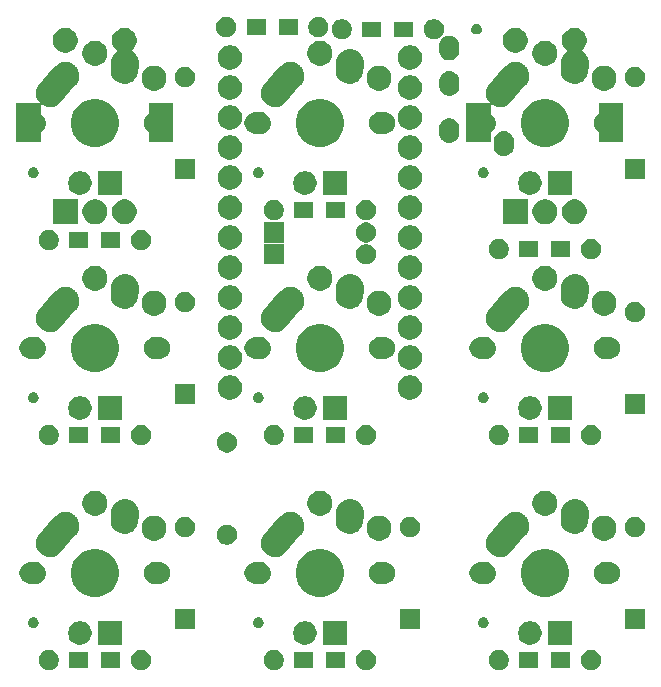
<source format=gts>
G04 #@! TF.GenerationSoftware,KiCad,Pcbnew,(5.1.6)-1*
G04 #@! TF.CreationDate,2020-12-19T02:43:37-06:00*
G04 #@! TF.ProjectId,macropad_3x3,6d616372-6f70-4616-945f-3378332e6b69,rev?*
G04 #@! TF.SameCoordinates,Original*
G04 #@! TF.FileFunction,Soldermask,Top*
G04 #@! TF.FilePolarity,Negative*
%FSLAX46Y46*%
G04 Gerber Fmt 4.6, Leading zero omitted, Abs format (unit mm)*
G04 Created by KiCad (PCBNEW (5.1.6)-1) date 2020-12-19 02:43:37*
%MOMM*%
%LPD*%
G01*
G04 APERTURE LIST*
%ADD10C,0.100000*%
G04 APERTURE END LIST*
D10*
G36*
X73998169Y-76397895D02*
G01*
X74153005Y-76462031D01*
X74292354Y-76555140D01*
X74410860Y-76673646D01*
X74503969Y-76812995D01*
X74568105Y-76967831D01*
X74600800Y-77132203D01*
X74600800Y-77299797D01*
X74568105Y-77464169D01*
X74503969Y-77619005D01*
X74410860Y-77758354D01*
X74292354Y-77876860D01*
X74153005Y-77969969D01*
X73998169Y-78034105D01*
X73833797Y-78066800D01*
X73666203Y-78066800D01*
X73501831Y-78034105D01*
X73346995Y-77969969D01*
X73207646Y-77876860D01*
X73089140Y-77758354D01*
X72996031Y-77619005D01*
X72931895Y-77464169D01*
X72899200Y-77299797D01*
X72899200Y-77132203D01*
X72931895Y-76967831D01*
X72996031Y-76812995D01*
X73089140Y-76673646D01*
X73207646Y-76555140D01*
X73346995Y-76462031D01*
X73501831Y-76397895D01*
X73666203Y-76365200D01*
X73833797Y-76365200D01*
X73998169Y-76397895D01*
G37*
G36*
X66198169Y-76397895D02*
G01*
X66353005Y-76462031D01*
X66492354Y-76555140D01*
X66610860Y-76673646D01*
X66703969Y-76812995D01*
X66768105Y-76967831D01*
X66800800Y-77132203D01*
X66800800Y-77299797D01*
X66768105Y-77464169D01*
X66703969Y-77619005D01*
X66610860Y-77758354D01*
X66492354Y-77876860D01*
X66353005Y-77969969D01*
X66198169Y-78034105D01*
X66033797Y-78066800D01*
X65866203Y-78066800D01*
X65701831Y-78034105D01*
X65546995Y-77969969D01*
X65407646Y-77876860D01*
X65289140Y-77758354D01*
X65196031Y-77619005D01*
X65131895Y-77464169D01*
X65099200Y-77299797D01*
X65099200Y-77132203D01*
X65131895Y-76967831D01*
X65196031Y-76812995D01*
X65289140Y-76673646D01*
X65407646Y-76555140D01*
X65546995Y-76462031D01*
X65701831Y-76397895D01*
X65866203Y-76365200D01*
X66033797Y-76365200D01*
X66198169Y-76397895D01*
G37*
G36*
X35898169Y-76397895D02*
G01*
X36053005Y-76462031D01*
X36192354Y-76555140D01*
X36310860Y-76673646D01*
X36403969Y-76812995D01*
X36468105Y-76967831D01*
X36500800Y-77132203D01*
X36500800Y-77299797D01*
X36468105Y-77464169D01*
X36403969Y-77619005D01*
X36310860Y-77758354D01*
X36192354Y-77876860D01*
X36053005Y-77969969D01*
X35898169Y-78034105D01*
X35733797Y-78066800D01*
X35566203Y-78066800D01*
X35401831Y-78034105D01*
X35246995Y-77969969D01*
X35107646Y-77876860D01*
X34989140Y-77758354D01*
X34896031Y-77619005D01*
X34831895Y-77464169D01*
X34799200Y-77299797D01*
X34799200Y-77132203D01*
X34831895Y-76967831D01*
X34896031Y-76812995D01*
X34989140Y-76673646D01*
X35107646Y-76555140D01*
X35246995Y-76462031D01*
X35401831Y-76397895D01*
X35566203Y-76365200D01*
X35733797Y-76365200D01*
X35898169Y-76397895D01*
G37*
G36*
X28098169Y-76397895D02*
G01*
X28253005Y-76462031D01*
X28392354Y-76555140D01*
X28510860Y-76673646D01*
X28603969Y-76812995D01*
X28668105Y-76967831D01*
X28700800Y-77132203D01*
X28700800Y-77299797D01*
X28668105Y-77464169D01*
X28603969Y-77619005D01*
X28510860Y-77758354D01*
X28392354Y-77876860D01*
X28253005Y-77969969D01*
X28098169Y-78034105D01*
X27933797Y-78066800D01*
X27766203Y-78066800D01*
X27601831Y-78034105D01*
X27446995Y-77969969D01*
X27307646Y-77876860D01*
X27189140Y-77758354D01*
X27096031Y-77619005D01*
X27031895Y-77464169D01*
X26999200Y-77299797D01*
X26999200Y-77132203D01*
X27031895Y-76967831D01*
X27096031Y-76812995D01*
X27189140Y-76673646D01*
X27307646Y-76555140D01*
X27446995Y-76462031D01*
X27601831Y-76397895D01*
X27766203Y-76365200D01*
X27933797Y-76365200D01*
X28098169Y-76397895D01*
G37*
G36*
X47148169Y-76397895D02*
G01*
X47303005Y-76462031D01*
X47442354Y-76555140D01*
X47560860Y-76673646D01*
X47653969Y-76812995D01*
X47718105Y-76967831D01*
X47750800Y-77132203D01*
X47750800Y-77299797D01*
X47718105Y-77464169D01*
X47653969Y-77619005D01*
X47560860Y-77758354D01*
X47442354Y-77876860D01*
X47303005Y-77969969D01*
X47148169Y-78034105D01*
X46983797Y-78066800D01*
X46816203Y-78066800D01*
X46651831Y-78034105D01*
X46496995Y-77969969D01*
X46357646Y-77876860D01*
X46239140Y-77758354D01*
X46146031Y-77619005D01*
X46081895Y-77464169D01*
X46049200Y-77299797D01*
X46049200Y-77132203D01*
X46081895Y-76967831D01*
X46146031Y-76812995D01*
X46239140Y-76673646D01*
X46357646Y-76555140D01*
X46496995Y-76462031D01*
X46651831Y-76397895D01*
X46816203Y-76365200D01*
X46983797Y-76365200D01*
X47148169Y-76397895D01*
G37*
G36*
X54948169Y-76397895D02*
G01*
X55103005Y-76462031D01*
X55242354Y-76555140D01*
X55360860Y-76673646D01*
X55453969Y-76812995D01*
X55518105Y-76967831D01*
X55550800Y-77132203D01*
X55550800Y-77299797D01*
X55518105Y-77464169D01*
X55453969Y-77619005D01*
X55360860Y-77758354D01*
X55242354Y-77876860D01*
X55103005Y-77969969D01*
X54948169Y-78034105D01*
X54783797Y-78066800D01*
X54616203Y-78066800D01*
X54451831Y-78034105D01*
X54296995Y-77969969D01*
X54157646Y-77876860D01*
X54039140Y-77758354D01*
X53946031Y-77619005D01*
X53881895Y-77464169D01*
X53849200Y-77299797D01*
X53849200Y-77132203D01*
X53881895Y-76967831D01*
X53946031Y-76812995D01*
X54039140Y-76673646D01*
X54157646Y-76555140D01*
X54296995Y-76462031D01*
X54451831Y-76397895D01*
X54616203Y-76365200D01*
X54783797Y-76365200D01*
X54948169Y-76397895D01*
G37*
G36*
X52950800Y-77866800D02*
G01*
X51349200Y-77866800D01*
X51349200Y-76565200D01*
X52950800Y-76565200D01*
X52950800Y-77866800D01*
G37*
G36*
X50250800Y-77866800D02*
G01*
X48649200Y-77866800D01*
X48649200Y-76565200D01*
X50250800Y-76565200D01*
X50250800Y-77866800D01*
G37*
G36*
X72000800Y-77866800D02*
G01*
X70399200Y-77866800D01*
X70399200Y-76565200D01*
X72000800Y-76565200D01*
X72000800Y-77866800D01*
G37*
G36*
X69300800Y-77866800D02*
G01*
X67699200Y-77866800D01*
X67699200Y-76565200D01*
X69300800Y-76565200D01*
X69300800Y-77866800D01*
G37*
G36*
X33900800Y-77866800D02*
G01*
X32299200Y-77866800D01*
X32299200Y-76565200D01*
X33900800Y-76565200D01*
X33900800Y-77866800D01*
G37*
G36*
X31200800Y-77866800D02*
G01*
X29599200Y-77866800D01*
X29599200Y-76565200D01*
X31200800Y-76565200D01*
X31200800Y-77866800D01*
G37*
G36*
X53073300Y-75933300D02*
G01*
X51066700Y-75933300D01*
X51066700Y-73926700D01*
X53073300Y-73926700D01*
X53073300Y-75933300D01*
G37*
G36*
X34023300Y-75933300D02*
G01*
X32016700Y-75933300D01*
X32016700Y-73926700D01*
X34023300Y-73926700D01*
X34023300Y-75933300D01*
G37*
G36*
X30772652Y-73965256D02*
G01*
X30955241Y-74040887D01*
X31119567Y-74150686D01*
X31259314Y-74290433D01*
X31369113Y-74454759D01*
X31444744Y-74637348D01*
X31483300Y-74831184D01*
X31483300Y-75028816D01*
X31444744Y-75222652D01*
X31369113Y-75405241D01*
X31259314Y-75569567D01*
X31119567Y-75709314D01*
X30955241Y-75819113D01*
X30772652Y-75894744D01*
X30578816Y-75933300D01*
X30381184Y-75933300D01*
X30187348Y-75894744D01*
X30004759Y-75819113D01*
X29840433Y-75709314D01*
X29700686Y-75569567D01*
X29590887Y-75405241D01*
X29515256Y-75222652D01*
X29476700Y-75028816D01*
X29476700Y-74831184D01*
X29515256Y-74637348D01*
X29590887Y-74454759D01*
X29700686Y-74290433D01*
X29840433Y-74150686D01*
X30004759Y-74040887D01*
X30187348Y-73965256D01*
X30381184Y-73926700D01*
X30578816Y-73926700D01*
X30772652Y-73965256D01*
G37*
G36*
X49822652Y-73965256D02*
G01*
X50005241Y-74040887D01*
X50169567Y-74150686D01*
X50309314Y-74290433D01*
X50419113Y-74454759D01*
X50494744Y-74637348D01*
X50533300Y-74831184D01*
X50533300Y-75028816D01*
X50494744Y-75222652D01*
X50419113Y-75405241D01*
X50309314Y-75569567D01*
X50169567Y-75709314D01*
X50005241Y-75819113D01*
X49822652Y-75894744D01*
X49628816Y-75933300D01*
X49431184Y-75933300D01*
X49237348Y-75894744D01*
X49054759Y-75819113D01*
X48890433Y-75709314D01*
X48750686Y-75569567D01*
X48640887Y-75405241D01*
X48565256Y-75222652D01*
X48526700Y-75028816D01*
X48526700Y-74831184D01*
X48565256Y-74637348D01*
X48640887Y-74454759D01*
X48750686Y-74290433D01*
X48890433Y-74150686D01*
X49054759Y-74040887D01*
X49237348Y-73965256D01*
X49431184Y-73926700D01*
X49628816Y-73926700D01*
X49822652Y-73965256D01*
G37*
G36*
X72123300Y-75933300D02*
G01*
X70116700Y-75933300D01*
X70116700Y-73926700D01*
X72123300Y-73926700D01*
X72123300Y-75933300D01*
G37*
G36*
X68872652Y-73965256D02*
G01*
X69055241Y-74040887D01*
X69219567Y-74150686D01*
X69359314Y-74290433D01*
X69469113Y-74454759D01*
X69544744Y-74637348D01*
X69583300Y-74831184D01*
X69583300Y-75028816D01*
X69544744Y-75222652D01*
X69469113Y-75405241D01*
X69359314Y-75569567D01*
X69219567Y-75709314D01*
X69055241Y-75819113D01*
X68872652Y-75894744D01*
X68678816Y-75933300D01*
X68481184Y-75933300D01*
X68287348Y-75894744D01*
X68104759Y-75819113D01*
X67940433Y-75709314D01*
X67800686Y-75569567D01*
X67690887Y-75405241D01*
X67615256Y-75222652D01*
X67576700Y-75028816D01*
X67576700Y-74831184D01*
X67615256Y-74637348D01*
X67690887Y-74454759D01*
X67800686Y-74290433D01*
X67940433Y-74150686D01*
X68104759Y-74040887D01*
X68287348Y-73965256D01*
X68481184Y-73926700D01*
X68678816Y-73926700D01*
X68872652Y-73965256D01*
G37*
G36*
X40220800Y-74600800D02*
G01*
X38519200Y-74600800D01*
X38519200Y-72899200D01*
X40220800Y-72899200D01*
X40220800Y-74600800D01*
G37*
G36*
X78320800Y-74600800D02*
G01*
X76619200Y-74600800D01*
X76619200Y-72899200D01*
X78320800Y-72899200D01*
X78320800Y-74600800D01*
G37*
G36*
X59270800Y-74600800D02*
G01*
X57569200Y-74600800D01*
X57569200Y-72899200D01*
X59270800Y-72899200D01*
X59270800Y-74600800D01*
G37*
G36*
X26661494Y-73616524D02*
G01*
X26743534Y-73650506D01*
X26792646Y-73683322D01*
X26817370Y-73699842D01*
X26880158Y-73762630D01*
X26880159Y-73762632D01*
X26929494Y-73836466D01*
X26963476Y-73918507D01*
X26980800Y-74005600D01*
X26980800Y-74094400D01*
X26963476Y-74181493D01*
X26929494Y-74263534D01*
X26911521Y-74290432D01*
X26880158Y-74337370D01*
X26817370Y-74400158D01*
X26792646Y-74416678D01*
X26743534Y-74449494D01*
X26702513Y-74466485D01*
X26661494Y-74483476D01*
X26574400Y-74500800D01*
X26485600Y-74500800D01*
X26398506Y-74483476D01*
X26357487Y-74466485D01*
X26316466Y-74449494D01*
X26267354Y-74416678D01*
X26242630Y-74400158D01*
X26179842Y-74337370D01*
X26148479Y-74290432D01*
X26130506Y-74263534D01*
X26096524Y-74181493D01*
X26079200Y-74094400D01*
X26079200Y-74005600D01*
X26096524Y-73918507D01*
X26130506Y-73836466D01*
X26179841Y-73762632D01*
X26179842Y-73762630D01*
X26242630Y-73699842D01*
X26267354Y-73683322D01*
X26316466Y-73650506D01*
X26398506Y-73616524D01*
X26485600Y-73599200D01*
X26574400Y-73599200D01*
X26661494Y-73616524D01*
G37*
G36*
X45711494Y-73616524D02*
G01*
X45793534Y-73650506D01*
X45842646Y-73683322D01*
X45867370Y-73699842D01*
X45930158Y-73762630D01*
X45930159Y-73762632D01*
X45979494Y-73836466D01*
X46013476Y-73918507D01*
X46030800Y-74005600D01*
X46030800Y-74094400D01*
X46013476Y-74181493D01*
X45979494Y-74263534D01*
X45961521Y-74290432D01*
X45930158Y-74337370D01*
X45867370Y-74400158D01*
X45842646Y-74416678D01*
X45793534Y-74449494D01*
X45752513Y-74466485D01*
X45711494Y-74483476D01*
X45624400Y-74500800D01*
X45535600Y-74500800D01*
X45448506Y-74483476D01*
X45407487Y-74466485D01*
X45366466Y-74449494D01*
X45317354Y-74416678D01*
X45292630Y-74400158D01*
X45229842Y-74337370D01*
X45198479Y-74290432D01*
X45180506Y-74263534D01*
X45146524Y-74181493D01*
X45129200Y-74094400D01*
X45129200Y-74005600D01*
X45146524Y-73918507D01*
X45180506Y-73836466D01*
X45229841Y-73762632D01*
X45229842Y-73762630D01*
X45292630Y-73699842D01*
X45317354Y-73683322D01*
X45366466Y-73650506D01*
X45448506Y-73616524D01*
X45535600Y-73599200D01*
X45624400Y-73599200D01*
X45711494Y-73616524D01*
G37*
G36*
X64761494Y-73616524D02*
G01*
X64843534Y-73650506D01*
X64892646Y-73683322D01*
X64917370Y-73699842D01*
X64980158Y-73762630D01*
X64980159Y-73762632D01*
X65029494Y-73836466D01*
X65063476Y-73918507D01*
X65080800Y-74005600D01*
X65080800Y-74094400D01*
X65063476Y-74181493D01*
X65029494Y-74263534D01*
X65011521Y-74290432D01*
X64980158Y-74337370D01*
X64917370Y-74400158D01*
X64892646Y-74416678D01*
X64843534Y-74449494D01*
X64802513Y-74466485D01*
X64761494Y-74483476D01*
X64674400Y-74500800D01*
X64585600Y-74500800D01*
X64498506Y-74483476D01*
X64457487Y-74466485D01*
X64416466Y-74449494D01*
X64367354Y-74416678D01*
X64342630Y-74400158D01*
X64279842Y-74337370D01*
X64248479Y-74290432D01*
X64230506Y-74263534D01*
X64196524Y-74181493D01*
X64179200Y-74094400D01*
X64179200Y-74005600D01*
X64196524Y-73918507D01*
X64230506Y-73836466D01*
X64279841Y-73762632D01*
X64279842Y-73762630D01*
X64342630Y-73699842D01*
X64367354Y-73683322D01*
X64416466Y-73650506D01*
X64498506Y-73616524D01*
X64585600Y-73599200D01*
X64674400Y-73599200D01*
X64761494Y-73616524D01*
G37*
G36*
X32346417Y-67883877D02*
G01*
X32718529Y-68038010D01*
X33053422Y-68261779D01*
X33338221Y-68546578D01*
X33561990Y-68881471D01*
X33716123Y-69253583D01*
X33794700Y-69648614D01*
X33794700Y-70051386D01*
X33716123Y-70446417D01*
X33561990Y-70818529D01*
X33338221Y-71153422D01*
X33053422Y-71438221D01*
X32718529Y-71661990D01*
X32346417Y-71816123D01*
X31951386Y-71894700D01*
X31548614Y-71894700D01*
X31153583Y-71816123D01*
X30781471Y-71661990D01*
X30446578Y-71438221D01*
X30161779Y-71153422D01*
X29938010Y-70818529D01*
X29783877Y-70446417D01*
X29705300Y-70051386D01*
X29705300Y-69648614D01*
X29783877Y-69253583D01*
X29938010Y-68881471D01*
X30161779Y-68546578D01*
X30446578Y-68261779D01*
X30781471Y-68038010D01*
X31153583Y-67883877D01*
X31548614Y-67805300D01*
X31951386Y-67805300D01*
X32346417Y-67883877D01*
G37*
G36*
X70446417Y-67883877D02*
G01*
X70818529Y-68038010D01*
X71153422Y-68261779D01*
X71438221Y-68546578D01*
X71661990Y-68881471D01*
X71816123Y-69253583D01*
X71894700Y-69648614D01*
X71894700Y-70051386D01*
X71816123Y-70446417D01*
X71661990Y-70818529D01*
X71438221Y-71153422D01*
X71153422Y-71438221D01*
X70818529Y-71661990D01*
X70446417Y-71816123D01*
X70051386Y-71894700D01*
X69648614Y-71894700D01*
X69253583Y-71816123D01*
X68881471Y-71661990D01*
X68546578Y-71438221D01*
X68261779Y-71153422D01*
X68038010Y-70818529D01*
X67883877Y-70446417D01*
X67805300Y-70051386D01*
X67805300Y-69648614D01*
X67883877Y-69253583D01*
X68038010Y-68881471D01*
X68261779Y-68546578D01*
X68546578Y-68261779D01*
X68881471Y-68038010D01*
X69253583Y-67883877D01*
X69648614Y-67805300D01*
X70051386Y-67805300D01*
X70446417Y-67883877D01*
G37*
G36*
X51396417Y-67883877D02*
G01*
X51768529Y-68038010D01*
X52103422Y-68261779D01*
X52388221Y-68546578D01*
X52611990Y-68881471D01*
X52766123Y-69253583D01*
X52844700Y-69648614D01*
X52844700Y-70051386D01*
X52766123Y-70446417D01*
X52611990Y-70818529D01*
X52388221Y-71153422D01*
X52103422Y-71438221D01*
X51768529Y-71661990D01*
X51396417Y-71816123D01*
X51001386Y-71894700D01*
X50598614Y-71894700D01*
X50203583Y-71816123D01*
X49831471Y-71661990D01*
X49496578Y-71438221D01*
X49211779Y-71153422D01*
X48988010Y-70818529D01*
X48833877Y-70446417D01*
X48755300Y-70051386D01*
X48755300Y-69648614D01*
X48833877Y-69253583D01*
X48988010Y-68881471D01*
X49211779Y-68546578D01*
X49496578Y-68261779D01*
X49831471Y-68038010D01*
X50203583Y-67883877D01*
X50598614Y-67805300D01*
X51001386Y-67805300D01*
X51396417Y-67883877D01*
G37*
G36*
X75194164Y-68958608D02*
G01*
X75204074Y-68959584D01*
X75213978Y-68958609D01*
X75261279Y-68949200D01*
X75438721Y-68949200D01*
X75612754Y-68983817D01*
X75776689Y-69051721D01*
X75924227Y-69150303D01*
X76049697Y-69275773D01*
X76148279Y-69423311D01*
X76216183Y-69587246D01*
X76250800Y-69761279D01*
X76250800Y-69938721D01*
X76216183Y-70112754D01*
X76148279Y-70276689D01*
X76049697Y-70424227D01*
X75924227Y-70549697D01*
X75776689Y-70648279D01*
X75612754Y-70716183D01*
X75438721Y-70750800D01*
X75261279Y-70750800D01*
X75213978Y-70741391D01*
X75204074Y-70740416D01*
X75194164Y-70741392D01*
X75021184Y-70775800D01*
X74838816Y-70775800D01*
X74659954Y-70740222D01*
X74601916Y-70716182D01*
X74491469Y-70670434D01*
X74339837Y-70569116D01*
X74210884Y-70440163D01*
X74109566Y-70288531D01*
X74039778Y-70120046D01*
X74026121Y-70051386D01*
X74004200Y-69941184D01*
X74004200Y-69758816D01*
X74039778Y-69579954D01*
X74109565Y-69411472D01*
X74109566Y-69411469D01*
X74210884Y-69259837D01*
X74339837Y-69130884D01*
X74491469Y-69029566D01*
X74659954Y-68959778D01*
X74713133Y-68949200D01*
X74838816Y-68924200D01*
X75021184Y-68924200D01*
X75194164Y-68958608D01*
G37*
G36*
X45936867Y-68949200D02*
G01*
X45990046Y-68959778D01*
X46158531Y-69029566D01*
X46310163Y-69130884D01*
X46439116Y-69259837D01*
X46540434Y-69411469D01*
X46540435Y-69411472D01*
X46610222Y-69579954D01*
X46645800Y-69758816D01*
X46645800Y-69941184D01*
X46623879Y-70051386D01*
X46610222Y-70120046D01*
X46540434Y-70288531D01*
X46439116Y-70440163D01*
X46310163Y-70569116D01*
X46158531Y-70670434D01*
X46048084Y-70716182D01*
X45990046Y-70740222D01*
X45811184Y-70775800D01*
X45628816Y-70775800D01*
X45455836Y-70741392D01*
X45445926Y-70740416D01*
X45436022Y-70741391D01*
X45388721Y-70750800D01*
X45211279Y-70750800D01*
X45037246Y-70716183D01*
X44873311Y-70648279D01*
X44725773Y-70549697D01*
X44600303Y-70424227D01*
X44501721Y-70276689D01*
X44433817Y-70112754D01*
X44399200Y-69938721D01*
X44399200Y-69761279D01*
X44433817Y-69587246D01*
X44501721Y-69423311D01*
X44600303Y-69275773D01*
X44725773Y-69150303D01*
X44873311Y-69051721D01*
X45037246Y-68983817D01*
X45211279Y-68949200D01*
X45388721Y-68949200D01*
X45436022Y-68958609D01*
X45445926Y-68959584D01*
X45455836Y-68958608D01*
X45628816Y-68924200D01*
X45811184Y-68924200D01*
X45936867Y-68949200D01*
G37*
G36*
X37094164Y-68958608D02*
G01*
X37104074Y-68959584D01*
X37113978Y-68958609D01*
X37161279Y-68949200D01*
X37338721Y-68949200D01*
X37512754Y-68983817D01*
X37676689Y-69051721D01*
X37824227Y-69150303D01*
X37949697Y-69275773D01*
X38048279Y-69423311D01*
X38116183Y-69587246D01*
X38150800Y-69761279D01*
X38150800Y-69938721D01*
X38116183Y-70112754D01*
X38048279Y-70276689D01*
X37949697Y-70424227D01*
X37824227Y-70549697D01*
X37676689Y-70648279D01*
X37512754Y-70716183D01*
X37338721Y-70750800D01*
X37161279Y-70750800D01*
X37113978Y-70741391D01*
X37104074Y-70740416D01*
X37094164Y-70741392D01*
X36921184Y-70775800D01*
X36738816Y-70775800D01*
X36559954Y-70740222D01*
X36501916Y-70716182D01*
X36391469Y-70670434D01*
X36239837Y-70569116D01*
X36110884Y-70440163D01*
X36009566Y-70288531D01*
X35939778Y-70120046D01*
X35926121Y-70051386D01*
X35904200Y-69941184D01*
X35904200Y-69758816D01*
X35939778Y-69579954D01*
X36009565Y-69411472D01*
X36009566Y-69411469D01*
X36110884Y-69259837D01*
X36239837Y-69130884D01*
X36391469Y-69029566D01*
X36559954Y-68959778D01*
X36613133Y-68949200D01*
X36738816Y-68924200D01*
X36921184Y-68924200D01*
X37094164Y-68958608D01*
G37*
G36*
X64986867Y-68949200D02*
G01*
X65040046Y-68959778D01*
X65208531Y-69029566D01*
X65360163Y-69130884D01*
X65489116Y-69259837D01*
X65590434Y-69411469D01*
X65590435Y-69411472D01*
X65660222Y-69579954D01*
X65695800Y-69758816D01*
X65695800Y-69941184D01*
X65673879Y-70051386D01*
X65660222Y-70120046D01*
X65590434Y-70288531D01*
X65489116Y-70440163D01*
X65360163Y-70569116D01*
X65208531Y-70670434D01*
X65098084Y-70716182D01*
X65040046Y-70740222D01*
X64861184Y-70775800D01*
X64678816Y-70775800D01*
X64505836Y-70741392D01*
X64495926Y-70740416D01*
X64486022Y-70741391D01*
X64438721Y-70750800D01*
X64261279Y-70750800D01*
X64087246Y-70716183D01*
X63923311Y-70648279D01*
X63775773Y-70549697D01*
X63650303Y-70424227D01*
X63551721Y-70276689D01*
X63483817Y-70112754D01*
X63449200Y-69938721D01*
X63449200Y-69761279D01*
X63483817Y-69587246D01*
X63551721Y-69423311D01*
X63650303Y-69275773D01*
X63775773Y-69150303D01*
X63923311Y-69051721D01*
X64087246Y-68983817D01*
X64261279Y-68949200D01*
X64438721Y-68949200D01*
X64486022Y-68958609D01*
X64495926Y-68959584D01*
X64505836Y-68958608D01*
X64678816Y-68924200D01*
X64861184Y-68924200D01*
X64986867Y-68949200D01*
G37*
G36*
X56144164Y-68958608D02*
G01*
X56154074Y-68959584D01*
X56163978Y-68958609D01*
X56211279Y-68949200D01*
X56388721Y-68949200D01*
X56562754Y-68983817D01*
X56726689Y-69051721D01*
X56874227Y-69150303D01*
X56999697Y-69275773D01*
X57098279Y-69423311D01*
X57166183Y-69587246D01*
X57200800Y-69761279D01*
X57200800Y-69938721D01*
X57166183Y-70112754D01*
X57098279Y-70276689D01*
X56999697Y-70424227D01*
X56874227Y-70549697D01*
X56726689Y-70648279D01*
X56562754Y-70716183D01*
X56388721Y-70750800D01*
X56211279Y-70750800D01*
X56163978Y-70741391D01*
X56154074Y-70740416D01*
X56144164Y-70741392D01*
X55971184Y-70775800D01*
X55788816Y-70775800D01*
X55609954Y-70740222D01*
X55551916Y-70716182D01*
X55441469Y-70670434D01*
X55289837Y-70569116D01*
X55160884Y-70440163D01*
X55059566Y-70288531D01*
X54989778Y-70120046D01*
X54976121Y-70051386D01*
X54954200Y-69941184D01*
X54954200Y-69758816D01*
X54989778Y-69579954D01*
X55059565Y-69411472D01*
X55059566Y-69411469D01*
X55160884Y-69259837D01*
X55289837Y-69130884D01*
X55441469Y-69029566D01*
X55609954Y-68959778D01*
X55663133Y-68949200D01*
X55788816Y-68924200D01*
X55971184Y-68924200D01*
X56144164Y-68958608D01*
G37*
G36*
X26886867Y-68949200D02*
G01*
X26940046Y-68959778D01*
X27108531Y-69029566D01*
X27260163Y-69130884D01*
X27389116Y-69259837D01*
X27490434Y-69411469D01*
X27490435Y-69411472D01*
X27560222Y-69579954D01*
X27595800Y-69758816D01*
X27595800Y-69941184D01*
X27573879Y-70051386D01*
X27560222Y-70120046D01*
X27490434Y-70288531D01*
X27389116Y-70440163D01*
X27260163Y-70569116D01*
X27108531Y-70670434D01*
X26998084Y-70716182D01*
X26940046Y-70740222D01*
X26761184Y-70775800D01*
X26578816Y-70775800D01*
X26405836Y-70741392D01*
X26395926Y-70740416D01*
X26386022Y-70741391D01*
X26338721Y-70750800D01*
X26161279Y-70750800D01*
X25987246Y-70716183D01*
X25823311Y-70648279D01*
X25675773Y-70549697D01*
X25550303Y-70424227D01*
X25451721Y-70276689D01*
X25383817Y-70112754D01*
X25349200Y-69938721D01*
X25349200Y-69761279D01*
X25383817Y-69587246D01*
X25451721Y-69423311D01*
X25550303Y-69275773D01*
X25675773Y-69150303D01*
X25823311Y-69051721D01*
X25987246Y-68983817D01*
X26161279Y-68949200D01*
X26338721Y-68949200D01*
X26386022Y-68958609D01*
X26395926Y-68959584D01*
X26405836Y-68958608D01*
X26578816Y-68924200D01*
X26761184Y-68924200D01*
X26886867Y-68949200D01*
G37*
G36*
X48325002Y-64674153D02*
G01*
X48327163Y-64674200D01*
X48415806Y-64674200D01*
X48437572Y-64678530D01*
X48445230Y-64679455D01*
X48467483Y-64680436D01*
X48553860Y-64701612D01*
X48555993Y-64702085D01*
X48606254Y-64712083D01*
X48642969Y-64719386D01*
X48663480Y-64727882D01*
X48670814Y-64730284D01*
X48692435Y-64735585D01*
X48772979Y-64773186D01*
X48774962Y-64774059D01*
X48856948Y-64808018D01*
X48875432Y-64820369D01*
X48882143Y-64824148D01*
X48902304Y-64833560D01*
X48973925Y-64886123D01*
X48975681Y-64887353D01*
X49049532Y-64936699D01*
X49065256Y-64952423D01*
X49071102Y-64957441D01*
X49089026Y-64970596D01*
X49148962Y-65036062D01*
X49150468Y-65037635D01*
X49213303Y-65100470D01*
X49225670Y-65118979D01*
X49230425Y-65125041D01*
X49245427Y-65141427D01*
X49291409Y-65217277D01*
X49292579Y-65219116D01*
X49341982Y-65293052D01*
X49350504Y-65313626D01*
X49353992Y-65320512D01*
X49365495Y-65339487D01*
X49395781Y-65422811D01*
X49396575Y-65424854D01*
X49430614Y-65507030D01*
X49434961Y-65528884D01*
X49437041Y-65536326D01*
X49444616Y-65557167D01*
X49458055Y-65644735D01*
X49458435Y-65646895D01*
X49475800Y-65734194D01*
X49475800Y-65756497D01*
X49476387Y-65764183D01*
X49479750Y-65786099D01*
X49475847Y-65874597D01*
X49475800Y-65876757D01*
X49475800Y-65965805D01*
X49471448Y-65987683D01*
X49470522Y-65995346D01*
X49469546Y-66017486D01*
X49448465Y-66103476D01*
X49447987Y-66105629D01*
X49430614Y-66192969D01*
X49422076Y-66213582D01*
X49419673Y-66220918D01*
X49414397Y-66242437D01*
X49376954Y-66322642D01*
X49376072Y-66324646D01*
X49341981Y-66406951D01*
X49329576Y-66425516D01*
X49325792Y-66432235D01*
X49316422Y-66452306D01*
X49264041Y-66523679D01*
X49262805Y-66525445D01*
X49213303Y-66599530D01*
X49154719Y-66658114D01*
X49152829Y-66660109D01*
X47826596Y-68138219D01*
X47826590Y-68138224D01*
X47826586Y-68138229D01*
X47698565Y-68255437D01*
X47500505Y-68375505D01*
X47282825Y-68454626D01*
X47053893Y-68489760D01*
X46822507Y-68479556D01*
X46597555Y-68424407D01*
X46387686Y-68326432D01*
X46200964Y-68189395D01*
X46044563Y-68018565D01*
X45924495Y-67820505D01*
X45845374Y-67602825D01*
X45810240Y-67373893D01*
X45820444Y-67142507D01*
X45875593Y-66917555D01*
X45973568Y-66707686D01*
X46076264Y-66567755D01*
X46394045Y-66213582D01*
X47366530Y-65129728D01*
X47370958Y-65124026D01*
X47386699Y-65100468D01*
X47444940Y-65042227D01*
X47446830Y-65040232D01*
X47463393Y-65021772D01*
X47486272Y-65000826D01*
X47487889Y-64999278D01*
X47550471Y-64936696D01*
X47568895Y-64924385D01*
X47574963Y-64919625D01*
X47591424Y-64904555D01*
X47667606Y-64858372D01*
X47669432Y-64857210D01*
X47743052Y-64808018D01*
X47763525Y-64799538D01*
X47770405Y-64796053D01*
X47789484Y-64784487D01*
X47873195Y-64754060D01*
X47875226Y-64753271D01*
X47957030Y-64719386D01*
X47978769Y-64715062D01*
X47986211Y-64712982D01*
X48007164Y-64705366D01*
X48095131Y-64691866D01*
X48097311Y-64691482D01*
X48184194Y-64674200D01*
X48206378Y-64674200D01*
X48214061Y-64673614D01*
X48236096Y-64670232D01*
X48325002Y-64674153D01*
G37*
G36*
X67375002Y-64674153D02*
G01*
X67377163Y-64674200D01*
X67465806Y-64674200D01*
X67487572Y-64678530D01*
X67495230Y-64679455D01*
X67517483Y-64680436D01*
X67603860Y-64701612D01*
X67605993Y-64702085D01*
X67656254Y-64712083D01*
X67692969Y-64719386D01*
X67713480Y-64727882D01*
X67720814Y-64730284D01*
X67742435Y-64735585D01*
X67822979Y-64773186D01*
X67824962Y-64774059D01*
X67906948Y-64808018D01*
X67925432Y-64820369D01*
X67932143Y-64824148D01*
X67952304Y-64833560D01*
X68023925Y-64886123D01*
X68025681Y-64887353D01*
X68099532Y-64936699D01*
X68115256Y-64952423D01*
X68121102Y-64957441D01*
X68139026Y-64970596D01*
X68198962Y-65036062D01*
X68200468Y-65037635D01*
X68263303Y-65100470D01*
X68275670Y-65118979D01*
X68280425Y-65125041D01*
X68295427Y-65141427D01*
X68341409Y-65217277D01*
X68342579Y-65219116D01*
X68391982Y-65293052D01*
X68400504Y-65313626D01*
X68403992Y-65320512D01*
X68415495Y-65339487D01*
X68445781Y-65422811D01*
X68446575Y-65424854D01*
X68480614Y-65507030D01*
X68484961Y-65528884D01*
X68487041Y-65536326D01*
X68494616Y-65557167D01*
X68508055Y-65644735D01*
X68508435Y-65646895D01*
X68525800Y-65734194D01*
X68525800Y-65756497D01*
X68526387Y-65764183D01*
X68529750Y-65786099D01*
X68525847Y-65874597D01*
X68525800Y-65876757D01*
X68525800Y-65965805D01*
X68521448Y-65987683D01*
X68520522Y-65995346D01*
X68519546Y-66017486D01*
X68498465Y-66103476D01*
X68497987Y-66105629D01*
X68480614Y-66192969D01*
X68472076Y-66213582D01*
X68469673Y-66220918D01*
X68464397Y-66242437D01*
X68426954Y-66322642D01*
X68426072Y-66324646D01*
X68391981Y-66406951D01*
X68379576Y-66425516D01*
X68375792Y-66432235D01*
X68366422Y-66452306D01*
X68314041Y-66523679D01*
X68312805Y-66525445D01*
X68263303Y-66599530D01*
X68204719Y-66658114D01*
X68202829Y-66660109D01*
X66876596Y-68138219D01*
X66876590Y-68138224D01*
X66876586Y-68138229D01*
X66748565Y-68255437D01*
X66550505Y-68375505D01*
X66332825Y-68454626D01*
X66103893Y-68489760D01*
X65872507Y-68479556D01*
X65647555Y-68424407D01*
X65437686Y-68326432D01*
X65250964Y-68189395D01*
X65094563Y-68018565D01*
X64974495Y-67820505D01*
X64895374Y-67602825D01*
X64860240Y-67373893D01*
X64870444Y-67142507D01*
X64925593Y-66917555D01*
X65023568Y-66707686D01*
X65126264Y-66567755D01*
X65444045Y-66213582D01*
X66416530Y-65129728D01*
X66420958Y-65124026D01*
X66436699Y-65100468D01*
X66494940Y-65042227D01*
X66496830Y-65040232D01*
X66513393Y-65021772D01*
X66536272Y-65000826D01*
X66537889Y-64999278D01*
X66600471Y-64936696D01*
X66618895Y-64924385D01*
X66624963Y-64919625D01*
X66641424Y-64904555D01*
X66717606Y-64858372D01*
X66719432Y-64857210D01*
X66793052Y-64808018D01*
X66813525Y-64799538D01*
X66820405Y-64796053D01*
X66839484Y-64784487D01*
X66923195Y-64754060D01*
X66925226Y-64753271D01*
X67007030Y-64719386D01*
X67028769Y-64715062D01*
X67036211Y-64712982D01*
X67057164Y-64705366D01*
X67145131Y-64691866D01*
X67147311Y-64691482D01*
X67234194Y-64674200D01*
X67256378Y-64674200D01*
X67264061Y-64673614D01*
X67286096Y-64670232D01*
X67375002Y-64674153D01*
G37*
G36*
X29275002Y-64674153D02*
G01*
X29277163Y-64674200D01*
X29365806Y-64674200D01*
X29387572Y-64678530D01*
X29395230Y-64679455D01*
X29417483Y-64680436D01*
X29503860Y-64701612D01*
X29505993Y-64702085D01*
X29556254Y-64712083D01*
X29592969Y-64719386D01*
X29613480Y-64727882D01*
X29620814Y-64730284D01*
X29642435Y-64735585D01*
X29722979Y-64773186D01*
X29724962Y-64774059D01*
X29806948Y-64808018D01*
X29825432Y-64820369D01*
X29832143Y-64824148D01*
X29852304Y-64833560D01*
X29923925Y-64886123D01*
X29925681Y-64887353D01*
X29999532Y-64936699D01*
X30015256Y-64952423D01*
X30021102Y-64957441D01*
X30039026Y-64970596D01*
X30098962Y-65036062D01*
X30100468Y-65037635D01*
X30163303Y-65100470D01*
X30175670Y-65118979D01*
X30180425Y-65125041D01*
X30195427Y-65141427D01*
X30241409Y-65217277D01*
X30242579Y-65219116D01*
X30291982Y-65293052D01*
X30300504Y-65313626D01*
X30303992Y-65320512D01*
X30315495Y-65339487D01*
X30345781Y-65422811D01*
X30346575Y-65424854D01*
X30380614Y-65507030D01*
X30384961Y-65528884D01*
X30387041Y-65536326D01*
X30394616Y-65557167D01*
X30408055Y-65644735D01*
X30408435Y-65646895D01*
X30425800Y-65734194D01*
X30425800Y-65756497D01*
X30426387Y-65764183D01*
X30429750Y-65786099D01*
X30425847Y-65874597D01*
X30425800Y-65876757D01*
X30425800Y-65965805D01*
X30421448Y-65987683D01*
X30420522Y-65995346D01*
X30419546Y-66017486D01*
X30398465Y-66103476D01*
X30397987Y-66105629D01*
X30380614Y-66192969D01*
X30372076Y-66213582D01*
X30369673Y-66220918D01*
X30364397Y-66242437D01*
X30326954Y-66322642D01*
X30326072Y-66324646D01*
X30291981Y-66406951D01*
X30279576Y-66425516D01*
X30275792Y-66432235D01*
X30266422Y-66452306D01*
X30214041Y-66523679D01*
X30212805Y-66525445D01*
X30163303Y-66599530D01*
X30104719Y-66658114D01*
X30102829Y-66660109D01*
X28776596Y-68138219D01*
X28776590Y-68138224D01*
X28776586Y-68138229D01*
X28648565Y-68255437D01*
X28450505Y-68375505D01*
X28232825Y-68454626D01*
X28003893Y-68489760D01*
X27772507Y-68479556D01*
X27547555Y-68424407D01*
X27337686Y-68326432D01*
X27150964Y-68189395D01*
X26994563Y-68018565D01*
X26874495Y-67820505D01*
X26795374Y-67602825D01*
X26760240Y-67373893D01*
X26770444Y-67142507D01*
X26825593Y-66917555D01*
X26923568Y-66707686D01*
X27026264Y-66567755D01*
X27344045Y-66213582D01*
X28316530Y-65129728D01*
X28320958Y-65124026D01*
X28336699Y-65100468D01*
X28394940Y-65042227D01*
X28396830Y-65040232D01*
X28413393Y-65021772D01*
X28436272Y-65000826D01*
X28437889Y-64999278D01*
X28500471Y-64936696D01*
X28518895Y-64924385D01*
X28524963Y-64919625D01*
X28541424Y-64904555D01*
X28617606Y-64858372D01*
X28619432Y-64857210D01*
X28693052Y-64808018D01*
X28713525Y-64799538D01*
X28720405Y-64796053D01*
X28739484Y-64784487D01*
X28823195Y-64754060D01*
X28825226Y-64753271D01*
X28907030Y-64719386D01*
X28928769Y-64715062D01*
X28936211Y-64712982D01*
X28957164Y-64705366D01*
X29045131Y-64691866D01*
X29047311Y-64691482D01*
X29134194Y-64674200D01*
X29156378Y-64674200D01*
X29164061Y-64673614D01*
X29186096Y-64670232D01*
X29275002Y-64674153D01*
G37*
G36*
X43174169Y-65782895D02*
G01*
X43329005Y-65847031D01*
X43468354Y-65940140D01*
X43586860Y-66058646D01*
X43679969Y-66197995D01*
X43744105Y-66352831D01*
X43776800Y-66517203D01*
X43776800Y-66684797D01*
X43744105Y-66849169D01*
X43679969Y-67004005D01*
X43586860Y-67143354D01*
X43468354Y-67261860D01*
X43329005Y-67354969D01*
X43174169Y-67419105D01*
X43009797Y-67451800D01*
X42842203Y-67451800D01*
X42677831Y-67419105D01*
X42522995Y-67354969D01*
X42383646Y-67261860D01*
X42265140Y-67143354D01*
X42172031Y-67004005D01*
X42107895Y-66849169D01*
X42075200Y-66684797D01*
X42075200Y-66517203D01*
X42107895Y-66352831D01*
X42172031Y-66197995D01*
X42265140Y-66058646D01*
X42383646Y-65940140D01*
X42522995Y-65847031D01*
X42677831Y-65782895D01*
X42842203Y-65750200D01*
X43009797Y-65750200D01*
X43174169Y-65782895D01*
G37*
G36*
X56106508Y-65039582D02*
G01*
X56297741Y-65118793D01*
X56469847Y-65233791D01*
X56616209Y-65380153D01*
X56731207Y-65552259D01*
X56810418Y-65743492D01*
X56850800Y-65946505D01*
X56850800Y-66153495D01*
X56810418Y-66356508D01*
X56731207Y-66547741D01*
X56616209Y-66719847D01*
X56469847Y-66866209D01*
X56297741Y-66981207D01*
X56106508Y-67060418D01*
X55903495Y-67100800D01*
X55696505Y-67100800D01*
X55493492Y-67060418D01*
X55302259Y-66981207D01*
X55130153Y-66866209D01*
X54983791Y-66719847D01*
X54868793Y-66547741D01*
X54789582Y-66356508D01*
X54749200Y-66153495D01*
X54749200Y-65946505D01*
X54789582Y-65743492D01*
X54868793Y-65552259D01*
X54983791Y-65380153D01*
X55130153Y-65233791D01*
X55302259Y-65118793D01*
X55493492Y-65039582D01*
X55696505Y-64999200D01*
X55903495Y-64999200D01*
X56106508Y-65039582D01*
G37*
G36*
X75156508Y-65039582D02*
G01*
X75347741Y-65118793D01*
X75519847Y-65233791D01*
X75666209Y-65380153D01*
X75781207Y-65552259D01*
X75860418Y-65743492D01*
X75900800Y-65946505D01*
X75900800Y-66153495D01*
X75860418Y-66356508D01*
X75781207Y-66547741D01*
X75666209Y-66719847D01*
X75519847Y-66866209D01*
X75347741Y-66981207D01*
X75156508Y-67060418D01*
X74953495Y-67100800D01*
X74746505Y-67100800D01*
X74543492Y-67060418D01*
X74352259Y-66981207D01*
X74180153Y-66866209D01*
X74033791Y-66719847D01*
X73918793Y-66547741D01*
X73839582Y-66356508D01*
X73799200Y-66153495D01*
X73799200Y-65946505D01*
X73839582Y-65743492D01*
X73918793Y-65552259D01*
X74033791Y-65380153D01*
X74180153Y-65233791D01*
X74352259Y-65118793D01*
X74543492Y-65039582D01*
X74746505Y-64999200D01*
X74953495Y-64999200D01*
X75156508Y-65039582D01*
G37*
G36*
X37056508Y-65039582D02*
G01*
X37247741Y-65118793D01*
X37419847Y-65233791D01*
X37566209Y-65380153D01*
X37681207Y-65552259D01*
X37760418Y-65743492D01*
X37800800Y-65946505D01*
X37800800Y-66153495D01*
X37760418Y-66356508D01*
X37681207Y-66547741D01*
X37566209Y-66719847D01*
X37419847Y-66866209D01*
X37247741Y-66981207D01*
X37056508Y-67060418D01*
X36853495Y-67100800D01*
X36646505Y-67100800D01*
X36443492Y-67060418D01*
X36252259Y-66981207D01*
X36080153Y-66866209D01*
X35933791Y-66719847D01*
X35818793Y-66547741D01*
X35739582Y-66356508D01*
X35699200Y-66153495D01*
X35699200Y-65946505D01*
X35739582Y-65743492D01*
X35818793Y-65552259D01*
X35933791Y-65380153D01*
X36080153Y-65233791D01*
X36252259Y-65118793D01*
X36443492Y-65039582D01*
X36646505Y-64999200D01*
X36853495Y-64999200D01*
X37056508Y-65039582D01*
G37*
G36*
X77718169Y-65131895D02*
G01*
X77873005Y-65196031D01*
X78012354Y-65289140D01*
X78130860Y-65407646D01*
X78223969Y-65546995D01*
X78288105Y-65701831D01*
X78320800Y-65866203D01*
X78320800Y-66033797D01*
X78288105Y-66198169D01*
X78223969Y-66353005D01*
X78130860Y-66492354D01*
X78012354Y-66610860D01*
X77873005Y-66703969D01*
X77718169Y-66768105D01*
X77553797Y-66800800D01*
X77386203Y-66800800D01*
X77221831Y-66768105D01*
X77066995Y-66703969D01*
X76927646Y-66610860D01*
X76809140Y-66492354D01*
X76716031Y-66353005D01*
X76651895Y-66198169D01*
X76619200Y-66033797D01*
X76619200Y-65866203D01*
X76651895Y-65701831D01*
X76716031Y-65546995D01*
X76809140Y-65407646D01*
X76927646Y-65289140D01*
X77066995Y-65196031D01*
X77221831Y-65131895D01*
X77386203Y-65099200D01*
X77553797Y-65099200D01*
X77718169Y-65131895D01*
G37*
G36*
X58668169Y-65131895D02*
G01*
X58823005Y-65196031D01*
X58962354Y-65289140D01*
X59080860Y-65407646D01*
X59173969Y-65546995D01*
X59238105Y-65701831D01*
X59270800Y-65866203D01*
X59270800Y-66033797D01*
X59238105Y-66198169D01*
X59173969Y-66353005D01*
X59080860Y-66492354D01*
X58962354Y-66610860D01*
X58823005Y-66703969D01*
X58668169Y-66768105D01*
X58503797Y-66800800D01*
X58336203Y-66800800D01*
X58171831Y-66768105D01*
X58016995Y-66703969D01*
X57877646Y-66610860D01*
X57759140Y-66492354D01*
X57666031Y-66353005D01*
X57601895Y-66198169D01*
X57569200Y-66033797D01*
X57569200Y-65866203D01*
X57601895Y-65701831D01*
X57666031Y-65546995D01*
X57759140Y-65407646D01*
X57877646Y-65289140D01*
X58016995Y-65196031D01*
X58171831Y-65131895D01*
X58336203Y-65099200D01*
X58503797Y-65099200D01*
X58668169Y-65131895D01*
G37*
G36*
X39618169Y-65131895D02*
G01*
X39773005Y-65196031D01*
X39912354Y-65289140D01*
X40030860Y-65407646D01*
X40123969Y-65546995D01*
X40188105Y-65701831D01*
X40220800Y-65866203D01*
X40220800Y-66033797D01*
X40188105Y-66198169D01*
X40123969Y-66353005D01*
X40030860Y-66492354D01*
X39912354Y-66610860D01*
X39773005Y-66703969D01*
X39618169Y-66768105D01*
X39453797Y-66800800D01*
X39286203Y-66800800D01*
X39121831Y-66768105D01*
X38966995Y-66703969D01*
X38827646Y-66610860D01*
X38709140Y-66492354D01*
X38616031Y-66353005D01*
X38551895Y-66198169D01*
X38519200Y-66033797D01*
X38519200Y-65866203D01*
X38551895Y-65701831D01*
X38616031Y-65546995D01*
X38709140Y-65407646D01*
X38827646Y-65289140D01*
X38966995Y-65196031D01*
X39121831Y-65131895D01*
X39286203Y-65099200D01*
X39453797Y-65099200D01*
X39618169Y-65131895D01*
G37*
G36*
X34383519Y-63593501D02*
G01*
X34391912Y-63594200D01*
X34405806Y-63594200D01*
X34502767Y-63613487D01*
X34504199Y-63613750D01*
X34598319Y-63629542D01*
X34610726Y-63634249D01*
X34618822Y-63636572D01*
X34632969Y-63639386D01*
X34727019Y-63678343D01*
X34728346Y-63678869D01*
X34814872Y-63711694D01*
X34825668Y-63718447D01*
X34833155Y-63722305D01*
X34846952Y-63728020D01*
X34933892Y-63786112D01*
X34935153Y-63786927D01*
X34967397Y-63807095D01*
X35011236Y-63834515D01*
X35011237Y-63834516D01*
X35020143Y-63842901D01*
X35026741Y-63848152D01*
X35039530Y-63856697D01*
X35115238Y-63932405D01*
X35116274Y-63933411D01*
X35179868Y-63993286D01*
X35186716Y-64002896D01*
X35192151Y-64009318D01*
X35203303Y-64020470D01*
X35263957Y-64111245D01*
X35264826Y-64112504D01*
X35314284Y-64181904D01*
X35318967Y-64192312D01*
X35323054Y-64199689D01*
X35331980Y-64213049D01*
X35374392Y-64315441D01*
X35374959Y-64316755D01*
X35409320Y-64393121D01*
X35411822Y-64403979D01*
X35414385Y-64411993D01*
X35420614Y-64427032D01*
X35427409Y-64461192D01*
X35442459Y-64536852D01*
X35442768Y-64538290D01*
X35461322Y-64618820D01*
X35461322Y-64618821D01*
X35461651Y-64629745D01*
X35462604Y-64638125D01*
X35465800Y-64654194D01*
X35465800Y-64766756D01*
X35465823Y-64768285D01*
X35466547Y-64792325D01*
X35465918Y-64801551D01*
X35465800Y-64805006D01*
X35465800Y-64885806D01*
X35457875Y-64925648D01*
X35457018Y-64932095D01*
X35443863Y-65125060D01*
X35419148Y-65487598D01*
X35390426Y-65658777D01*
X35308274Y-65875330D01*
X35233200Y-65995357D01*
X35193615Y-66058645D01*
X35185452Y-66071695D01*
X35026682Y-66240326D01*
X34875585Y-66348003D01*
X34838066Y-66374740D01*
X34838064Y-66374741D01*
X34626847Y-66469778D01*
X34401149Y-66521780D01*
X34169642Y-66528753D01*
X33941223Y-66490426D01*
X33724670Y-66408274D01*
X33581810Y-66318918D01*
X33528306Y-66285453D01*
X33523375Y-66280811D01*
X33359674Y-66126682D01*
X33230772Y-65945800D01*
X33225260Y-65938066D01*
X33225259Y-65938064D01*
X33130222Y-65726847D01*
X33078220Y-65501149D01*
X33072995Y-65327657D01*
X33072995Y-65327644D01*
X33114082Y-64724956D01*
X33114200Y-64721501D01*
X33114200Y-64654194D01*
X33130240Y-64573555D01*
X33130504Y-64572118D01*
X33149116Y-64461192D01*
X33154921Y-64445890D01*
X33157246Y-64437790D01*
X33159386Y-64427030D01*
X33191071Y-64350535D01*
X33191635Y-64349113D01*
X33203876Y-64316845D01*
X33231268Y-64244639D01*
X33239880Y-64230871D01*
X33243741Y-64223378D01*
X33248020Y-64213048D01*
X33294652Y-64143259D01*
X33295482Y-64141975D01*
X33354089Y-64048274D01*
X33365069Y-64036612D01*
X33370320Y-64030013D01*
X33376696Y-64020471D01*
X33437217Y-63959950D01*
X33438282Y-63958853D01*
X33512860Y-63879643D01*
X33525648Y-63870530D01*
X33532082Y-63865085D01*
X33540470Y-63856697D01*
X33613404Y-63807964D01*
X33614641Y-63807110D01*
X33701478Y-63745227D01*
X33715441Y-63738944D01*
X33722810Y-63734862D01*
X33733052Y-63728018D01*
X33816367Y-63693508D01*
X33817747Y-63692912D01*
X33912695Y-63650191D01*
X33927166Y-63646857D01*
X33935194Y-63644289D01*
X33947032Y-63639386D01*
X34038190Y-63621253D01*
X34039652Y-63620939D01*
X34138393Y-63598188D01*
X34152735Y-63597756D01*
X34161095Y-63596806D01*
X34174194Y-63594200D01*
X34270081Y-63594200D01*
X34271549Y-63594178D01*
X34369900Y-63591216D01*
X34383519Y-63593501D01*
G37*
G36*
X72483519Y-63593501D02*
G01*
X72491912Y-63594200D01*
X72505806Y-63594200D01*
X72602767Y-63613487D01*
X72604199Y-63613750D01*
X72698319Y-63629542D01*
X72710726Y-63634249D01*
X72718822Y-63636572D01*
X72732969Y-63639386D01*
X72827019Y-63678343D01*
X72828346Y-63678869D01*
X72914872Y-63711694D01*
X72925668Y-63718447D01*
X72933155Y-63722305D01*
X72946952Y-63728020D01*
X73033892Y-63786112D01*
X73035153Y-63786927D01*
X73067397Y-63807095D01*
X73111236Y-63834515D01*
X73111237Y-63834516D01*
X73120143Y-63842901D01*
X73126741Y-63848152D01*
X73139530Y-63856697D01*
X73215238Y-63932405D01*
X73216274Y-63933411D01*
X73279868Y-63993286D01*
X73286716Y-64002896D01*
X73292151Y-64009318D01*
X73303303Y-64020470D01*
X73363957Y-64111245D01*
X73364826Y-64112504D01*
X73414284Y-64181904D01*
X73418967Y-64192312D01*
X73423054Y-64199689D01*
X73431980Y-64213049D01*
X73474392Y-64315441D01*
X73474959Y-64316755D01*
X73509320Y-64393121D01*
X73511822Y-64403979D01*
X73514385Y-64411993D01*
X73520614Y-64427032D01*
X73527409Y-64461192D01*
X73542459Y-64536852D01*
X73542768Y-64538290D01*
X73561322Y-64618820D01*
X73561322Y-64618821D01*
X73561651Y-64629745D01*
X73562604Y-64638125D01*
X73565800Y-64654194D01*
X73565800Y-64766756D01*
X73565823Y-64768285D01*
X73566547Y-64792325D01*
X73565918Y-64801551D01*
X73565800Y-64805006D01*
X73565800Y-64885806D01*
X73557875Y-64925648D01*
X73557018Y-64932095D01*
X73543863Y-65125060D01*
X73519148Y-65487598D01*
X73490426Y-65658777D01*
X73408274Y-65875330D01*
X73333200Y-65995357D01*
X73293615Y-66058645D01*
X73285452Y-66071695D01*
X73126682Y-66240326D01*
X72975585Y-66348003D01*
X72938066Y-66374740D01*
X72938064Y-66374741D01*
X72726847Y-66469778D01*
X72501149Y-66521780D01*
X72269642Y-66528753D01*
X72041223Y-66490426D01*
X71824670Y-66408274D01*
X71681810Y-66318918D01*
X71628306Y-66285453D01*
X71623375Y-66280811D01*
X71459674Y-66126682D01*
X71330772Y-65945800D01*
X71325260Y-65938066D01*
X71325259Y-65938064D01*
X71230222Y-65726847D01*
X71178220Y-65501149D01*
X71172995Y-65327657D01*
X71172995Y-65327644D01*
X71214082Y-64724956D01*
X71214200Y-64721501D01*
X71214200Y-64654194D01*
X71230240Y-64573555D01*
X71230504Y-64572118D01*
X71249116Y-64461192D01*
X71254921Y-64445890D01*
X71257246Y-64437790D01*
X71259386Y-64427030D01*
X71291071Y-64350535D01*
X71291635Y-64349113D01*
X71303876Y-64316845D01*
X71331268Y-64244639D01*
X71339880Y-64230871D01*
X71343741Y-64223378D01*
X71348020Y-64213048D01*
X71394652Y-64143259D01*
X71395482Y-64141975D01*
X71454089Y-64048274D01*
X71465069Y-64036612D01*
X71470320Y-64030013D01*
X71476696Y-64020471D01*
X71537217Y-63959950D01*
X71538282Y-63958853D01*
X71612860Y-63879643D01*
X71625648Y-63870530D01*
X71632082Y-63865085D01*
X71640470Y-63856697D01*
X71713404Y-63807964D01*
X71714641Y-63807110D01*
X71801478Y-63745227D01*
X71815441Y-63738944D01*
X71822810Y-63734862D01*
X71833052Y-63728018D01*
X71916367Y-63693508D01*
X71917747Y-63692912D01*
X72012695Y-63650191D01*
X72027166Y-63646857D01*
X72035194Y-63644289D01*
X72047032Y-63639386D01*
X72138190Y-63621253D01*
X72139652Y-63620939D01*
X72238393Y-63598188D01*
X72252735Y-63597756D01*
X72261095Y-63596806D01*
X72274194Y-63594200D01*
X72370081Y-63594200D01*
X72371549Y-63594178D01*
X72469900Y-63591216D01*
X72483519Y-63593501D01*
G37*
G36*
X53433519Y-63593501D02*
G01*
X53441912Y-63594200D01*
X53455806Y-63594200D01*
X53552767Y-63613487D01*
X53554199Y-63613750D01*
X53648319Y-63629542D01*
X53660726Y-63634249D01*
X53668822Y-63636572D01*
X53682969Y-63639386D01*
X53777019Y-63678343D01*
X53778346Y-63678869D01*
X53864872Y-63711694D01*
X53875668Y-63718447D01*
X53883155Y-63722305D01*
X53896952Y-63728020D01*
X53983892Y-63786112D01*
X53985153Y-63786927D01*
X54017397Y-63807095D01*
X54061236Y-63834515D01*
X54061237Y-63834516D01*
X54070143Y-63842901D01*
X54076741Y-63848152D01*
X54089530Y-63856697D01*
X54165238Y-63932405D01*
X54166274Y-63933411D01*
X54229868Y-63993286D01*
X54236716Y-64002896D01*
X54242151Y-64009318D01*
X54253303Y-64020470D01*
X54313957Y-64111245D01*
X54314826Y-64112504D01*
X54364284Y-64181904D01*
X54368967Y-64192312D01*
X54373054Y-64199689D01*
X54381980Y-64213049D01*
X54424392Y-64315441D01*
X54424959Y-64316755D01*
X54459320Y-64393121D01*
X54461822Y-64403979D01*
X54464385Y-64411993D01*
X54470614Y-64427032D01*
X54477409Y-64461192D01*
X54492459Y-64536852D01*
X54492768Y-64538290D01*
X54511322Y-64618820D01*
X54511322Y-64618821D01*
X54511651Y-64629745D01*
X54512604Y-64638125D01*
X54515800Y-64654194D01*
X54515800Y-64766756D01*
X54515823Y-64768285D01*
X54516547Y-64792325D01*
X54515918Y-64801551D01*
X54515800Y-64805006D01*
X54515800Y-64885806D01*
X54507875Y-64925648D01*
X54507018Y-64932095D01*
X54493863Y-65125060D01*
X54469148Y-65487598D01*
X54440426Y-65658777D01*
X54358274Y-65875330D01*
X54283200Y-65995357D01*
X54243615Y-66058645D01*
X54235452Y-66071695D01*
X54076682Y-66240326D01*
X53925585Y-66348003D01*
X53888066Y-66374740D01*
X53888064Y-66374741D01*
X53676847Y-66469778D01*
X53451149Y-66521780D01*
X53219642Y-66528753D01*
X52991223Y-66490426D01*
X52774670Y-66408274D01*
X52631810Y-66318918D01*
X52578306Y-66285453D01*
X52573375Y-66280811D01*
X52409674Y-66126682D01*
X52280772Y-65945800D01*
X52275260Y-65938066D01*
X52275259Y-65938064D01*
X52180222Y-65726847D01*
X52128220Y-65501149D01*
X52122995Y-65327657D01*
X52122995Y-65327644D01*
X52164082Y-64724956D01*
X52164200Y-64721501D01*
X52164200Y-64654194D01*
X52180240Y-64573555D01*
X52180504Y-64572118D01*
X52199116Y-64461192D01*
X52204921Y-64445890D01*
X52207246Y-64437790D01*
X52209386Y-64427030D01*
X52241071Y-64350535D01*
X52241635Y-64349113D01*
X52253876Y-64316845D01*
X52281268Y-64244639D01*
X52289880Y-64230871D01*
X52293741Y-64223378D01*
X52298020Y-64213048D01*
X52344652Y-64143259D01*
X52345482Y-64141975D01*
X52404089Y-64048274D01*
X52415069Y-64036612D01*
X52420320Y-64030013D01*
X52426696Y-64020471D01*
X52487217Y-63959950D01*
X52488282Y-63958853D01*
X52562860Y-63879643D01*
X52575648Y-63870530D01*
X52582082Y-63865085D01*
X52590470Y-63856697D01*
X52663404Y-63807964D01*
X52664641Y-63807110D01*
X52751478Y-63745227D01*
X52765441Y-63738944D01*
X52772810Y-63734862D01*
X52783052Y-63728018D01*
X52866367Y-63693508D01*
X52867747Y-63692912D01*
X52962695Y-63650191D01*
X52977166Y-63646857D01*
X52985194Y-63644289D01*
X52997032Y-63639386D01*
X53088190Y-63621253D01*
X53089652Y-63620939D01*
X53188393Y-63598188D01*
X53202735Y-63597756D01*
X53211095Y-63596806D01*
X53224194Y-63594200D01*
X53320081Y-63594200D01*
X53321549Y-63594178D01*
X53419900Y-63591216D01*
X53433519Y-63593501D01*
G37*
G36*
X32056508Y-62939582D02*
G01*
X32247741Y-63018793D01*
X32419847Y-63133791D01*
X32566209Y-63280153D01*
X32681207Y-63452259D01*
X32760418Y-63643492D01*
X32800800Y-63846505D01*
X32800800Y-64053495D01*
X32760418Y-64256508D01*
X32681207Y-64447741D01*
X32566209Y-64619847D01*
X32419847Y-64766209D01*
X32247741Y-64881207D01*
X32056508Y-64960418D01*
X31853495Y-65000800D01*
X31646505Y-65000800D01*
X31443492Y-64960418D01*
X31252259Y-64881207D01*
X31080153Y-64766209D01*
X30933791Y-64619847D01*
X30818793Y-64447741D01*
X30739582Y-64256508D01*
X30699200Y-64053495D01*
X30699200Y-63846505D01*
X30739582Y-63643492D01*
X30818793Y-63452259D01*
X30933791Y-63280153D01*
X31080153Y-63133791D01*
X31252259Y-63018793D01*
X31443492Y-62939582D01*
X31646505Y-62899200D01*
X31853495Y-62899200D01*
X32056508Y-62939582D01*
G37*
G36*
X51106508Y-62939582D02*
G01*
X51297741Y-63018793D01*
X51469847Y-63133791D01*
X51616209Y-63280153D01*
X51731207Y-63452259D01*
X51810418Y-63643492D01*
X51850800Y-63846505D01*
X51850800Y-64053495D01*
X51810418Y-64256508D01*
X51731207Y-64447741D01*
X51616209Y-64619847D01*
X51469847Y-64766209D01*
X51297741Y-64881207D01*
X51106508Y-64960418D01*
X50903495Y-65000800D01*
X50696505Y-65000800D01*
X50493492Y-64960418D01*
X50302259Y-64881207D01*
X50130153Y-64766209D01*
X49983791Y-64619847D01*
X49868793Y-64447741D01*
X49789582Y-64256508D01*
X49749200Y-64053495D01*
X49749200Y-63846505D01*
X49789582Y-63643492D01*
X49868793Y-63452259D01*
X49983791Y-63280153D01*
X50130153Y-63133791D01*
X50302259Y-63018793D01*
X50493492Y-62939582D01*
X50696505Y-62899200D01*
X50903495Y-62899200D01*
X51106508Y-62939582D01*
G37*
G36*
X70156508Y-62939582D02*
G01*
X70347741Y-63018793D01*
X70519847Y-63133791D01*
X70666209Y-63280153D01*
X70781207Y-63452259D01*
X70860418Y-63643492D01*
X70900800Y-63846505D01*
X70900800Y-64053495D01*
X70860418Y-64256508D01*
X70781207Y-64447741D01*
X70666209Y-64619847D01*
X70519847Y-64766209D01*
X70347741Y-64881207D01*
X70156508Y-64960418D01*
X69953495Y-65000800D01*
X69746505Y-65000800D01*
X69543492Y-64960418D01*
X69352259Y-64881207D01*
X69180153Y-64766209D01*
X69033791Y-64619847D01*
X68918793Y-64447741D01*
X68839582Y-64256508D01*
X68799200Y-64053495D01*
X68799200Y-63846505D01*
X68839582Y-63643492D01*
X68918793Y-63452259D01*
X69033791Y-63280153D01*
X69180153Y-63133791D01*
X69352259Y-63018793D01*
X69543492Y-62939582D01*
X69746505Y-62899200D01*
X69953495Y-62899200D01*
X70156508Y-62939582D01*
G37*
G36*
X43174169Y-57982895D02*
G01*
X43329005Y-58047031D01*
X43468354Y-58140140D01*
X43586860Y-58258646D01*
X43679969Y-58397995D01*
X43744105Y-58552831D01*
X43776800Y-58717203D01*
X43776800Y-58884797D01*
X43744105Y-59049169D01*
X43679969Y-59204005D01*
X43586860Y-59343354D01*
X43468354Y-59461860D01*
X43329005Y-59554969D01*
X43174169Y-59619105D01*
X43009797Y-59651800D01*
X42842203Y-59651800D01*
X42677831Y-59619105D01*
X42522995Y-59554969D01*
X42383646Y-59461860D01*
X42265140Y-59343354D01*
X42172031Y-59204005D01*
X42107895Y-59049169D01*
X42075200Y-58884797D01*
X42075200Y-58717203D01*
X42107895Y-58552831D01*
X42172031Y-58397995D01*
X42265140Y-58258646D01*
X42383646Y-58140140D01*
X42522995Y-58047031D01*
X42677831Y-57982895D01*
X42842203Y-57950200D01*
X43009797Y-57950200D01*
X43174169Y-57982895D01*
G37*
G36*
X73998169Y-57347895D02*
G01*
X74153005Y-57412031D01*
X74292354Y-57505140D01*
X74410860Y-57623646D01*
X74503969Y-57762995D01*
X74568105Y-57917831D01*
X74600800Y-58082203D01*
X74600800Y-58249797D01*
X74568105Y-58414169D01*
X74503969Y-58569005D01*
X74410860Y-58708354D01*
X74292354Y-58826860D01*
X74153005Y-58919969D01*
X73998169Y-58984105D01*
X73833797Y-59016800D01*
X73666203Y-59016800D01*
X73501831Y-58984105D01*
X73346995Y-58919969D01*
X73207646Y-58826860D01*
X73089140Y-58708354D01*
X72996031Y-58569005D01*
X72931895Y-58414169D01*
X72899200Y-58249797D01*
X72899200Y-58082203D01*
X72931895Y-57917831D01*
X72996031Y-57762995D01*
X73089140Y-57623646D01*
X73207646Y-57505140D01*
X73346995Y-57412031D01*
X73501831Y-57347895D01*
X73666203Y-57315200D01*
X73833797Y-57315200D01*
X73998169Y-57347895D01*
G37*
G36*
X66198169Y-57347895D02*
G01*
X66353005Y-57412031D01*
X66492354Y-57505140D01*
X66610860Y-57623646D01*
X66703969Y-57762995D01*
X66768105Y-57917831D01*
X66800800Y-58082203D01*
X66800800Y-58249797D01*
X66768105Y-58414169D01*
X66703969Y-58569005D01*
X66610860Y-58708354D01*
X66492354Y-58826860D01*
X66353005Y-58919969D01*
X66198169Y-58984105D01*
X66033797Y-59016800D01*
X65866203Y-59016800D01*
X65701831Y-58984105D01*
X65546995Y-58919969D01*
X65407646Y-58826860D01*
X65289140Y-58708354D01*
X65196031Y-58569005D01*
X65131895Y-58414169D01*
X65099200Y-58249797D01*
X65099200Y-58082203D01*
X65131895Y-57917831D01*
X65196031Y-57762995D01*
X65289140Y-57623646D01*
X65407646Y-57505140D01*
X65546995Y-57412031D01*
X65701831Y-57347895D01*
X65866203Y-57315200D01*
X66033797Y-57315200D01*
X66198169Y-57347895D01*
G37*
G36*
X54948169Y-57347895D02*
G01*
X55103005Y-57412031D01*
X55242354Y-57505140D01*
X55360860Y-57623646D01*
X55453969Y-57762995D01*
X55518105Y-57917831D01*
X55550800Y-58082203D01*
X55550800Y-58249797D01*
X55518105Y-58414169D01*
X55453969Y-58569005D01*
X55360860Y-58708354D01*
X55242354Y-58826860D01*
X55103005Y-58919969D01*
X54948169Y-58984105D01*
X54783797Y-59016800D01*
X54616203Y-59016800D01*
X54451831Y-58984105D01*
X54296995Y-58919969D01*
X54157646Y-58826860D01*
X54039140Y-58708354D01*
X53946031Y-58569005D01*
X53881895Y-58414169D01*
X53849200Y-58249797D01*
X53849200Y-58082203D01*
X53881895Y-57917831D01*
X53946031Y-57762995D01*
X54039140Y-57623646D01*
X54157646Y-57505140D01*
X54296995Y-57412031D01*
X54451831Y-57347895D01*
X54616203Y-57315200D01*
X54783797Y-57315200D01*
X54948169Y-57347895D01*
G37*
G36*
X47148169Y-57347895D02*
G01*
X47303005Y-57412031D01*
X47442354Y-57505140D01*
X47560860Y-57623646D01*
X47653969Y-57762995D01*
X47718105Y-57917831D01*
X47750800Y-58082203D01*
X47750800Y-58249797D01*
X47718105Y-58414169D01*
X47653969Y-58569005D01*
X47560860Y-58708354D01*
X47442354Y-58826860D01*
X47303005Y-58919969D01*
X47148169Y-58984105D01*
X46983797Y-59016800D01*
X46816203Y-59016800D01*
X46651831Y-58984105D01*
X46496995Y-58919969D01*
X46357646Y-58826860D01*
X46239140Y-58708354D01*
X46146031Y-58569005D01*
X46081895Y-58414169D01*
X46049200Y-58249797D01*
X46049200Y-58082203D01*
X46081895Y-57917831D01*
X46146031Y-57762995D01*
X46239140Y-57623646D01*
X46357646Y-57505140D01*
X46496995Y-57412031D01*
X46651831Y-57347895D01*
X46816203Y-57315200D01*
X46983797Y-57315200D01*
X47148169Y-57347895D01*
G37*
G36*
X35898169Y-57347895D02*
G01*
X36053005Y-57412031D01*
X36192354Y-57505140D01*
X36310860Y-57623646D01*
X36403969Y-57762995D01*
X36468105Y-57917831D01*
X36500800Y-58082203D01*
X36500800Y-58249797D01*
X36468105Y-58414169D01*
X36403969Y-58569005D01*
X36310860Y-58708354D01*
X36192354Y-58826860D01*
X36053005Y-58919969D01*
X35898169Y-58984105D01*
X35733797Y-59016800D01*
X35566203Y-59016800D01*
X35401831Y-58984105D01*
X35246995Y-58919969D01*
X35107646Y-58826860D01*
X34989140Y-58708354D01*
X34896031Y-58569005D01*
X34831895Y-58414169D01*
X34799200Y-58249797D01*
X34799200Y-58082203D01*
X34831895Y-57917831D01*
X34896031Y-57762995D01*
X34989140Y-57623646D01*
X35107646Y-57505140D01*
X35246995Y-57412031D01*
X35401831Y-57347895D01*
X35566203Y-57315200D01*
X35733797Y-57315200D01*
X35898169Y-57347895D01*
G37*
G36*
X28098169Y-57347895D02*
G01*
X28253005Y-57412031D01*
X28392354Y-57505140D01*
X28510860Y-57623646D01*
X28603969Y-57762995D01*
X28668105Y-57917831D01*
X28700800Y-58082203D01*
X28700800Y-58249797D01*
X28668105Y-58414169D01*
X28603969Y-58569005D01*
X28510860Y-58708354D01*
X28392354Y-58826860D01*
X28253005Y-58919969D01*
X28098169Y-58984105D01*
X27933797Y-59016800D01*
X27766203Y-59016800D01*
X27601831Y-58984105D01*
X27446995Y-58919969D01*
X27307646Y-58826860D01*
X27189140Y-58708354D01*
X27096031Y-58569005D01*
X27031895Y-58414169D01*
X26999200Y-58249797D01*
X26999200Y-58082203D01*
X27031895Y-57917831D01*
X27096031Y-57762995D01*
X27189140Y-57623646D01*
X27307646Y-57505140D01*
X27446995Y-57412031D01*
X27601831Y-57347895D01*
X27766203Y-57315200D01*
X27933797Y-57315200D01*
X28098169Y-57347895D01*
G37*
G36*
X69300800Y-58816800D02*
G01*
X67699200Y-58816800D01*
X67699200Y-57515200D01*
X69300800Y-57515200D01*
X69300800Y-58816800D01*
G37*
G36*
X50250800Y-58816800D02*
G01*
X48649200Y-58816800D01*
X48649200Y-57515200D01*
X50250800Y-57515200D01*
X50250800Y-58816800D01*
G37*
G36*
X52950800Y-58816800D02*
G01*
X51349200Y-58816800D01*
X51349200Y-57515200D01*
X52950800Y-57515200D01*
X52950800Y-58816800D01*
G37*
G36*
X31200800Y-58816800D02*
G01*
X29599200Y-58816800D01*
X29599200Y-57515200D01*
X31200800Y-57515200D01*
X31200800Y-58816800D01*
G37*
G36*
X72000800Y-58816800D02*
G01*
X70399200Y-58816800D01*
X70399200Y-57515200D01*
X72000800Y-57515200D01*
X72000800Y-58816800D01*
G37*
G36*
X33900800Y-58816800D02*
G01*
X32299200Y-58816800D01*
X32299200Y-57515200D01*
X33900800Y-57515200D01*
X33900800Y-58816800D01*
G37*
G36*
X30772652Y-54915256D02*
G01*
X30955241Y-54990887D01*
X31119567Y-55100686D01*
X31259314Y-55240433D01*
X31369113Y-55404759D01*
X31444744Y-55587348D01*
X31483300Y-55781184D01*
X31483300Y-55978816D01*
X31444744Y-56172652D01*
X31369113Y-56355241D01*
X31259314Y-56519567D01*
X31119567Y-56659314D01*
X30955241Y-56769113D01*
X30772652Y-56844744D01*
X30578816Y-56883300D01*
X30381184Y-56883300D01*
X30187348Y-56844744D01*
X30004759Y-56769113D01*
X29840433Y-56659314D01*
X29700686Y-56519567D01*
X29590887Y-56355241D01*
X29515256Y-56172652D01*
X29476700Y-55978816D01*
X29476700Y-55781184D01*
X29515256Y-55587348D01*
X29590887Y-55404759D01*
X29700686Y-55240433D01*
X29840433Y-55100686D01*
X30004759Y-54990887D01*
X30187348Y-54915256D01*
X30381184Y-54876700D01*
X30578816Y-54876700D01*
X30772652Y-54915256D01*
G37*
G36*
X34023300Y-56883300D02*
G01*
X32016700Y-56883300D01*
X32016700Y-54876700D01*
X34023300Y-54876700D01*
X34023300Y-56883300D01*
G37*
G36*
X49822652Y-54915256D02*
G01*
X50005241Y-54990887D01*
X50169567Y-55100686D01*
X50309314Y-55240433D01*
X50419113Y-55404759D01*
X50494744Y-55587348D01*
X50533300Y-55781184D01*
X50533300Y-55978816D01*
X50494744Y-56172652D01*
X50419113Y-56355241D01*
X50309314Y-56519567D01*
X50169567Y-56659314D01*
X50005241Y-56769113D01*
X49822652Y-56844744D01*
X49628816Y-56883300D01*
X49431184Y-56883300D01*
X49237348Y-56844744D01*
X49054759Y-56769113D01*
X48890433Y-56659314D01*
X48750686Y-56519567D01*
X48640887Y-56355241D01*
X48565256Y-56172652D01*
X48526700Y-55978816D01*
X48526700Y-55781184D01*
X48565256Y-55587348D01*
X48640887Y-55404759D01*
X48750686Y-55240433D01*
X48890433Y-55100686D01*
X49054759Y-54990887D01*
X49237348Y-54915256D01*
X49431184Y-54876700D01*
X49628816Y-54876700D01*
X49822652Y-54915256D01*
G37*
G36*
X53073300Y-56883300D02*
G01*
X51066700Y-56883300D01*
X51066700Y-54876700D01*
X53073300Y-54876700D01*
X53073300Y-56883300D01*
G37*
G36*
X68872652Y-54915256D02*
G01*
X69055241Y-54990887D01*
X69219567Y-55100686D01*
X69359314Y-55240433D01*
X69469113Y-55404759D01*
X69544744Y-55587348D01*
X69583300Y-55781184D01*
X69583300Y-55978816D01*
X69544744Y-56172652D01*
X69469113Y-56355241D01*
X69359314Y-56519567D01*
X69219567Y-56659314D01*
X69055241Y-56769113D01*
X68872652Y-56844744D01*
X68678816Y-56883300D01*
X68481184Y-56883300D01*
X68287348Y-56844744D01*
X68104759Y-56769113D01*
X67940433Y-56659314D01*
X67800686Y-56519567D01*
X67690887Y-56355241D01*
X67615256Y-56172652D01*
X67576700Y-55978816D01*
X67576700Y-55781184D01*
X67615256Y-55587348D01*
X67690887Y-55404759D01*
X67800686Y-55240433D01*
X67940433Y-55100686D01*
X68104759Y-54990887D01*
X68287348Y-54915256D01*
X68481184Y-54876700D01*
X68678816Y-54876700D01*
X68872652Y-54915256D01*
G37*
G36*
X72123300Y-56883300D02*
G01*
X70116700Y-56883300D01*
X70116700Y-54876700D01*
X72123300Y-54876700D01*
X72123300Y-56883300D01*
G37*
G36*
X78320800Y-56413300D02*
G01*
X76619200Y-56413300D01*
X76619200Y-54711700D01*
X78320800Y-54711700D01*
X78320800Y-56413300D01*
G37*
G36*
X40220800Y-55550800D02*
G01*
X38519200Y-55550800D01*
X38519200Y-53849200D01*
X40220800Y-53849200D01*
X40220800Y-55550800D01*
G37*
G36*
X45711494Y-54566524D02*
G01*
X45752513Y-54583515D01*
X45793534Y-54600506D01*
X45833241Y-54627038D01*
X45867370Y-54649842D01*
X45930158Y-54712630D01*
X45930159Y-54712632D01*
X45979494Y-54786466D01*
X46013476Y-54868507D01*
X46030800Y-54955600D01*
X46030800Y-55044400D01*
X46013476Y-55131493D01*
X45979494Y-55213534D01*
X45961521Y-55240432D01*
X45930158Y-55287370D01*
X45867370Y-55350158D01*
X45842646Y-55366678D01*
X45793534Y-55399494D01*
X45752513Y-55416485D01*
X45711494Y-55433476D01*
X45624400Y-55450800D01*
X45535600Y-55450800D01*
X45448506Y-55433476D01*
X45366466Y-55399494D01*
X45317354Y-55366678D01*
X45292630Y-55350158D01*
X45229842Y-55287370D01*
X45198479Y-55240432D01*
X45180506Y-55213534D01*
X45146524Y-55131493D01*
X45129200Y-55044400D01*
X45129200Y-54955600D01*
X45146524Y-54868507D01*
X45180506Y-54786466D01*
X45229841Y-54712632D01*
X45229842Y-54712630D01*
X45292630Y-54649842D01*
X45326759Y-54627038D01*
X45366466Y-54600506D01*
X45407487Y-54583515D01*
X45448506Y-54566524D01*
X45535600Y-54549200D01*
X45624400Y-54549200D01*
X45711494Y-54566524D01*
G37*
G36*
X64761494Y-54566524D02*
G01*
X64802513Y-54583515D01*
X64843534Y-54600506D01*
X64883241Y-54627038D01*
X64917370Y-54649842D01*
X64980158Y-54712630D01*
X64980159Y-54712632D01*
X65029494Y-54786466D01*
X65063476Y-54868507D01*
X65080800Y-54955600D01*
X65080800Y-55044400D01*
X65063476Y-55131493D01*
X65029494Y-55213534D01*
X65011521Y-55240432D01*
X64980158Y-55287370D01*
X64917370Y-55350158D01*
X64892646Y-55366678D01*
X64843534Y-55399494D01*
X64802513Y-55416485D01*
X64761494Y-55433476D01*
X64674400Y-55450800D01*
X64585600Y-55450800D01*
X64498506Y-55433476D01*
X64416466Y-55399494D01*
X64367354Y-55366678D01*
X64342630Y-55350158D01*
X64279842Y-55287370D01*
X64248479Y-55240432D01*
X64230506Y-55213534D01*
X64196524Y-55131493D01*
X64179200Y-55044400D01*
X64179200Y-54955600D01*
X64196524Y-54868507D01*
X64230506Y-54786466D01*
X64279841Y-54712632D01*
X64279842Y-54712630D01*
X64342630Y-54649842D01*
X64376759Y-54627038D01*
X64416466Y-54600506D01*
X64457487Y-54583515D01*
X64498506Y-54566524D01*
X64585600Y-54549200D01*
X64674400Y-54549200D01*
X64761494Y-54566524D01*
G37*
G36*
X26661494Y-54566524D02*
G01*
X26702513Y-54583515D01*
X26743534Y-54600506D01*
X26783241Y-54627038D01*
X26817370Y-54649842D01*
X26880158Y-54712630D01*
X26880159Y-54712632D01*
X26929494Y-54786466D01*
X26963476Y-54868507D01*
X26980800Y-54955600D01*
X26980800Y-55044400D01*
X26963476Y-55131493D01*
X26929494Y-55213534D01*
X26911521Y-55240432D01*
X26880158Y-55287370D01*
X26817370Y-55350158D01*
X26792646Y-55366678D01*
X26743534Y-55399494D01*
X26702513Y-55416485D01*
X26661494Y-55433476D01*
X26574400Y-55450800D01*
X26485600Y-55450800D01*
X26398506Y-55433476D01*
X26316466Y-55399494D01*
X26267354Y-55366678D01*
X26242630Y-55350158D01*
X26179842Y-55287370D01*
X26148479Y-55240432D01*
X26130506Y-55213534D01*
X26096524Y-55131493D01*
X26079200Y-55044400D01*
X26079200Y-54955600D01*
X26096524Y-54868507D01*
X26130506Y-54786466D01*
X26179841Y-54712632D01*
X26179842Y-54712630D01*
X26242630Y-54649842D01*
X26276759Y-54627038D01*
X26316466Y-54600506D01*
X26357487Y-54583515D01*
X26398506Y-54566524D01*
X26485600Y-54549200D01*
X26574400Y-54549200D01*
X26661494Y-54566524D01*
G37*
G36*
X58723766Y-53132370D02*
G01*
X58913288Y-53210873D01*
X59083855Y-53324842D01*
X59228908Y-53469895D01*
X59342877Y-53640462D01*
X59421380Y-53829984D01*
X59461400Y-54031181D01*
X59461400Y-54236319D01*
X59421380Y-54437516D01*
X59342877Y-54627038D01*
X59228908Y-54797605D01*
X59083855Y-54942658D01*
X58913288Y-55056627D01*
X58723766Y-55135130D01*
X58522569Y-55175150D01*
X58317431Y-55175150D01*
X58116234Y-55135130D01*
X57926712Y-55056627D01*
X57756145Y-54942658D01*
X57611092Y-54797605D01*
X57497123Y-54627038D01*
X57418620Y-54437516D01*
X57378600Y-54236319D01*
X57378600Y-54031181D01*
X57418620Y-53829984D01*
X57497123Y-53640462D01*
X57611092Y-53469895D01*
X57756145Y-53324842D01*
X57926712Y-53210873D01*
X58116234Y-53132370D01*
X58317431Y-53092350D01*
X58522569Y-53092350D01*
X58723766Y-53132370D01*
G37*
G36*
X43483766Y-53132370D02*
G01*
X43673288Y-53210873D01*
X43843855Y-53324842D01*
X43988908Y-53469895D01*
X44102877Y-53640462D01*
X44181380Y-53829984D01*
X44221400Y-54031181D01*
X44221400Y-54236319D01*
X44181380Y-54437516D01*
X44102877Y-54627038D01*
X43988908Y-54797605D01*
X43843855Y-54942658D01*
X43673288Y-55056627D01*
X43483766Y-55135130D01*
X43282569Y-55175150D01*
X43077431Y-55175150D01*
X42876234Y-55135130D01*
X42686712Y-55056627D01*
X42516145Y-54942658D01*
X42371092Y-54797605D01*
X42257123Y-54627038D01*
X42178620Y-54437516D01*
X42138600Y-54236319D01*
X42138600Y-54031181D01*
X42178620Y-53829984D01*
X42257123Y-53640462D01*
X42371092Y-53469895D01*
X42516145Y-53324842D01*
X42686712Y-53210873D01*
X42876234Y-53132370D01*
X43077431Y-53092350D01*
X43282569Y-53092350D01*
X43483766Y-53132370D01*
G37*
G36*
X51396417Y-48833877D02*
G01*
X51768529Y-48988010D01*
X52103422Y-49211779D01*
X52388221Y-49496578D01*
X52611990Y-49831471D01*
X52766123Y-50203583D01*
X52844700Y-50598614D01*
X52844700Y-51001386D01*
X52766123Y-51396417D01*
X52611990Y-51768529D01*
X52388221Y-52103422D01*
X52103422Y-52388221D01*
X51768529Y-52611990D01*
X51396417Y-52766123D01*
X51001386Y-52844700D01*
X50598614Y-52844700D01*
X50203583Y-52766123D01*
X49831471Y-52611990D01*
X49496578Y-52388221D01*
X49211779Y-52103422D01*
X48988010Y-51768529D01*
X48833877Y-51396417D01*
X48755300Y-51001386D01*
X48755300Y-50598614D01*
X48833877Y-50203583D01*
X48988010Y-49831471D01*
X49211779Y-49496578D01*
X49496578Y-49211779D01*
X49831471Y-48988010D01*
X50203583Y-48833877D01*
X50598614Y-48755300D01*
X51001386Y-48755300D01*
X51396417Y-48833877D01*
G37*
G36*
X70446417Y-48833877D02*
G01*
X70818529Y-48988010D01*
X71153422Y-49211779D01*
X71438221Y-49496578D01*
X71661990Y-49831471D01*
X71816123Y-50203583D01*
X71894700Y-50598614D01*
X71894700Y-51001386D01*
X71816123Y-51396417D01*
X71661990Y-51768529D01*
X71438221Y-52103422D01*
X71153422Y-52388221D01*
X70818529Y-52611990D01*
X70446417Y-52766123D01*
X70051386Y-52844700D01*
X69648614Y-52844700D01*
X69253583Y-52766123D01*
X68881471Y-52611990D01*
X68546578Y-52388221D01*
X68261779Y-52103422D01*
X68038010Y-51768529D01*
X67883877Y-51396417D01*
X67805300Y-51001386D01*
X67805300Y-50598614D01*
X67883877Y-50203583D01*
X68038010Y-49831471D01*
X68261779Y-49496578D01*
X68546578Y-49211779D01*
X68881471Y-48988010D01*
X69253583Y-48833877D01*
X69648614Y-48755300D01*
X70051386Y-48755300D01*
X70446417Y-48833877D01*
G37*
G36*
X32346417Y-48833877D02*
G01*
X32718529Y-48988010D01*
X33053422Y-49211779D01*
X33338221Y-49496578D01*
X33561990Y-49831471D01*
X33716123Y-50203583D01*
X33794700Y-50598614D01*
X33794700Y-51001386D01*
X33716123Y-51396417D01*
X33561990Y-51768529D01*
X33338221Y-52103422D01*
X33053422Y-52388221D01*
X32718529Y-52611990D01*
X32346417Y-52766123D01*
X31951386Y-52844700D01*
X31548614Y-52844700D01*
X31153583Y-52766123D01*
X30781471Y-52611990D01*
X30446578Y-52388221D01*
X30161779Y-52103422D01*
X29938010Y-51768529D01*
X29783877Y-51396417D01*
X29705300Y-51001386D01*
X29705300Y-50598614D01*
X29783877Y-50203583D01*
X29938010Y-49831471D01*
X30161779Y-49496578D01*
X30446578Y-49211779D01*
X30781471Y-48988010D01*
X31153583Y-48833877D01*
X31548614Y-48755300D01*
X31951386Y-48755300D01*
X32346417Y-48833877D01*
G37*
G36*
X58723766Y-50592370D02*
G01*
X58913288Y-50670873D01*
X59083855Y-50784842D01*
X59228908Y-50929895D01*
X59342877Y-51100462D01*
X59421380Y-51289984D01*
X59461400Y-51491181D01*
X59461400Y-51696319D01*
X59421380Y-51897516D01*
X59342877Y-52087038D01*
X59228908Y-52257605D01*
X59083855Y-52402658D01*
X58913288Y-52516627D01*
X58723766Y-52595130D01*
X58522569Y-52635150D01*
X58317431Y-52635150D01*
X58116234Y-52595130D01*
X57926712Y-52516627D01*
X57756145Y-52402658D01*
X57611092Y-52257605D01*
X57497123Y-52087038D01*
X57418620Y-51897516D01*
X57378600Y-51696319D01*
X57378600Y-51491181D01*
X57418620Y-51289984D01*
X57497123Y-51100462D01*
X57611092Y-50929895D01*
X57756145Y-50784842D01*
X57926712Y-50670873D01*
X58116234Y-50592370D01*
X58317431Y-50552350D01*
X58522569Y-50552350D01*
X58723766Y-50592370D01*
G37*
G36*
X43483766Y-50592370D02*
G01*
X43673288Y-50670873D01*
X43843855Y-50784842D01*
X43988908Y-50929895D01*
X44102877Y-51100462D01*
X44181380Y-51289984D01*
X44221400Y-51491181D01*
X44221400Y-51696319D01*
X44181380Y-51897516D01*
X44102877Y-52087038D01*
X43988908Y-52257605D01*
X43843855Y-52402658D01*
X43673288Y-52516627D01*
X43483766Y-52595130D01*
X43282569Y-52635150D01*
X43077431Y-52635150D01*
X42876234Y-52595130D01*
X42686712Y-52516627D01*
X42516145Y-52402658D01*
X42371092Y-52257605D01*
X42257123Y-52087038D01*
X42178620Y-51897516D01*
X42138600Y-51696319D01*
X42138600Y-51491181D01*
X42178620Y-51289984D01*
X42257123Y-51100462D01*
X42371092Y-50929895D01*
X42516145Y-50784842D01*
X42686712Y-50670873D01*
X42876234Y-50592370D01*
X43077431Y-50552350D01*
X43282569Y-50552350D01*
X43483766Y-50592370D01*
G37*
G36*
X64986867Y-49899200D02*
G01*
X65040046Y-49909778D01*
X65208531Y-49979566D01*
X65360163Y-50080884D01*
X65489116Y-50209837D01*
X65590434Y-50361469D01*
X65590435Y-50361472D01*
X65660222Y-50529954D01*
X65695800Y-50708816D01*
X65695800Y-50891184D01*
X65673879Y-51001386D01*
X65660222Y-51070046D01*
X65590434Y-51238531D01*
X65489116Y-51390163D01*
X65360163Y-51519116D01*
X65208531Y-51620434D01*
X65098084Y-51666182D01*
X65040046Y-51690222D01*
X64861184Y-51725800D01*
X64678816Y-51725800D01*
X64505836Y-51691392D01*
X64495926Y-51690416D01*
X64486022Y-51691391D01*
X64438721Y-51700800D01*
X64261279Y-51700800D01*
X64087246Y-51666183D01*
X63923311Y-51598279D01*
X63775773Y-51499697D01*
X63650303Y-51374227D01*
X63551721Y-51226689D01*
X63483817Y-51062754D01*
X63449200Y-50888721D01*
X63449200Y-50711279D01*
X63483817Y-50537246D01*
X63551721Y-50373311D01*
X63650303Y-50225773D01*
X63775773Y-50100303D01*
X63923311Y-50001721D01*
X64087246Y-49933817D01*
X64261279Y-49899200D01*
X64438721Y-49899200D01*
X64486022Y-49908609D01*
X64495926Y-49909584D01*
X64505836Y-49908608D01*
X64678816Y-49874200D01*
X64861184Y-49874200D01*
X64986867Y-49899200D01*
G37*
G36*
X75194164Y-49908608D02*
G01*
X75204074Y-49909584D01*
X75213978Y-49908609D01*
X75261279Y-49899200D01*
X75438721Y-49899200D01*
X75612754Y-49933817D01*
X75776689Y-50001721D01*
X75924227Y-50100303D01*
X76049697Y-50225773D01*
X76148279Y-50373311D01*
X76216183Y-50537246D01*
X76250800Y-50711279D01*
X76250800Y-50888721D01*
X76216183Y-51062754D01*
X76148279Y-51226689D01*
X76049697Y-51374227D01*
X75924227Y-51499697D01*
X75776689Y-51598279D01*
X75612754Y-51666183D01*
X75438721Y-51700800D01*
X75261279Y-51700800D01*
X75213978Y-51691391D01*
X75204074Y-51690416D01*
X75194164Y-51691392D01*
X75021184Y-51725800D01*
X74838816Y-51725800D01*
X74659954Y-51690222D01*
X74601916Y-51666182D01*
X74491469Y-51620434D01*
X74339837Y-51519116D01*
X74210884Y-51390163D01*
X74109566Y-51238531D01*
X74039778Y-51070046D01*
X74026121Y-51001386D01*
X74004200Y-50891184D01*
X74004200Y-50708816D01*
X74039778Y-50529954D01*
X74109565Y-50361472D01*
X74109566Y-50361469D01*
X74210884Y-50209837D01*
X74339837Y-50080884D01*
X74491469Y-49979566D01*
X74659954Y-49909778D01*
X74713133Y-49899200D01*
X74838816Y-49874200D01*
X75021184Y-49874200D01*
X75194164Y-49908608D01*
G37*
G36*
X26886867Y-49899200D02*
G01*
X26940046Y-49909778D01*
X27108531Y-49979566D01*
X27260163Y-50080884D01*
X27389116Y-50209837D01*
X27490434Y-50361469D01*
X27490435Y-50361472D01*
X27560222Y-50529954D01*
X27595800Y-50708816D01*
X27595800Y-50891184D01*
X27573879Y-51001386D01*
X27560222Y-51070046D01*
X27490434Y-51238531D01*
X27389116Y-51390163D01*
X27260163Y-51519116D01*
X27108531Y-51620434D01*
X26998084Y-51666182D01*
X26940046Y-51690222D01*
X26761184Y-51725800D01*
X26578816Y-51725800D01*
X26405836Y-51691392D01*
X26395926Y-51690416D01*
X26386022Y-51691391D01*
X26338721Y-51700800D01*
X26161279Y-51700800D01*
X25987246Y-51666183D01*
X25823311Y-51598279D01*
X25675773Y-51499697D01*
X25550303Y-51374227D01*
X25451721Y-51226689D01*
X25383817Y-51062754D01*
X25349200Y-50888721D01*
X25349200Y-50711279D01*
X25383817Y-50537246D01*
X25451721Y-50373311D01*
X25550303Y-50225773D01*
X25675773Y-50100303D01*
X25823311Y-50001721D01*
X25987246Y-49933817D01*
X26161279Y-49899200D01*
X26338721Y-49899200D01*
X26386022Y-49908609D01*
X26395926Y-49909584D01*
X26405836Y-49908608D01*
X26578816Y-49874200D01*
X26761184Y-49874200D01*
X26886867Y-49899200D01*
G37*
G36*
X37094164Y-49908608D02*
G01*
X37104074Y-49909584D01*
X37113978Y-49908609D01*
X37161279Y-49899200D01*
X37338721Y-49899200D01*
X37512754Y-49933817D01*
X37676689Y-50001721D01*
X37824227Y-50100303D01*
X37949697Y-50225773D01*
X38048279Y-50373311D01*
X38116183Y-50537246D01*
X38150800Y-50711279D01*
X38150800Y-50888721D01*
X38116183Y-51062754D01*
X38048279Y-51226689D01*
X37949697Y-51374227D01*
X37824227Y-51499697D01*
X37676689Y-51598279D01*
X37512754Y-51666183D01*
X37338721Y-51700800D01*
X37161279Y-51700800D01*
X37113978Y-51691391D01*
X37104074Y-51690416D01*
X37094164Y-51691392D01*
X36921184Y-51725800D01*
X36738816Y-51725800D01*
X36559954Y-51690222D01*
X36501916Y-51666182D01*
X36391469Y-51620434D01*
X36239837Y-51519116D01*
X36110884Y-51390163D01*
X36009566Y-51238531D01*
X35939778Y-51070046D01*
X35926121Y-51001386D01*
X35904200Y-50891184D01*
X35904200Y-50708816D01*
X35939778Y-50529954D01*
X36009565Y-50361472D01*
X36009566Y-50361469D01*
X36110884Y-50209837D01*
X36239837Y-50080884D01*
X36391469Y-49979566D01*
X36559954Y-49909778D01*
X36613133Y-49899200D01*
X36738816Y-49874200D01*
X36921184Y-49874200D01*
X37094164Y-49908608D01*
G37*
G36*
X45936867Y-49899200D02*
G01*
X45990046Y-49909778D01*
X46158531Y-49979566D01*
X46310163Y-50080884D01*
X46439116Y-50209837D01*
X46540434Y-50361469D01*
X46540435Y-50361472D01*
X46610222Y-50529954D01*
X46645800Y-50708816D01*
X46645800Y-50891184D01*
X46623879Y-51001386D01*
X46610222Y-51070046D01*
X46540434Y-51238531D01*
X46439116Y-51390163D01*
X46310163Y-51519116D01*
X46158531Y-51620434D01*
X46048084Y-51666182D01*
X45990046Y-51690222D01*
X45811184Y-51725800D01*
X45628816Y-51725800D01*
X45455836Y-51691392D01*
X45445926Y-51690416D01*
X45436022Y-51691391D01*
X45388721Y-51700800D01*
X45211279Y-51700800D01*
X45037246Y-51666183D01*
X44873311Y-51598279D01*
X44725773Y-51499697D01*
X44600303Y-51374227D01*
X44501721Y-51226689D01*
X44433817Y-51062754D01*
X44399200Y-50888721D01*
X44399200Y-50711279D01*
X44433817Y-50537246D01*
X44501721Y-50373311D01*
X44600303Y-50225773D01*
X44725773Y-50100303D01*
X44873311Y-50001721D01*
X45037246Y-49933817D01*
X45211279Y-49899200D01*
X45388721Y-49899200D01*
X45436022Y-49908609D01*
X45445926Y-49909584D01*
X45455836Y-49908608D01*
X45628816Y-49874200D01*
X45811184Y-49874200D01*
X45936867Y-49899200D01*
G37*
G36*
X56144164Y-49908608D02*
G01*
X56154074Y-49909584D01*
X56163978Y-49908609D01*
X56211279Y-49899200D01*
X56388721Y-49899200D01*
X56562754Y-49933817D01*
X56726689Y-50001721D01*
X56874227Y-50100303D01*
X56999697Y-50225773D01*
X57098279Y-50373311D01*
X57166183Y-50537246D01*
X57200800Y-50711279D01*
X57200800Y-50888721D01*
X57166183Y-51062754D01*
X57098279Y-51226689D01*
X56999697Y-51374227D01*
X56874227Y-51499697D01*
X56726689Y-51598279D01*
X56562754Y-51666183D01*
X56388721Y-51700800D01*
X56211279Y-51700800D01*
X56163978Y-51691391D01*
X56154074Y-51690416D01*
X56144164Y-51691392D01*
X55971184Y-51725800D01*
X55788816Y-51725800D01*
X55609954Y-51690222D01*
X55551916Y-51666182D01*
X55441469Y-51620434D01*
X55289837Y-51519116D01*
X55160884Y-51390163D01*
X55059566Y-51238531D01*
X54989778Y-51070046D01*
X54976121Y-51001386D01*
X54954200Y-50891184D01*
X54954200Y-50708816D01*
X54989778Y-50529954D01*
X55059565Y-50361472D01*
X55059566Y-50361469D01*
X55160884Y-50209837D01*
X55289837Y-50080884D01*
X55441469Y-49979566D01*
X55609954Y-49909778D01*
X55663133Y-49899200D01*
X55788816Y-49874200D01*
X55971184Y-49874200D01*
X56144164Y-49908608D01*
G37*
G36*
X58723766Y-48052370D02*
G01*
X58913288Y-48130873D01*
X59083855Y-48244842D01*
X59228908Y-48389895D01*
X59342877Y-48560462D01*
X59421380Y-48749984D01*
X59461400Y-48951181D01*
X59461400Y-49156319D01*
X59421380Y-49357516D01*
X59342877Y-49547038D01*
X59228908Y-49717605D01*
X59083855Y-49862658D01*
X58913288Y-49976627D01*
X58723766Y-50055130D01*
X58522569Y-50095150D01*
X58317431Y-50095150D01*
X58116234Y-50055130D01*
X57926712Y-49976627D01*
X57756145Y-49862658D01*
X57611092Y-49717605D01*
X57497123Y-49547038D01*
X57418620Y-49357516D01*
X57378600Y-49156319D01*
X57378600Y-48951181D01*
X57418620Y-48749984D01*
X57497123Y-48560462D01*
X57611092Y-48389895D01*
X57756145Y-48244842D01*
X57926712Y-48130873D01*
X58116234Y-48052370D01*
X58317431Y-48012350D01*
X58522569Y-48012350D01*
X58723766Y-48052370D01*
G37*
G36*
X43483766Y-48052370D02*
G01*
X43673288Y-48130873D01*
X43843855Y-48244842D01*
X43988908Y-48389895D01*
X44102877Y-48560462D01*
X44181380Y-48749984D01*
X44221400Y-48951181D01*
X44221400Y-49156319D01*
X44181380Y-49357516D01*
X44102877Y-49547038D01*
X43988908Y-49717605D01*
X43843855Y-49862658D01*
X43673288Y-49976627D01*
X43483766Y-50055130D01*
X43282569Y-50095150D01*
X43077431Y-50095150D01*
X42876234Y-50055130D01*
X42686712Y-49976627D01*
X42516145Y-49862658D01*
X42371092Y-49717605D01*
X42257123Y-49547038D01*
X42178620Y-49357516D01*
X42138600Y-49156319D01*
X42138600Y-48951181D01*
X42178620Y-48749984D01*
X42257123Y-48560462D01*
X42371092Y-48389895D01*
X42516145Y-48244842D01*
X42686712Y-48130873D01*
X42876234Y-48052370D01*
X43077431Y-48012350D01*
X43282569Y-48012350D01*
X43483766Y-48052370D01*
G37*
G36*
X29275002Y-45624153D02*
G01*
X29277163Y-45624200D01*
X29365806Y-45624200D01*
X29387572Y-45628530D01*
X29395230Y-45629455D01*
X29417483Y-45630436D01*
X29503860Y-45651612D01*
X29505993Y-45652085D01*
X29556254Y-45662083D01*
X29592969Y-45669386D01*
X29613480Y-45677882D01*
X29620814Y-45680284D01*
X29642435Y-45685585D01*
X29722979Y-45723186D01*
X29724962Y-45724059D01*
X29806948Y-45758018D01*
X29825432Y-45770369D01*
X29832143Y-45774148D01*
X29852304Y-45783560D01*
X29923925Y-45836123D01*
X29925681Y-45837353D01*
X29999532Y-45886699D01*
X30015256Y-45902423D01*
X30021102Y-45907441D01*
X30039026Y-45920596D01*
X30098962Y-45986062D01*
X30100468Y-45987635D01*
X30163303Y-46050470D01*
X30175670Y-46068979D01*
X30180425Y-46075041D01*
X30195427Y-46091427D01*
X30241409Y-46167277D01*
X30242579Y-46169116D01*
X30291982Y-46243052D01*
X30300504Y-46263626D01*
X30303992Y-46270512D01*
X30315495Y-46289487D01*
X30345781Y-46372811D01*
X30346575Y-46374854D01*
X30380614Y-46457030D01*
X30384961Y-46478884D01*
X30387041Y-46486326D01*
X30394616Y-46507167D01*
X30408055Y-46594735D01*
X30408435Y-46596895D01*
X30425800Y-46684194D01*
X30425800Y-46706497D01*
X30426387Y-46714183D01*
X30429750Y-46736099D01*
X30425847Y-46824597D01*
X30425800Y-46826757D01*
X30425800Y-46915805D01*
X30421448Y-46937683D01*
X30420522Y-46945346D01*
X30419546Y-46967486D01*
X30398465Y-47053476D01*
X30397987Y-47055629D01*
X30380614Y-47142969D01*
X30372076Y-47163582D01*
X30369673Y-47170918D01*
X30364397Y-47192437D01*
X30326954Y-47272642D01*
X30326072Y-47274646D01*
X30291981Y-47356951D01*
X30279576Y-47375516D01*
X30275792Y-47382235D01*
X30266422Y-47402306D01*
X30214041Y-47473679D01*
X30212805Y-47475445D01*
X30163303Y-47549530D01*
X30104719Y-47608114D01*
X30102829Y-47610109D01*
X28776596Y-49088219D01*
X28776590Y-49088224D01*
X28776586Y-49088229D01*
X28648565Y-49205437D01*
X28450505Y-49325505D01*
X28232825Y-49404626D01*
X28003893Y-49439760D01*
X27772507Y-49429556D01*
X27547555Y-49374407D01*
X27337686Y-49276432D01*
X27150964Y-49139395D01*
X26994563Y-48968565D01*
X26874495Y-48770505D01*
X26795374Y-48552825D01*
X26760240Y-48323893D01*
X26770444Y-48092507D01*
X26825593Y-47867555D01*
X26923568Y-47657686D01*
X27026264Y-47517755D01*
X27344045Y-47163582D01*
X28316530Y-46079728D01*
X28320958Y-46074026D01*
X28336699Y-46050468D01*
X28394940Y-45992227D01*
X28396830Y-45990232D01*
X28413393Y-45971772D01*
X28436272Y-45950826D01*
X28437889Y-45949278D01*
X28500471Y-45886696D01*
X28518895Y-45874385D01*
X28524963Y-45869625D01*
X28541424Y-45854555D01*
X28617606Y-45808372D01*
X28619432Y-45807210D01*
X28693052Y-45758018D01*
X28713525Y-45749538D01*
X28720405Y-45746053D01*
X28739484Y-45734487D01*
X28823195Y-45704060D01*
X28825226Y-45703271D01*
X28907030Y-45669386D01*
X28928769Y-45665062D01*
X28936211Y-45662982D01*
X28957164Y-45655366D01*
X29045131Y-45641866D01*
X29047311Y-45641482D01*
X29134194Y-45624200D01*
X29156378Y-45624200D01*
X29164061Y-45623614D01*
X29186096Y-45620232D01*
X29275002Y-45624153D01*
G37*
G36*
X48325002Y-45624153D02*
G01*
X48327163Y-45624200D01*
X48415806Y-45624200D01*
X48437572Y-45628530D01*
X48445230Y-45629455D01*
X48467483Y-45630436D01*
X48553860Y-45651612D01*
X48555993Y-45652085D01*
X48606254Y-45662083D01*
X48642969Y-45669386D01*
X48663480Y-45677882D01*
X48670814Y-45680284D01*
X48692435Y-45685585D01*
X48772979Y-45723186D01*
X48774962Y-45724059D01*
X48856948Y-45758018D01*
X48875432Y-45770369D01*
X48882143Y-45774148D01*
X48902304Y-45783560D01*
X48973925Y-45836123D01*
X48975681Y-45837353D01*
X49049532Y-45886699D01*
X49065256Y-45902423D01*
X49071102Y-45907441D01*
X49089026Y-45920596D01*
X49148962Y-45986062D01*
X49150468Y-45987635D01*
X49213303Y-46050470D01*
X49225670Y-46068979D01*
X49230425Y-46075041D01*
X49245427Y-46091427D01*
X49291409Y-46167277D01*
X49292579Y-46169116D01*
X49341982Y-46243052D01*
X49350504Y-46263626D01*
X49353992Y-46270512D01*
X49365495Y-46289487D01*
X49395781Y-46372811D01*
X49396575Y-46374854D01*
X49430614Y-46457030D01*
X49434961Y-46478884D01*
X49437041Y-46486326D01*
X49444616Y-46507167D01*
X49458055Y-46594735D01*
X49458435Y-46596895D01*
X49475800Y-46684194D01*
X49475800Y-46706497D01*
X49476387Y-46714183D01*
X49479750Y-46736099D01*
X49475847Y-46824597D01*
X49475800Y-46826757D01*
X49475800Y-46915805D01*
X49471448Y-46937683D01*
X49470522Y-46945346D01*
X49469546Y-46967486D01*
X49448465Y-47053476D01*
X49447987Y-47055629D01*
X49430614Y-47142969D01*
X49422076Y-47163582D01*
X49419673Y-47170918D01*
X49414397Y-47192437D01*
X49376954Y-47272642D01*
X49376072Y-47274646D01*
X49341981Y-47356951D01*
X49329576Y-47375516D01*
X49325792Y-47382235D01*
X49316422Y-47402306D01*
X49264041Y-47473679D01*
X49262805Y-47475445D01*
X49213303Y-47549530D01*
X49154719Y-47608114D01*
X49152829Y-47610109D01*
X47826596Y-49088219D01*
X47826590Y-49088224D01*
X47826586Y-49088229D01*
X47698565Y-49205437D01*
X47500505Y-49325505D01*
X47282825Y-49404626D01*
X47053893Y-49439760D01*
X46822507Y-49429556D01*
X46597555Y-49374407D01*
X46387686Y-49276432D01*
X46200964Y-49139395D01*
X46044563Y-48968565D01*
X45924495Y-48770505D01*
X45845374Y-48552825D01*
X45810240Y-48323893D01*
X45820444Y-48092507D01*
X45875593Y-47867555D01*
X45973568Y-47657686D01*
X46076264Y-47517755D01*
X46394045Y-47163582D01*
X47366530Y-46079728D01*
X47370958Y-46074026D01*
X47386699Y-46050468D01*
X47444940Y-45992227D01*
X47446830Y-45990232D01*
X47463393Y-45971772D01*
X47486272Y-45950826D01*
X47487889Y-45949278D01*
X47550471Y-45886696D01*
X47568895Y-45874385D01*
X47574963Y-45869625D01*
X47591424Y-45854555D01*
X47667606Y-45808372D01*
X47669432Y-45807210D01*
X47743052Y-45758018D01*
X47763525Y-45749538D01*
X47770405Y-45746053D01*
X47789484Y-45734487D01*
X47873195Y-45704060D01*
X47875226Y-45703271D01*
X47957030Y-45669386D01*
X47978769Y-45665062D01*
X47986211Y-45662982D01*
X48007164Y-45655366D01*
X48095131Y-45641866D01*
X48097311Y-45641482D01*
X48184194Y-45624200D01*
X48206378Y-45624200D01*
X48214061Y-45623614D01*
X48236096Y-45620232D01*
X48325002Y-45624153D01*
G37*
G36*
X67375002Y-45624153D02*
G01*
X67377163Y-45624200D01*
X67465806Y-45624200D01*
X67487572Y-45628530D01*
X67495230Y-45629455D01*
X67517483Y-45630436D01*
X67603860Y-45651612D01*
X67605993Y-45652085D01*
X67656254Y-45662083D01*
X67692969Y-45669386D01*
X67713480Y-45677882D01*
X67720814Y-45680284D01*
X67742435Y-45685585D01*
X67822979Y-45723186D01*
X67824962Y-45724059D01*
X67906948Y-45758018D01*
X67925432Y-45770369D01*
X67932143Y-45774148D01*
X67952304Y-45783560D01*
X68023925Y-45836123D01*
X68025681Y-45837353D01*
X68099532Y-45886699D01*
X68115256Y-45902423D01*
X68121102Y-45907441D01*
X68139026Y-45920596D01*
X68198962Y-45986062D01*
X68200468Y-45987635D01*
X68263303Y-46050470D01*
X68275670Y-46068979D01*
X68280425Y-46075041D01*
X68295427Y-46091427D01*
X68341409Y-46167277D01*
X68342579Y-46169116D01*
X68391982Y-46243052D01*
X68400504Y-46263626D01*
X68403992Y-46270512D01*
X68415495Y-46289487D01*
X68445781Y-46372811D01*
X68446575Y-46374854D01*
X68480614Y-46457030D01*
X68484961Y-46478884D01*
X68487041Y-46486326D01*
X68494616Y-46507167D01*
X68508055Y-46594735D01*
X68508435Y-46596895D01*
X68525800Y-46684194D01*
X68525800Y-46706497D01*
X68526387Y-46714183D01*
X68529750Y-46736099D01*
X68525847Y-46824597D01*
X68525800Y-46826757D01*
X68525800Y-46915805D01*
X68521448Y-46937683D01*
X68520522Y-46945346D01*
X68519546Y-46967486D01*
X68498465Y-47053476D01*
X68497987Y-47055629D01*
X68480614Y-47142969D01*
X68472076Y-47163582D01*
X68469673Y-47170918D01*
X68464397Y-47192437D01*
X68426954Y-47272642D01*
X68426072Y-47274646D01*
X68391981Y-47356951D01*
X68379576Y-47375516D01*
X68375792Y-47382235D01*
X68366422Y-47402306D01*
X68314041Y-47473679D01*
X68312805Y-47475445D01*
X68263303Y-47549530D01*
X68204719Y-47608114D01*
X68202829Y-47610109D01*
X66876596Y-49088219D01*
X66876590Y-49088224D01*
X66876586Y-49088229D01*
X66748565Y-49205437D01*
X66550505Y-49325505D01*
X66332825Y-49404626D01*
X66103893Y-49439760D01*
X65872507Y-49429556D01*
X65647555Y-49374407D01*
X65437686Y-49276432D01*
X65250964Y-49139395D01*
X65094563Y-48968565D01*
X64974495Y-48770505D01*
X64895374Y-48552825D01*
X64860240Y-48323893D01*
X64870444Y-48092507D01*
X64925593Y-47867555D01*
X65023568Y-47657686D01*
X65126264Y-47517755D01*
X65444045Y-47163582D01*
X66416530Y-46079728D01*
X66420958Y-46074026D01*
X66436699Y-46050468D01*
X66494940Y-45992227D01*
X66496830Y-45990232D01*
X66513393Y-45971772D01*
X66536272Y-45950826D01*
X66537889Y-45949278D01*
X66600471Y-45886696D01*
X66618895Y-45874385D01*
X66624963Y-45869625D01*
X66641424Y-45854555D01*
X66717606Y-45808372D01*
X66719432Y-45807210D01*
X66793052Y-45758018D01*
X66813525Y-45749538D01*
X66820405Y-45746053D01*
X66839484Y-45734487D01*
X66923195Y-45704060D01*
X66925226Y-45703271D01*
X67007030Y-45669386D01*
X67028769Y-45665062D01*
X67036211Y-45662982D01*
X67057164Y-45655366D01*
X67145131Y-45641866D01*
X67147311Y-45641482D01*
X67234194Y-45624200D01*
X67256378Y-45624200D01*
X67264061Y-45623614D01*
X67286096Y-45620232D01*
X67375002Y-45624153D01*
G37*
G36*
X77718169Y-46944395D02*
G01*
X77873005Y-47008531D01*
X78012354Y-47101640D01*
X78130860Y-47220146D01*
X78223969Y-47359495D01*
X78288105Y-47514331D01*
X78320800Y-47678703D01*
X78320800Y-47846297D01*
X78288105Y-48010669D01*
X78223969Y-48165505D01*
X78130860Y-48304854D01*
X78012354Y-48423360D01*
X77873005Y-48516469D01*
X77718169Y-48580605D01*
X77553797Y-48613300D01*
X77386203Y-48613300D01*
X77221831Y-48580605D01*
X77066995Y-48516469D01*
X76927646Y-48423360D01*
X76809140Y-48304854D01*
X76716031Y-48165505D01*
X76651895Y-48010669D01*
X76619200Y-47846297D01*
X76619200Y-47678703D01*
X76651895Y-47514331D01*
X76716031Y-47359495D01*
X76809140Y-47220146D01*
X76927646Y-47101640D01*
X77066995Y-47008531D01*
X77221831Y-46944395D01*
X77386203Y-46911700D01*
X77553797Y-46911700D01*
X77718169Y-46944395D01*
G37*
G36*
X56106508Y-45989582D02*
G01*
X56297741Y-46068793D01*
X56469847Y-46183791D01*
X56616209Y-46330153D01*
X56731207Y-46502259D01*
X56810418Y-46693492D01*
X56850800Y-46896505D01*
X56850800Y-47103495D01*
X56810418Y-47306508D01*
X56731207Y-47497741D01*
X56616209Y-47669847D01*
X56469847Y-47816209D01*
X56297741Y-47931207D01*
X56106508Y-48010418D01*
X55903495Y-48050800D01*
X55696505Y-48050800D01*
X55493492Y-48010418D01*
X55302259Y-47931207D01*
X55130153Y-47816209D01*
X54983791Y-47669847D01*
X54868793Y-47497741D01*
X54789582Y-47306508D01*
X54749200Y-47103495D01*
X54749200Y-46896505D01*
X54789582Y-46693492D01*
X54868793Y-46502259D01*
X54983791Y-46330153D01*
X55130153Y-46183791D01*
X55302259Y-46068793D01*
X55493492Y-45989582D01*
X55696505Y-45949200D01*
X55903495Y-45949200D01*
X56106508Y-45989582D01*
G37*
G36*
X75156508Y-45989582D02*
G01*
X75347741Y-46068793D01*
X75519847Y-46183791D01*
X75666209Y-46330153D01*
X75781207Y-46502259D01*
X75860418Y-46693492D01*
X75900800Y-46896505D01*
X75900800Y-47103495D01*
X75860418Y-47306508D01*
X75781207Y-47497741D01*
X75666209Y-47669847D01*
X75519847Y-47816209D01*
X75347741Y-47931207D01*
X75156508Y-48010418D01*
X74953495Y-48050800D01*
X74746505Y-48050800D01*
X74543492Y-48010418D01*
X74352259Y-47931207D01*
X74180153Y-47816209D01*
X74033791Y-47669847D01*
X73918793Y-47497741D01*
X73839582Y-47306508D01*
X73799200Y-47103495D01*
X73799200Y-46896505D01*
X73839582Y-46693492D01*
X73918793Y-46502259D01*
X74033791Y-46330153D01*
X74180153Y-46183791D01*
X74352259Y-46068793D01*
X74543492Y-45989582D01*
X74746505Y-45949200D01*
X74953495Y-45949200D01*
X75156508Y-45989582D01*
G37*
G36*
X37056508Y-45989582D02*
G01*
X37247741Y-46068793D01*
X37419847Y-46183791D01*
X37566209Y-46330153D01*
X37681207Y-46502259D01*
X37760418Y-46693492D01*
X37800800Y-46896505D01*
X37800800Y-47103495D01*
X37760418Y-47306508D01*
X37681207Y-47497741D01*
X37566209Y-47669847D01*
X37419847Y-47816209D01*
X37247741Y-47931207D01*
X37056508Y-48010418D01*
X36853495Y-48050800D01*
X36646505Y-48050800D01*
X36443492Y-48010418D01*
X36252259Y-47931207D01*
X36080153Y-47816209D01*
X35933791Y-47669847D01*
X35818793Y-47497741D01*
X35739582Y-47306508D01*
X35699200Y-47103495D01*
X35699200Y-46896505D01*
X35739582Y-46693492D01*
X35818793Y-46502259D01*
X35933791Y-46330153D01*
X36080153Y-46183791D01*
X36252259Y-46068793D01*
X36443492Y-45989582D01*
X36646505Y-45949200D01*
X36853495Y-45949200D01*
X37056508Y-45989582D01*
G37*
G36*
X39618169Y-46081895D02*
G01*
X39773005Y-46146031D01*
X39912354Y-46239140D01*
X40030860Y-46357646D01*
X40123969Y-46496995D01*
X40188105Y-46651831D01*
X40220800Y-46816203D01*
X40220800Y-46983797D01*
X40188105Y-47148169D01*
X40123969Y-47303005D01*
X40030860Y-47442354D01*
X39912354Y-47560860D01*
X39773005Y-47653969D01*
X39618169Y-47718105D01*
X39453797Y-47750800D01*
X39286203Y-47750800D01*
X39121831Y-47718105D01*
X38966995Y-47653969D01*
X38827646Y-47560860D01*
X38709140Y-47442354D01*
X38616031Y-47303005D01*
X38551895Y-47148169D01*
X38519200Y-46983797D01*
X38519200Y-46816203D01*
X38551895Y-46651831D01*
X38616031Y-46496995D01*
X38709140Y-46357646D01*
X38827646Y-46239140D01*
X38966995Y-46146031D01*
X39121831Y-46081895D01*
X39286203Y-46049200D01*
X39453797Y-46049200D01*
X39618169Y-46081895D01*
G37*
G36*
X43483766Y-45512370D02*
G01*
X43673288Y-45590873D01*
X43843855Y-45704842D01*
X43988908Y-45849895D01*
X44102877Y-46020462D01*
X44181380Y-46209984D01*
X44221400Y-46411181D01*
X44221400Y-46616319D01*
X44181380Y-46817516D01*
X44102877Y-47007038D01*
X43988908Y-47177605D01*
X43843855Y-47322658D01*
X43673288Y-47436627D01*
X43483766Y-47515130D01*
X43282569Y-47555150D01*
X43077431Y-47555150D01*
X42876234Y-47515130D01*
X42686712Y-47436627D01*
X42516145Y-47322658D01*
X42371092Y-47177605D01*
X42257123Y-47007038D01*
X42178620Y-46817516D01*
X42138600Y-46616319D01*
X42138600Y-46411181D01*
X42178620Y-46209984D01*
X42257123Y-46020462D01*
X42371092Y-45849895D01*
X42516145Y-45704842D01*
X42686712Y-45590873D01*
X42876234Y-45512370D01*
X43077431Y-45472350D01*
X43282569Y-45472350D01*
X43483766Y-45512370D01*
G37*
G36*
X58723766Y-45512370D02*
G01*
X58913288Y-45590873D01*
X59083855Y-45704842D01*
X59228908Y-45849895D01*
X59342877Y-46020462D01*
X59421380Y-46209984D01*
X59461400Y-46411181D01*
X59461400Y-46616319D01*
X59421380Y-46817516D01*
X59342877Y-47007038D01*
X59228908Y-47177605D01*
X59083855Y-47322658D01*
X58913288Y-47436627D01*
X58723766Y-47515130D01*
X58522569Y-47555150D01*
X58317431Y-47555150D01*
X58116234Y-47515130D01*
X57926712Y-47436627D01*
X57756145Y-47322658D01*
X57611092Y-47177605D01*
X57497123Y-47007038D01*
X57418620Y-46817516D01*
X57378600Y-46616319D01*
X57378600Y-46411181D01*
X57418620Y-46209984D01*
X57497123Y-46020462D01*
X57611092Y-45849895D01*
X57756145Y-45704842D01*
X57926712Y-45590873D01*
X58116234Y-45512370D01*
X58317431Y-45472350D01*
X58522569Y-45472350D01*
X58723766Y-45512370D01*
G37*
G36*
X53433519Y-44543501D02*
G01*
X53441912Y-44544200D01*
X53455806Y-44544200D01*
X53552767Y-44563487D01*
X53554199Y-44563750D01*
X53648319Y-44579542D01*
X53660726Y-44584249D01*
X53668822Y-44586572D01*
X53682969Y-44589386D01*
X53777019Y-44628343D01*
X53778346Y-44628869D01*
X53864872Y-44661694D01*
X53875668Y-44668447D01*
X53883155Y-44672305D01*
X53896952Y-44678020D01*
X53983892Y-44736112D01*
X53985153Y-44736927D01*
X54017397Y-44757095D01*
X54061236Y-44784515D01*
X54061237Y-44784516D01*
X54070143Y-44792901D01*
X54076741Y-44798152D01*
X54089530Y-44806697D01*
X54165238Y-44882405D01*
X54166274Y-44883411D01*
X54229868Y-44943286D01*
X54236716Y-44952896D01*
X54242151Y-44959318D01*
X54253303Y-44970470D01*
X54313957Y-45061245D01*
X54314826Y-45062504D01*
X54364284Y-45131904D01*
X54368967Y-45142312D01*
X54373054Y-45149689D01*
X54381980Y-45163049D01*
X54424392Y-45265441D01*
X54424959Y-45266755D01*
X54459320Y-45343121D01*
X54461822Y-45353979D01*
X54464385Y-45361993D01*
X54470614Y-45377032D01*
X54477409Y-45411192D01*
X54492459Y-45486852D01*
X54492768Y-45488290D01*
X54511322Y-45568820D01*
X54511322Y-45568821D01*
X54511651Y-45579745D01*
X54512604Y-45588125D01*
X54515800Y-45604194D01*
X54515800Y-45716756D01*
X54515823Y-45718285D01*
X54516547Y-45742325D01*
X54515918Y-45751551D01*
X54515800Y-45755006D01*
X54515800Y-45835806D01*
X54507875Y-45875648D01*
X54507018Y-45882095D01*
X54493863Y-46075060D01*
X54469148Y-46437598D01*
X54440426Y-46608777D01*
X54358274Y-46825330D01*
X54235452Y-47021695D01*
X54076682Y-47190326D01*
X53925585Y-47298003D01*
X53888066Y-47324740D01*
X53888064Y-47324741D01*
X53676847Y-47419778D01*
X53451149Y-47471780D01*
X53219642Y-47478753D01*
X52991223Y-47440426D01*
X52774670Y-47358274D01*
X52631810Y-47268918D01*
X52578306Y-47235453D01*
X52573375Y-47230811D01*
X52409674Y-47076682D01*
X52275259Y-46888064D01*
X52180222Y-46676847D01*
X52128220Y-46451149D01*
X52122995Y-46277657D01*
X52122995Y-46277644D01*
X52164082Y-45674956D01*
X52164200Y-45671501D01*
X52164200Y-45604194D01*
X52180240Y-45523555D01*
X52180504Y-45522118D01*
X52199116Y-45411192D01*
X52204921Y-45395890D01*
X52207246Y-45387790D01*
X52209386Y-45377030D01*
X52241071Y-45300535D01*
X52241635Y-45299113D01*
X52253876Y-45266845D01*
X52281268Y-45194639D01*
X52289880Y-45180871D01*
X52293741Y-45173378D01*
X52298020Y-45163048D01*
X52344652Y-45093259D01*
X52345482Y-45091975D01*
X52404089Y-44998274D01*
X52415069Y-44986612D01*
X52420320Y-44980013D01*
X52426696Y-44970471D01*
X52487217Y-44909950D01*
X52488282Y-44908853D01*
X52499793Y-44896627D01*
X52562860Y-44829643D01*
X52575648Y-44820530D01*
X52582082Y-44815085D01*
X52590470Y-44806697D01*
X52663404Y-44757964D01*
X52664641Y-44757110D01*
X52751478Y-44695227D01*
X52765441Y-44688944D01*
X52772810Y-44684862D01*
X52783052Y-44678018D01*
X52866367Y-44643508D01*
X52867747Y-44642912D01*
X52962695Y-44600191D01*
X52977166Y-44596857D01*
X52985194Y-44594289D01*
X52997032Y-44589386D01*
X53088190Y-44571253D01*
X53089652Y-44570939D01*
X53188393Y-44548188D01*
X53202735Y-44547756D01*
X53211095Y-44546806D01*
X53224194Y-44544200D01*
X53320081Y-44544200D01*
X53321549Y-44544178D01*
X53419900Y-44541216D01*
X53433519Y-44543501D01*
G37*
G36*
X72483519Y-44543501D02*
G01*
X72491912Y-44544200D01*
X72505806Y-44544200D01*
X72602767Y-44563487D01*
X72604199Y-44563750D01*
X72698319Y-44579542D01*
X72710726Y-44584249D01*
X72718822Y-44586572D01*
X72732969Y-44589386D01*
X72827019Y-44628343D01*
X72828346Y-44628869D01*
X72914872Y-44661694D01*
X72925668Y-44668447D01*
X72933155Y-44672305D01*
X72946952Y-44678020D01*
X73033892Y-44736112D01*
X73035153Y-44736927D01*
X73067397Y-44757095D01*
X73111236Y-44784515D01*
X73111237Y-44784516D01*
X73120143Y-44792901D01*
X73126741Y-44798152D01*
X73139530Y-44806697D01*
X73215238Y-44882405D01*
X73216274Y-44883411D01*
X73279868Y-44943286D01*
X73286716Y-44952896D01*
X73292151Y-44959318D01*
X73303303Y-44970470D01*
X73363957Y-45061245D01*
X73364826Y-45062504D01*
X73414284Y-45131904D01*
X73418967Y-45142312D01*
X73423054Y-45149689D01*
X73431980Y-45163049D01*
X73474392Y-45265441D01*
X73474959Y-45266755D01*
X73509320Y-45343121D01*
X73511822Y-45353979D01*
X73514385Y-45361993D01*
X73520614Y-45377032D01*
X73527409Y-45411192D01*
X73542459Y-45486852D01*
X73542768Y-45488290D01*
X73561322Y-45568820D01*
X73561322Y-45568821D01*
X73561651Y-45579745D01*
X73562604Y-45588125D01*
X73565800Y-45604194D01*
X73565800Y-45716756D01*
X73565823Y-45718285D01*
X73566547Y-45742325D01*
X73565918Y-45751551D01*
X73565800Y-45755006D01*
X73565800Y-45835806D01*
X73557875Y-45875648D01*
X73557018Y-45882095D01*
X73543863Y-46075060D01*
X73519148Y-46437598D01*
X73490426Y-46608777D01*
X73408274Y-46825330D01*
X73285452Y-47021695D01*
X73126682Y-47190326D01*
X72975585Y-47298003D01*
X72938066Y-47324740D01*
X72938064Y-47324741D01*
X72726847Y-47419778D01*
X72501149Y-47471780D01*
X72269642Y-47478753D01*
X72041223Y-47440426D01*
X71824670Y-47358274D01*
X71681810Y-47268918D01*
X71628306Y-47235453D01*
X71623375Y-47230811D01*
X71459674Y-47076682D01*
X71325259Y-46888064D01*
X71230222Y-46676847D01*
X71178220Y-46451149D01*
X71172995Y-46277657D01*
X71172995Y-46277644D01*
X71214082Y-45674956D01*
X71214200Y-45671501D01*
X71214200Y-45604194D01*
X71230240Y-45523555D01*
X71230504Y-45522118D01*
X71249116Y-45411192D01*
X71254921Y-45395890D01*
X71257246Y-45387790D01*
X71259386Y-45377030D01*
X71291071Y-45300535D01*
X71291635Y-45299113D01*
X71303876Y-45266845D01*
X71331268Y-45194639D01*
X71339880Y-45180871D01*
X71343741Y-45173378D01*
X71348020Y-45163048D01*
X71394652Y-45093259D01*
X71395482Y-45091975D01*
X71454089Y-44998274D01*
X71465069Y-44986612D01*
X71470320Y-44980013D01*
X71476696Y-44970471D01*
X71537217Y-44909950D01*
X71538282Y-44908853D01*
X71549793Y-44896627D01*
X71612860Y-44829643D01*
X71625648Y-44820530D01*
X71632082Y-44815085D01*
X71640470Y-44806697D01*
X71713404Y-44757964D01*
X71714641Y-44757110D01*
X71801478Y-44695227D01*
X71815441Y-44688944D01*
X71822810Y-44684862D01*
X71833052Y-44678018D01*
X71916367Y-44643508D01*
X71917747Y-44642912D01*
X72012695Y-44600191D01*
X72027166Y-44596857D01*
X72035194Y-44594289D01*
X72047032Y-44589386D01*
X72138190Y-44571253D01*
X72139652Y-44570939D01*
X72238393Y-44548188D01*
X72252735Y-44547756D01*
X72261095Y-44546806D01*
X72274194Y-44544200D01*
X72370081Y-44544200D01*
X72371549Y-44544178D01*
X72469900Y-44541216D01*
X72483519Y-44543501D01*
G37*
G36*
X34383519Y-44543501D02*
G01*
X34391912Y-44544200D01*
X34405806Y-44544200D01*
X34502767Y-44563487D01*
X34504199Y-44563750D01*
X34598319Y-44579542D01*
X34610726Y-44584249D01*
X34618822Y-44586572D01*
X34632969Y-44589386D01*
X34727019Y-44628343D01*
X34728346Y-44628869D01*
X34814872Y-44661694D01*
X34825668Y-44668447D01*
X34833155Y-44672305D01*
X34846952Y-44678020D01*
X34933892Y-44736112D01*
X34935153Y-44736927D01*
X34967397Y-44757095D01*
X35011236Y-44784515D01*
X35011237Y-44784516D01*
X35020143Y-44792901D01*
X35026741Y-44798152D01*
X35039530Y-44806697D01*
X35115238Y-44882405D01*
X35116274Y-44883411D01*
X35179868Y-44943286D01*
X35186716Y-44952896D01*
X35192151Y-44959318D01*
X35203303Y-44970470D01*
X35263957Y-45061245D01*
X35264826Y-45062504D01*
X35314284Y-45131904D01*
X35318967Y-45142312D01*
X35323054Y-45149689D01*
X35331980Y-45163049D01*
X35374392Y-45265441D01*
X35374959Y-45266755D01*
X35409320Y-45343121D01*
X35411822Y-45353979D01*
X35414385Y-45361993D01*
X35420614Y-45377032D01*
X35427409Y-45411192D01*
X35442459Y-45486852D01*
X35442768Y-45488290D01*
X35461322Y-45568820D01*
X35461322Y-45568821D01*
X35461651Y-45579745D01*
X35462604Y-45588125D01*
X35465800Y-45604194D01*
X35465800Y-45716756D01*
X35465823Y-45718285D01*
X35466547Y-45742325D01*
X35465918Y-45751551D01*
X35465800Y-45755006D01*
X35465800Y-45835806D01*
X35457875Y-45875648D01*
X35457018Y-45882095D01*
X35443863Y-46075060D01*
X35419148Y-46437598D01*
X35390426Y-46608777D01*
X35308274Y-46825330D01*
X35185452Y-47021695D01*
X35026682Y-47190326D01*
X34875585Y-47298003D01*
X34838066Y-47324740D01*
X34838064Y-47324741D01*
X34626847Y-47419778D01*
X34401149Y-47471780D01*
X34169642Y-47478753D01*
X33941223Y-47440426D01*
X33724670Y-47358274D01*
X33581810Y-47268918D01*
X33528306Y-47235453D01*
X33523375Y-47230811D01*
X33359674Y-47076682D01*
X33225259Y-46888064D01*
X33130222Y-46676847D01*
X33078220Y-46451149D01*
X33072995Y-46277657D01*
X33072995Y-46277644D01*
X33114082Y-45674956D01*
X33114200Y-45671501D01*
X33114200Y-45604194D01*
X33130240Y-45523555D01*
X33130504Y-45522118D01*
X33149116Y-45411192D01*
X33154921Y-45395890D01*
X33157246Y-45387790D01*
X33159386Y-45377030D01*
X33191071Y-45300535D01*
X33191635Y-45299113D01*
X33203876Y-45266845D01*
X33231268Y-45194639D01*
X33239880Y-45180871D01*
X33243741Y-45173378D01*
X33248020Y-45163048D01*
X33294652Y-45093259D01*
X33295482Y-45091975D01*
X33354089Y-44998274D01*
X33365069Y-44986612D01*
X33370320Y-44980013D01*
X33376696Y-44970471D01*
X33437217Y-44909950D01*
X33438282Y-44908853D01*
X33449793Y-44896627D01*
X33512860Y-44829643D01*
X33525648Y-44820530D01*
X33532082Y-44815085D01*
X33540470Y-44806697D01*
X33613404Y-44757964D01*
X33614641Y-44757110D01*
X33701478Y-44695227D01*
X33715441Y-44688944D01*
X33722810Y-44684862D01*
X33733052Y-44678018D01*
X33816367Y-44643508D01*
X33817747Y-44642912D01*
X33912695Y-44600191D01*
X33927166Y-44596857D01*
X33935194Y-44594289D01*
X33947032Y-44589386D01*
X34038190Y-44571253D01*
X34039652Y-44570939D01*
X34138393Y-44548188D01*
X34152735Y-44547756D01*
X34161095Y-44546806D01*
X34174194Y-44544200D01*
X34270081Y-44544200D01*
X34271549Y-44544178D01*
X34369900Y-44541216D01*
X34383519Y-44543501D01*
G37*
G36*
X32056508Y-43889582D02*
G01*
X32247741Y-43968793D01*
X32419847Y-44083791D01*
X32566209Y-44230153D01*
X32681207Y-44402259D01*
X32760418Y-44593492D01*
X32800800Y-44796505D01*
X32800800Y-45003495D01*
X32760418Y-45206508D01*
X32681207Y-45397741D01*
X32566209Y-45569847D01*
X32419847Y-45716209D01*
X32247741Y-45831207D01*
X32056508Y-45910418D01*
X31853495Y-45950800D01*
X31646505Y-45950800D01*
X31443492Y-45910418D01*
X31252259Y-45831207D01*
X31080153Y-45716209D01*
X30933791Y-45569847D01*
X30818793Y-45397741D01*
X30739582Y-45206508D01*
X30699200Y-45003495D01*
X30699200Y-44796505D01*
X30739582Y-44593492D01*
X30818793Y-44402259D01*
X30933791Y-44230153D01*
X31080153Y-44083791D01*
X31252259Y-43968793D01*
X31443492Y-43889582D01*
X31646505Y-43849200D01*
X31853495Y-43849200D01*
X32056508Y-43889582D01*
G37*
G36*
X70156508Y-43889582D02*
G01*
X70347741Y-43968793D01*
X70519847Y-44083791D01*
X70666209Y-44230153D01*
X70781207Y-44402259D01*
X70860418Y-44593492D01*
X70900800Y-44796505D01*
X70900800Y-45003495D01*
X70860418Y-45206508D01*
X70781207Y-45397741D01*
X70666209Y-45569847D01*
X70519847Y-45716209D01*
X70347741Y-45831207D01*
X70156508Y-45910418D01*
X69953495Y-45950800D01*
X69746505Y-45950800D01*
X69543492Y-45910418D01*
X69352259Y-45831207D01*
X69180153Y-45716209D01*
X69033791Y-45569847D01*
X68918793Y-45397741D01*
X68839582Y-45206508D01*
X68799200Y-45003495D01*
X68799200Y-44796505D01*
X68839582Y-44593492D01*
X68918793Y-44402259D01*
X69033791Y-44230153D01*
X69180153Y-44083791D01*
X69352259Y-43968793D01*
X69543492Y-43889582D01*
X69746505Y-43849200D01*
X69953495Y-43849200D01*
X70156508Y-43889582D01*
G37*
G36*
X51106508Y-43889582D02*
G01*
X51297741Y-43968793D01*
X51469847Y-44083791D01*
X51616209Y-44230153D01*
X51731207Y-44402259D01*
X51810418Y-44593492D01*
X51850800Y-44796505D01*
X51850800Y-45003495D01*
X51810418Y-45206508D01*
X51731207Y-45397741D01*
X51616209Y-45569847D01*
X51469847Y-45716209D01*
X51297741Y-45831207D01*
X51106508Y-45910418D01*
X50903495Y-45950800D01*
X50696505Y-45950800D01*
X50493492Y-45910418D01*
X50302259Y-45831207D01*
X50130153Y-45716209D01*
X49983791Y-45569847D01*
X49868793Y-45397741D01*
X49789582Y-45206508D01*
X49749200Y-45003495D01*
X49749200Y-44796505D01*
X49789582Y-44593492D01*
X49868793Y-44402259D01*
X49983791Y-44230153D01*
X50130153Y-44083791D01*
X50302259Y-43968793D01*
X50493492Y-43889582D01*
X50696505Y-43849200D01*
X50903495Y-43849200D01*
X51106508Y-43889582D01*
G37*
G36*
X58723766Y-42972370D02*
G01*
X58913288Y-43050873D01*
X59083855Y-43164842D01*
X59228908Y-43309895D01*
X59342877Y-43480462D01*
X59421380Y-43669984D01*
X59461400Y-43871181D01*
X59461400Y-44076319D01*
X59421380Y-44277516D01*
X59342877Y-44467038D01*
X59228908Y-44637605D01*
X59083855Y-44782658D01*
X58913288Y-44896627D01*
X58723766Y-44975130D01*
X58522569Y-45015150D01*
X58317431Y-45015150D01*
X58116234Y-44975130D01*
X57926712Y-44896627D01*
X57756145Y-44782658D01*
X57611092Y-44637605D01*
X57497123Y-44467038D01*
X57418620Y-44277516D01*
X57378600Y-44076319D01*
X57378600Y-43871181D01*
X57418620Y-43669984D01*
X57497123Y-43480462D01*
X57611092Y-43309895D01*
X57756145Y-43164842D01*
X57926712Y-43050873D01*
X58116234Y-42972370D01*
X58317431Y-42932350D01*
X58522569Y-42932350D01*
X58723766Y-42972370D01*
G37*
G36*
X43483766Y-42972370D02*
G01*
X43673288Y-43050873D01*
X43843855Y-43164842D01*
X43988908Y-43309895D01*
X44102877Y-43480462D01*
X44181380Y-43669984D01*
X44221400Y-43871181D01*
X44221400Y-44076319D01*
X44181380Y-44277516D01*
X44102877Y-44467038D01*
X43988908Y-44637605D01*
X43843855Y-44782658D01*
X43673288Y-44896627D01*
X43483766Y-44975130D01*
X43282569Y-45015150D01*
X43077431Y-45015150D01*
X42876234Y-44975130D01*
X42686712Y-44896627D01*
X42516145Y-44782658D01*
X42371092Y-44637605D01*
X42257123Y-44467038D01*
X42178620Y-44277516D01*
X42138600Y-44076319D01*
X42138600Y-43871181D01*
X42178620Y-43669984D01*
X42257123Y-43480462D01*
X42371092Y-43309895D01*
X42516145Y-43164842D01*
X42686712Y-43050873D01*
X42876234Y-42972370D01*
X43077431Y-42932350D01*
X43282569Y-42932350D01*
X43483766Y-42972370D01*
G37*
G36*
X47750800Y-43713300D02*
G01*
X46049200Y-43713300D01*
X46049200Y-42011700D01*
X47750800Y-42011700D01*
X47750800Y-43713300D01*
G37*
G36*
X54948169Y-42044395D02*
G01*
X55103005Y-42108531D01*
X55242354Y-42201640D01*
X55360860Y-42320146D01*
X55453969Y-42459495D01*
X55518105Y-42614331D01*
X55550800Y-42778703D01*
X55550800Y-42946297D01*
X55518105Y-43110669D01*
X55453969Y-43265505D01*
X55360860Y-43404854D01*
X55242354Y-43523360D01*
X55103005Y-43616469D01*
X54948169Y-43680605D01*
X54783797Y-43713300D01*
X54616203Y-43713300D01*
X54451831Y-43680605D01*
X54296995Y-43616469D01*
X54157646Y-43523360D01*
X54039140Y-43404854D01*
X53946031Y-43265505D01*
X53881895Y-43110669D01*
X53849200Y-42946297D01*
X53849200Y-42778703D01*
X53881895Y-42614331D01*
X53946031Y-42459495D01*
X54039140Y-42320146D01*
X54157646Y-42201640D01*
X54296995Y-42108531D01*
X54451831Y-42044395D01*
X54616203Y-42011700D01*
X54783797Y-42011700D01*
X54948169Y-42044395D01*
G37*
G36*
X73998169Y-41599895D02*
G01*
X74153005Y-41664031D01*
X74292354Y-41757140D01*
X74410860Y-41875646D01*
X74503969Y-42014995D01*
X74568105Y-42169831D01*
X74600800Y-42334203D01*
X74600800Y-42501797D01*
X74568105Y-42666169D01*
X74503969Y-42821005D01*
X74410860Y-42960354D01*
X74292354Y-43078860D01*
X74153005Y-43171969D01*
X73998169Y-43236105D01*
X73833797Y-43268800D01*
X73666203Y-43268800D01*
X73501831Y-43236105D01*
X73346995Y-43171969D01*
X73207646Y-43078860D01*
X73089140Y-42960354D01*
X72996031Y-42821005D01*
X72931895Y-42666169D01*
X72899200Y-42501797D01*
X72899200Y-42334203D01*
X72931895Y-42169831D01*
X72996031Y-42014995D01*
X73089140Y-41875646D01*
X73207646Y-41757140D01*
X73346995Y-41664031D01*
X73501831Y-41599895D01*
X73666203Y-41567200D01*
X73833797Y-41567200D01*
X73998169Y-41599895D01*
G37*
G36*
X66198169Y-41599895D02*
G01*
X66353005Y-41664031D01*
X66492354Y-41757140D01*
X66610860Y-41875646D01*
X66703969Y-42014995D01*
X66768105Y-42169831D01*
X66800800Y-42334203D01*
X66800800Y-42501797D01*
X66768105Y-42666169D01*
X66703969Y-42821005D01*
X66610860Y-42960354D01*
X66492354Y-43078860D01*
X66353005Y-43171969D01*
X66198169Y-43236105D01*
X66033797Y-43268800D01*
X65866203Y-43268800D01*
X65701831Y-43236105D01*
X65546995Y-43171969D01*
X65407646Y-43078860D01*
X65289140Y-42960354D01*
X65196031Y-42821005D01*
X65131895Y-42666169D01*
X65099200Y-42501797D01*
X65099200Y-42334203D01*
X65131895Y-42169831D01*
X65196031Y-42014995D01*
X65289140Y-41875646D01*
X65407646Y-41757140D01*
X65546995Y-41664031D01*
X65701831Y-41599895D01*
X65866203Y-41567200D01*
X66033797Y-41567200D01*
X66198169Y-41599895D01*
G37*
G36*
X69300800Y-43068800D02*
G01*
X67699200Y-43068800D01*
X67699200Y-41767200D01*
X69300800Y-41767200D01*
X69300800Y-43068800D01*
G37*
G36*
X72000800Y-43068800D02*
G01*
X70399200Y-43068800D01*
X70399200Y-41767200D01*
X72000800Y-41767200D01*
X72000800Y-43068800D01*
G37*
G36*
X35898169Y-40837895D02*
G01*
X36053005Y-40902031D01*
X36192354Y-40995140D01*
X36310860Y-41113646D01*
X36403969Y-41252995D01*
X36468105Y-41407831D01*
X36500800Y-41572203D01*
X36500800Y-41739797D01*
X36468105Y-41904169D01*
X36403969Y-42059005D01*
X36310860Y-42198354D01*
X36192354Y-42316860D01*
X36053005Y-42409969D01*
X35898169Y-42474105D01*
X35733797Y-42506800D01*
X35566203Y-42506800D01*
X35401831Y-42474105D01*
X35246995Y-42409969D01*
X35107646Y-42316860D01*
X34989140Y-42198354D01*
X34896031Y-42059005D01*
X34831895Y-41904169D01*
X34799200Y-41739797D01*
X34799200Y-41572203D01*
X34831895Y-41407831D01*
X34896031Y-41252995D01*
X34989140Y-41113646D01*
X35107646Y-40995140D01*
X35246995Y-40902031D01*
X35401831Y-40837895D01*
X35566203Y-40805200D01*
X35733797Y-40805200D01*
X35898169Y-40837895D01*
G37*
G36*
X28098169Y-40837895D02*
G01*
X28253005Y-40902031D01*
X28392354Y-40995140D01*
X28510860Y-41113646D01*
X28603969Y-41252995D01*
X28668105Y-41407831D01*
X28700800Y-41572203D01*
X28700800Y-41739797D01*
X28668105Y-41904169D01*
X28603969Y-42059005D01*
X28510860Y-42198354D01*
X28392354Y-42316860D01*
X28253005Y-42409969D01*
X28098169Y-42474105D01*
X27933797Y-42506800D01*
X27766203Y-42506800D01*
X27601831Y-42474105D01*
X27446995Y-42409969D01*
X27307646Y-42316860D01*
X27189140Y-42198354D01*
X27096031Y-42059005D01*
X27031895Y-41904169D01*
X26999200Y-41739797D01*
X26999200Y-41572203D01*
X27031895Y-41407831D01*
X27096031Y-41252995D01*
X27189140Y-41113646D01*
X27307646Y-40995140D01*
X27446995Y-40902031D01*
X27601831Y-40837895D01*
X27766203Y-40805200D01*
X27933797Y-40805200D01*
X28098169Y-40837895D01*
G37*
G36*
X58723766Y-40432370D02*
G01*
X58913288Y-40510873D01*
X59083855Y-40624842D01*
X59228908Y-40769895D01*
X59342877Y-40940462D01*
X59421380Y-41129984D01*
X59461400Y-41331181D01*
X59461400Y-41536319D01*
X59421380Y-41737516D01*
X59342877Y-41927038D01*
X59228908Y-42097605D01*
X59083855Y-42242658D01*
X58913288Y-42356627D01*
X58723766Y-42435130D01*
X58522569Y-42475150D01*
X58317431Y-42475150D01*
X58116234Y-42435130D01*
X57926712Y-42356627D01*
X57756145Y-42242658D01*
X57611092Y-42097605D01*
X57497123Y-41927038D01*
X57418620Y-41737516D01*
X57378600Y-41536319D01*
X57378600Y-41331181D01*
X57418620Y-41129984D01*
X57497123Y-40940462D01*
X57611092Y-40769895D01*
X57756145Y-40624842D01*
X57926712Y-40510873D01*
X58116234Y-40432370D01*
X58317431Y-40392350D01*
X58522569Y-40392350D01*
X58723766Y-40432370D01*
G37*
G36*
X43483766Y-40432370D02*
G01*
X43673288Y-40510873D01*
X43843855Y-40624842D01*
X43988908Y-40769895D01*
X44102877Y-40940462D01*
X44181380Y-41129984D01*
X44221400Y-41331181D01*
X44221400Y-41536319D01*
X44181380Y-41737516D01*
X44102877Y-41927038D01*
X43988908Y-42097605D01*
X43843855Y-42242658D01*
X43673288Y-42356627D01*
X43483766Y-42435130D01*
X43282569Y-42475150D01*
X43077431Y-42475150D01*
X42876234Y-42435130D01*
X42686712Y-42356627D01*
X42516145Y-42242658D01*
X42371092Y-42097605D01*
X42257123Y-41927038D01*
X42178620Y-41737516D01*
X42138600Y-41536319D01*
X42138600Y-41331181D01*
X42178620Y-41129984D01*
X42257123Y-40940462D01*
X42371092Y-40769895D01*
X42516145Y-40624842D01*
X42686712Y-40510873D01*
X42876234Y-40432370D01*
X43077431Y-40392350D01*
X43282569Y-40392350D01*
X43483766Y-40432370D01*
G37*
G36*
X33900800Y-42306800D02*
G01*
X32299200Y-42306800D01*
X32299200Y-41005200D01*
X33900800Y-41005200D01*
X33900800Y-42306800D01*
G37*
G36*
X31200800Y-42306800D02*
G01*
X29599200Y-42306800D01*
X29599200Y-41005200D01*
X31200800Y-41005200D01*
X31200800Y-42306800D01*
G37*
G36*
X47750800Y-41871800D02*
G01*
X46049200Y-41871800D01*
X46049200Y-40170200D01*
X47750800Y-40170200D01*
X47750800Y-41871800D01*
G37*
G36*
X54948169Y-40202895D02*
G01*
X55103005Y-40267031D01*
X55242354Y-40360140D01*
X55360860Y-40478646D01*
X55453969Y-40617995D01*
X55518105Y-40772831D01*
X55550800Y-40937203D01*
X55550800Y-41104797D01*
X55518105Y-41269169D01*
X55453969Y-41424005D01*
X55360860Y-41563354D01*
X55242354Y-41681860D01*
X55103005Y-41774969D01*
X54948169Y-41839105D01*
X54783797Y-41871800D01*
X54616203Y-41871800D01*
X54451831Y-41839105D01*
X54296995Y-41774969D01*
X54157646Y-41681860D01*
X54039140Y-41563354D01*
X53946031Y-41424005D01*
X53881895Y-41269169D01*
X53849200Y-41104797D01*
X53849200Y-40937203D01*
X53881895Y-40772831D01*
X53946031Y-40617995D01*
X54039140Y-40478646D01*
X54157646Y-40360140D01*
X54296995Y-40267031D01*
X54451831Y-40202895D01*
X54616203Y-40170200D01*
X54783797Y-40170200D01*
X54948169Y-40202895D01*
G37*
G36*
X30300800Y-40300800D02*
G01*
X28199200Y-40300800D01*
X28199200Y-38199200D01*
X30300800Y-38199200D01*
X30300800Y-40300800D01*
G37*
G36*
X70156508Y-38239582D02*
G01*
X70347741Y-38318793D01*
X70519847Y-38433791D01*
X70666209Y-38580153D01*
X70781207Y-38752259D01*
X70860418Y-38943492D01*
X70900800Y-39146505D01*
X70900800Y-39353495D01*
X70860418Y-39556508D01*
X70781207Y-39747741D01*
X70666209Y-39919847D01*
X70519847Y-40066209D01*
X70347741Y-40181207D01*
X70156508Y-40260418D01*
X69953495Y-40300800D01*
X69746505Y-40300800D01*
X69543492Y-40260418D01*
X69352259Y-40181207D01*
X69180153Y-40066209D01*
X69033791Y-39919847D01*
X68918793Y-39747741D01*
X68839582Y-39556508D01*
X68799200Y-39353495D01*
X68799200Y-39146505D01*
X68839582Y-38943492D01*
X68918793Y-38752259D01*
X69033791Y-38580153D01*
X69180153Y-38433791D01*
X69352259Y-38318793D01*
X69543492Y-38239582D01*
X69746505Y-38199200D01*
X69953495Y-38199200D01*
X70156508Y-38239582D01*
G37*
G36*
X68400800Y-40300800D02*
G01*
X66299200Y-40300800D01*
X66299200Y-38199200D01*
X68400800Y-38199200D01*
X68400800Y-40300800D01*
G37*
G36*
X32056508Y-38239582D02*
G01*
X32247741Y-38318793D01*
X32419847Y-38433791D01*
X32566209Y-38580153D01*
X32681207Y-38752259D01*
X32760418Y-38943492D01*
X32800800Y-39146505D01*
X32800800Y-39353495D01*
X32760418Y-39556508D01*
X32681207Y-39747741D01*
X32566209Y-39919847D01*
X32419847Y-40066209D01*
X32247741Y-40181207D01*
X32056508Y-40260418D01*
X31853495Y-40300800D01*
X31646505Y-40300800D01*
X31443492Y-40260418D01*
X31252259Y-40181207D01*
X31080153Y-40066209D01*
X30933791Y-39919847D01*
X30818793Y-39747741D01*
X30739582Y-39556508D01*
X30699200Y-39353495D01*
X30699200Y-39146505D01*
X30739582Y-38943492D01*
X30818793Y-38752259D01*
X30933791Y-38580153D01*
X31080153Y-38433791D01*
X31252259Y-38318793D01*
X31443492Y-38239582D01*
X31646505Y-38199200D01*
X31853495Y-38199200D01*
X32056508Y-38239582D01*
G37*
G36*
X72656508Y-38239582D02*
G01*
X72847741Y-38318793D01*
X73019847Y-38433791D01*
X73166209Y-38580153D01*
X73281207Y-38752259D01*
X73360418Y-38943492D01*
X73400800Y-39146505D01*
X73400800Y-39353495D01*
X73360418Y-39556508D01*
X73281207Y-39747741D01*
X73166209Y-39919847D01*
X73019847Y-40066209D01*
X72847741Y-40181207D01*
X72656508Y-40260418D01*
X72453495Y-40300800D01*
X72246505Y-40300800D01*
X72043492Y-40260418D01*
X71852259Y-40181207D01*
X71680153Y-40066209D01*
X71533791Y-39919847D01*
X71418793Y-39747741D01*
X71339582Y-39556508D01*
X71299200Y-39353495D01*
X71299200Y-39146505D01*
X71339582Y-38943492D01*
X71418793Y-38752259D01*
X71533791Y-38580153D01*
X71680153Y-38433791D01*
X71852259Y-38318793D01*
X72043492Y-38239582D01*
X72246505Y-38199200D01*
X72453495Y-38199200D01*
X72656508Y-38239582D01*
G37*
G36*
X34556508Y-38239582D02*
G01*
X34747741Y-38318793D01*
X34919847Y-38433791D01*
X35066209Y-38580153D01*
X35181207Y-38752259D01*
X35260418Y-38943492D01*
X35300800Y-39146505D01*
X35300800Y-39353495D01*
X35260418Y-39556508D01*
X35181207Y-39747741D01*
X35066209Y-39919847D01*
X34919847Y-40066209D01*
X34747741Y-40181207D01*
X34556508Y-40260418D01*
X34353495Y-40300800D01*
X34146505Y-40300800D01*
X33943492Y-40260418D01*
X33752259Y-40181207D01*
X33580153Y-40066209D01*
X33433791Y-39919847D01*
X33318793Y-39747741D01*
X33239582Y-39556508D01*
X33199200Y-39353495D01*
X33199200Y-39146505D01*
X33239582Y-38943492D01*
X33318793Y-38752259D01*
X33433791Y-38580153D01*
X33580153Y-38433791D01*
X33752259Y-38318793D01*
X33943492Y-38239582D01*
X34146505Y-38199200D01*
X34353495Y-38199200D01*
X34556508Y-38239582D01*
G37*
G36*
X47148169Y-38297895D02*
G01*
X47303005Y-38362031D01*
X47442354Y-38455140D01*
X47560860Y-38573646D01*
X47653969Y-38712995D01*
X47718105Y-38867831D01*
X47750800Y-39032203D01*
X47750800Y-39199797D01*
X47718105Y-39364169D01*
X47653969Y-39519005D01*
X47560860Y-39658354D01*
X47442354Y-39776860D01*
X47303005Y-39869969D01*
X47148169Y-39934105D01*
X46983797Y-39966800D01*
X46816203Y-39966800D01*
X46651831Y-39934105D01*
X46496995Y-39869969D01*
X46357646Y-39776860D01*
X46239140Y-39658354D01*
X46146031Y-39519005D01*
X46081895Y-39364169D01*
X46049200Y-39199797D01*
X46049200Y-39032203D01*
X46081895Y-38867831D01*
X46146031Y-38712995D01*
X46239140Y-38573646D01*
X46357646Y-38455140D01*
X46496995Y-38362031D01*
X46651831Y-38297895D01*
X46816203Y-38265200D01*
X46983797Y-38265200D01*
X47148169Y-38297895D01*
G37*
G36*
X54948169Y-38297895D02*
G01*
X55103005Y-38362031D01*
X55242354Y-38455140D01*
X55360860Y-38573646D01*
X55453969Y-38712995D01*
X55518105Y-38867831D01*
X55550800Y-39032203D01*
X55550800Y-39199797D01*
X55518105Y-39364169D01*
X55453969Y-39519005D01*
X55360860Y-39658354D01*
X55242354Y-39776860D01*
X55103005Y-39869969D01*
X54948169Y-39934105D01*
X54783797Y-39966800D01*
X54616203Y-39966800D01*
X54451831Y-39934105D01*
X54296995Y-39869969D01*
X54157646Y-39776860D01*
X54039140Y-39658354D01*
X53946031Y-39519005D01*
X53881895Y-39364169D01*
X53849200Y-39199797D01*
X53849200Y-39032203D01*
X53881895Y-38867831D01*
X53946031Y-38712995D01*
X54039140Y-38573646D01*
X54157646Y-38455140D01*
X54296995Y-38362031D01*
X54451831Y-38297895D01*
X54616203Y-38265200D01*
X54783797Y-38265200D01*
X54948169Y-38297895D01*
G37*
G36*
X58723766Y-37892370D02*
G01*
X58913288Y-37970873D01*
X59083855Y-38084842D01*
X59228908Y-38229895D01*
X59342877Y-38400462D01*
X59421380Y-38589984D01*
X59461400Y-38791181D01*
X59461400Y-38996319D01*
X59421380Y-39197516D01*
X59342877Y-39387038D01*
X59228908Y-39557605D01*
X59083855Y-39702658D01*
X58913288Y-39816627D01*
X58723766Y-39895130D01*
X58522569Y-39935150D01*
X58317431Y-39935150D01*
X58116234Y-39895130D01*
X57926712Y-39816627D01*
X57756145Y-39702658D01*
X57611092Y-39557605D01*
X57497123Y-39387038D01*
X57418620Y-39197516D01*
X57378600Y-38996319D01*
X57378600Y-38791181D01*
X57418620Y-38589984D01*
X57497123Y-38400462D01*
X57611092Y-38229895D01*
X57756145Y-38084842D01*
X57926712Y-37970873D01*
X58116234Y-37892370D01*
X58317431Y-37852350D01*
X58522569Y-37852350D01*
X58723766Y-37892370D01*
G37*
G36*
X43483766Y-37892370D02*
G01*
X43673288Y-37970873D01*
X43843855Y-38084842D01*
X43988908Y-38229895D01*
X44102877Y-38400462D01*
X44181380Y-38589984D01*
X44221400Y-38791181D01*
X44221400Y-38996319D01*
X44181380Y-39197516D01*
X44102877Y-39387038D01*
X43988908Y-39557605D01*
X43843855Y-39702658D01*
X43673288Y-39816627D01*
X43483766Y-39895130D01*
X43282569Y-39935150D01*
X43077431Y-39935150D01*
X42876234Y-39895130D01*
X42686712Y-39816627D01*
X42516145Y-39702658D01*
X42371092Y-39557605D01*
X42257123Y-39387038D01*
X42178620Y-39197516D01*
X42138600Y-38996319D01*
X42138600Y-38791181D01*
X42178620Y-38589984D01*
X42257123Y-38400462D01*
X42371092Y-38229895D01*
X42516145Y-38084842D01*
X42686712Y-37970873D01*
X42876234Y-37892370D01*
X43077431Y-37852350D01*
X43282569Y-37852350D01*
X43483766Y-37892370D01*
G37*
G36*
X50250800Y-39766800D02*
G01*
X48649200Y-39766800D01*
X48649200Y-38465200D01*
X50250800Y-38465200D01*
X50250800Y-39766800D01*
G37*
G36*
X52950800Y-39766800D02*
G01*
X51349200Y-39766800D01*
X51349200Y-38465200D01*
X52950800Y-38465200D01*
X52950800Y-39766800D01*
G37*
G36*
X68872652Y-35865256D02*
G01*
X69055241Y-35940887D01*
X69219567Y-36050686D01*
X69359314Y-36190433D01*
X69469113Y-36354759D01*
X69544744Y-36537348D01*
X69583300Y-36731184D01*
X69583300Y-36928816D01*
X69544744Y-37122652D01*
X69469113Y-37305241D01*
X69359314Y-37469567D01*
X69219567Y-37609314D01*
X69055241Y-37719113D01*
X68872652Y-37794744D01*
X68678816Y-37833300D01*
X68481184Y-37833300D01*
X68287348Y-37794744D01*
X68104759Y-37719113D01*
X67940433Y-37609314D01*
X67800686Y-37469567D01*
X67690887Y-37305241D01*
X67615256Y-37122652D01*
X67576700Y-36928816D01*
X67576700Y-36731184D01*
X67615256Y-36537348D01*
X67690887Y-36354759D01*
X67800686Y-36190433D01*
X67940433Y-36050686D01*
X68104759Y-35940887D01*
X68287348Y-35865256D01*
X68481184Y-35826700D01*
X68678816Y-35826700D01*
X68872652Y-35865256D01*
G37*
G36*
X53073300Y-37833300D02*
G01*
X51066700Y-37833300D01*
X51066700Y-35826700D01*
X53073300Y-35826700D01*
X53073300Y-37833300D01*
G37*
G36*
X34023300Y-37833300D02*
G01*
X32016700Y-37833300D01*
X32016700Y-35826700D01*
X34023300Y-35826700D01*
X34023300Y-37833300D01*
G37*
G36*
X49822652Y-35865256D02*
G01*
X50005241Y-35940887D01*
X50169567Y-36050686D01*
X50309314Y-36190433D01*
X50419113Y-36354759D01*
X50494744Y-36537348D01*
X50533300Y-36731184D01*
X50533300Y-36928816D01*
X50494744Y-37122652D01*
X50419113Y-37305241D01*
X50309314Y-37469567D01*
X50169567Y-37609314D01*
X50005241Y-37719113D01*
X49822652Y-37794744D01*
X49628816Y-37833300D01*
X49431184Y-37833300D01*
X49237348Y-37794744D01*
X49054759Y-37719113D01*
X48890433Y-37609314D01*
X48750686Y-37469567D01*
X48640887Y-37305241D01*
X48565256Y-37122652D01*
X48526700Y-36928816D01*
X48526700Y-36731184D01*
X48565256Y-36537348D01*
X48640887Y-36354759D01*
X48750686Y-36190433D01*
X48890433Y-36050686D01*
X49054759Y-35940887D01*
X49237348Y-35865256D01*
X49431184Y-35826700D01*
X49628816Y-35826700D01*
X49822652Y-35865256D01*
G37*
G36*
X72123300Y-37833300D02*
G01*
X70116700Y-37833300D01*
X70116700Y-35826700D01*
X72123300Y-35826700D01*
X72123300Y-37833300D01*
G37*
G36*
X30772652Y-35865256D02*
G01*
X30955241Y-35940887D01*
X31119567Y-36050686D01*
X31259314Y-36190433D01*
X31369113Y-36354759D01*
X31444744Y-36537348D01*
X31483300Y-36731184D01*
X31483300Y-36928816D01*
X31444744Y-37122652D01*
X31369113Y-37305241D01*
X31259314Y-37469567D01*
X31119567Y-37609314D01*
X30955241Y-37719113D01*
X30772652Y-37794744D01*
X30578816Y-37833300D01*
X30381184Y-37833300D01*
X30187348Y-37794744D01*
X30004759Y-37719113D01*
X29840433Y-37609314D01*
X29700686Y-37469567D01*
X29590887Y-37305241D01*
X29515256Y-37122652D01*
X29476700Y-36928816D01*
X29476700Y-36731184D01*
X29515256Y-36537348D01*
X29590887Y-36354759D01*
X29700686Y-36190433D01*
X29840433Y-36050686D01*
X30004759Y-35940887D01*
X30187348Y-35865256D01*
X30381184Y-35826700D01*
X30578816Y-35826700D01*
X30772652Y-35865256D01*
G37*
G36*
X43483766Y-35352370D02*
G01*
X43673288Y-35430873D01*
X43843855Y-35544842D01*
X43988908Y-35689895D01*
X44102877Y-35860462D01*
X44181380Y-36049984D01*
X44221400Y-36251181D01*
X44221400Y-36456319D01*
X44181380Y-36657516D01*
X44102877Y-36847038D01*
X43988908Y-37017605D01*
X43843855Y-37162658D01*
X43673288Y-37276627D01*
X43483766Y-37355130D01*
X43282569Y-37395150D01*
X43077431Y-37395150D01*
X42876234Y-37355130D01*
X42686712Y-37276627D01*
X42516145Y-37162658D01*
X42371092Y-37017605D01*
X42257123Y-36847038D01*
X42178620Y-36657516D01*
X42138600Y-36456319D01*
X42138600Y-36251181D01*
X42178620Y-36049984D01*
X42257123Y-35860462D01*
X42371092Y-35689895D01*
X42516145Y-35544842D01*
X42686712Y-35430873D01*
X42876234Y-35352370D01*
X43077431Y-35312350D01*
X43282569Y-35312350D01*
X43483766Y-35352370D01*
G37*
G36*
X58723766Y-35352370D02*
G01*
X58913288Y-35430873D01*
X59083855Y-35544842D01*
X59228908Y-35689895D01*
X59342877Y-35860462D01*
X59421380Y-36049984D01*
X59461400Y-36251181D01*
X59461400Y-36456319D01*
X59421380Y-36657516D01*
X59342877Y-36847038D01*
X59228908Y-37017605D01*
X59083855Y-37162658D01*
X58913288Y-37276627D01*
X58723766Y-37355130D01*
X58522569Y-37395150D01*
X58317431Y-37395150D01*
X58116234Y-37355130D01*
X57926712Y-37276627D01*
X57756145Y-37162658D01*
X57611092Y-37017605D01*
X57497123Y-36847038D01*
X57418620Y-36657516D01*
X57378600Y-36456319D01*
X57378600Y-36251181D01*
X57418620Y-36049984D01*
X57497123Y-35860462D01*
X57611092Y-35689895D01*
X57756145Y-35544842D01*
X57926712Y-35430873D01*
X58116234Y-35352370D01*
X58317431Y-35312350D01*
X58522569Y-35312350D01*
X58723766Y-35352370D01*
G37*
G36*
X40220800Y-36500800D02*
G01*
X38519200Y-36500800D01*
X38519200Y-34799200D01*
X40220800Y-34799200D01*
X40220800Y-36500800D01*
G37*
G36*
X78320800Y-36500800D02*
G01*
X76619200Y-36500800D01*
X76619200Y-34799200D01*
X78320800Y-34799200D01*
X78320800Y-36500800D01*
G37*
G36*
X64761494Y-35516524D02*
G01*
X64802513Y-35533515D01*
X64843534Y-35550506D01*
X64892646Y-35583322D01*
X64917370Y-35599842D01*
X64980158Y-35662630D01*
X64980159Y-35662632D01*
X65029494Y-35736466D01*
X65029494Y-35736467D01*
X65063476Y-35818506D01*
X65080800Y-35905600D01*
X65080800Y-35994400D01*
X65069744Y-36049985D01*
X65063476Y-36081493D01*
X65029494Y-36163534D01*
X65011521Y-36190432D01*
X64980158Y-36237370D01*
X64917370Y-36300158D01*
X64892646Y-36316678D01*
X64843534Y-36349494D01*
X64802513Y-36366485D01*
X64761494Y-36383476D01*
X64674400Y-36400800D01*
X64585600Y-36400800D01*
X64498506Y-36383476D01*
X64416466Y-36349494D01*
X64367354Y-36316678D01*
X64342630Y-36300158D01*
X64279842Y-36237370D01*
X64248479Y-36190432D01*
X64230506Y-36163534D01*
X64196524Y-36081493D01*
X64190257Y-36049985D01*
X64179200Y-35994400D01*
X64179200Y-35905600D01*
X64196524Y-35818506D01*
X64230506Y-35736467D01*
X64230506Y-35736466D01*
X64279841Y-35662632D01*
X64279842Y-35662630D01*
X64342630Y-35599842D01*
X64367354Y-35583322D01*
X64416466Y-35550506D01*
X64457487Y-35533515D01*
X64498506Y-35516524D01*
X64585600Y-35499200D01*
X64674400Y-35499200D01*
X64761494Y-35516524D01*
G37*
G36*
X45711494Y-35516524D02*
G01*
X45752513Y-35533515D01*
X45793534Y-35550506D01*
X45842646Y-35583322D01*
X45867370Y-35599842D01*
X45930158Y-35662630D01*
X45930159Y-35662632D01*
X45979494Y-35736466D01*
X45979494Y-35736467D01*
X46013476Y-35818506D01*
X46030800Y-35905600D01*
X46030800Y-35994400D01*
X46019744Y-36049985D01*
X46013476Y-36081493D01*
X45979494Y-36163534D01*
X45961521Y-36190432D01*
X45930158Y-36237370D01*
X45867370Y-36300158D01*
X45842646Y-36316678D01*
X45793534Y-36349494D01*
X45711494Y-36383476D01*
X45624400Y-36400800D01*
X45535600Y-36400800D01*
X45448506Y-36383476D01*
X45366466Y-36349494D01*
X45317354Y-36316678D01*
X45292630Y-36300158D01*
X45229842Y-36237370D01*
X45198479Y-36190432D01*
X45180506Y-36163534D01*
X45146524Y-36081493D01*
X45140257Y-36049985D01*
X45129200Y-35994400D01*
X45129200Y-35905600D01*
X45146524Y-35818506D01*
X45180506Y-35736467D01*
X45180506Y-35736466D01*
X45229841Y-35662632D01*
X45229842Y-35662630D01*
X45292630Y-35599842D01*
X45317354Y-35583322D01*
X45366466Y-35550506D01*
X45407487Y-35533515D01*
X45448506Y-35516524D01*
X45535600Y-35499200D01*
X45624400Y-35499200D01*
X45711494Y-35516524D01*
G37*
G36*
X26661494Y-35516524D02*
G01*
X26702513Y-35533515D01*
X26743534Y-35550506D01*
X26792646Y-35583322D01*
X26817370Y-35599842D01*
X26880158Y-35662630D01*
X26880159Y-35662632D01*
X26929494Y-35736466D01*
X26929494Y-35736467D01*
X26963476Y-35818506D01*
X26980800Y-35905600D01*
X26980800Y-35994400D01*
X26969744Y-36049985D01*
X26963476Y-36081493D01*
X26929494Y-36163534D01*
X26911521Y-36190432D01*
X26880158Y-36237370D01*
X26817370Y-36300158D01*
X26792646Y-36316678D01*
X26743534Y-36349494D01*
X26661494Y-36383476D01*
X26574400Y-36400800D01*
X26485600Y-36400800D01*
X26398506Y-36383476D01*
X26316466Y-36349494D01*
X26267354Y-36316678D01*
X26242630Y-36300158D01*
X26179842Y-36237370D01*
X26148479Y-36190432D01*
X26130506Y-36163534D01*
X26096524Y-36081493D01*
X26090257Y-36049985D01*
X26079200Y-35994400D01*
X26079200Y-35905600D01*
X26096524Y-35818506D01*
X26130506Y-35736467D01*
X26130506Y-35736466D01*
X26179841Y-35662632D01*
X26179842Y-35662630D01*
X26242630Y-35599842D01*
X26267354Y-35583322D01*
X26316466Y-35550506D01*
X26357487Y-35533515D01*
X26398506Y-35516524D01*
X26485600Y-35499200D01*
X26574400Y-35499200D01*
X26661494Y-35516524D01*
G37*
G36*
X43483766Y-32812370D02*
G01*
X43673288Y-32890873D01*
X43843855Y-33004842D01*
X43988908Y-33149895D01*
X44102877Y-33320462D01*
X44181380Y-33509984D01*
X44221400Y-33711181D01*
X44221400Y-33916319D01*
X44181380Y-34117516D01*
X44102877Y-34307038D01*
X43988908Y-34477605D01*
X43843855Y-34622658D01*
X43673288Y-34736627D01*
X43483766Y-34815130D01*
X43282569Y-34855150D01*
X43077431Y-34855150D01*
X42876234Y-34815130D01*
X42686712Y-34736627D01*
X42516145Y-34622658D01*
X42371092Y-34477605D01*
X42257123Y-34307038D01*
X42178620Y-34117516D01*
X42138600Y-33916319D01*
X42138600Y-33711181D01*
X42178620Y-33509984D01*
X42257123Y-33320462D01*
X42371092Y-33149895D01*
X42516145Y-33004842D01*
X42686712Y-32890873D01*
X42876234Y-32812370D01*
X43077431Y-32772350D01*
X43282569Y-32772350D01*
X43483766Y-32812370D01*
G37*
G36*
X58723766Y-32812370D02*
G01*
X58913288Y-32890873D01*
X59083855Y-33004842D01*
X59228908Y-33149895D01*
X59342877Y-33320462D01*
X59421380Y-33509984D01*
X59461400Y-33711181D01*
X59461400Y-33916319D01*
X59421380Y-34117516D01*
X59342877Y-34307038D01*
X59228908Y-34477605D01*
X59083855Y-34622658D01*
X58913288Y-34736627D01*
X58723766Y-34815130D01*
X58522569Y-34855150D01*
X58317431Y-34855150D01*
X58116234Y-34815130D01*
X57926712Y-34736627D01*
X57756145Y-34622658D01*
X57611092Y-34477605D01*
X57497123Y-34307038D01*
X57418620Y-34117516D01*
X57378600Y-33916319D01*
X57378600Y-33711181D01*
X57418620Y-33509984D01*
X57497123Y-33320462D01*
X57611092Y-33149895D01*
X57756145Y-33004842D01*
X57926712Y-32890873D01*
X58116234Y-32812370D01*
X58317431Y-32772350D01*
X58522569Y-32772350D01*
X58723766Y-32812370D01*
G37*
G36*
X66524282Y-32461510D02*
G01*
X66524285Y-32461511D01*
X66524286Y-32461511D01*
X66549356Y-32469116D01*
X66684663Y-32510161D01*
X66732879Y-32535933D01*
X66832466Y-32589163D01*
X66962017Y-32695483D01*
X67068337Y-32825034D01*
X67103528Y-32890873D01*
X67147339Y-32972837D01*
X67195990Y-33133218D01*
X67208300Y-33258204D01*
X67208300Y-33741796D01*
X67195990Y-33866782D01*
X67147339Y-34027163D01*
X67107838Y-34101064D01*
X67068337Y-34174966D01*
X66962017Y-34304517D01*
X66962015Y-34304519D01*
X66832467Y-34410836D01*
X66684662Y-34489839D01*
X66590513Y-34518399D01*
X66524285Y-34538489D01*
X66524284Y-34538489D01*
X66524281Y-34538490D01*
X66357500Y-34554917D01*
X66190718Y-34538490D01*
X66190715Y-34538489D01*
X66190714Y-34538489D01*
X66124486Y-34518399D01*
X66030337Y-34489839D01*
X65956436Y-34450338D01*
X65882534Y-34410837D01*
X65752983Y-34304517D01*
X65752981Y-34304515D01*
X65646664Y-34174967D01*
X65567661Y-34027162D01*
X65534037Y-33916319D01*
X65519011Y-33866785D01*
X65519011Y-33866784D01*
X65519010Y-33866781D01*
X65506700Y-33741795D01*
X65506700Y-33258204D01*
X65519010Y-33133218D01*
X65567661Y-32972837D01*
X65611472Y-32890873D01*
X65646663Y-32825034D01*
X65752984Y-32695483D01*
X65882535Y-32589163D01*
X65982122Y-32535933D01*
X66030338Y-32510161D01*
X66165645Y-32469116D01*
X66190715Y-32461511D01*
X66190716Y-32461511D01*
X66190719Y-32461510D01*
X66357500Y-32445083D01*
X66524282Y-32461510D01*
G37*
G36*
X51396417Y-29783877D02*
G01*
X51768529Y-29938010D01*
X52103422Y-30161779D01*
X52388221Y-30446578D01*
X52611990Y-30781471D01*
X52766123Y-31153583D01*
X52844700Y-31548614D01*
X52844700Y-31951386D01*
X52766123Y-32346417D01*
X52611990Y-32718529D01*
X52388221Y-33053422D01*
X52103422Y-33338221D01*
X51768529Y-33561990D01*
X51396417Y-33716123D01*
X51001386Y-33794700D01*
X50598614Y-33794700D01*
X50203583Y-33716123D01*
X49831471Y-33561990D01*
X49496578Y-33338221D01*
X49211779Y-33053422D01*
X48988010Y-32718529D01*
X48833877Y-32346417D01*
X48755300Y-31951386D01*
X48755300Y-31548614D01*
X48833877Y-31153583D01*
X48988010Y-30781471D01*
X49211779Y-30446578D01*
X49496578Y-30161779D01*
X49831471Y-29938010D01*
X50203583Y-29783877D01*
X50598614Y-29705300D01*
X51001386Y-29705300D01*
X51396417Y-29783877D01*
G37*
G36*
X32346417Y-29783877D02*
G01*
X32718529Y-29938010D01*
X33053422Y-30161779D01*
X33338221Y-30446578D01*
X33561990Y-30781471D01*
X33716123Y-31153583D01*
X33794700Y-31548614D01*
X33794700Y-31951386D01*
X33716123Y-32346417D01*
X33561990Y-32718529D01*
X33338221Y-33053422D01*
X33053422Y-33338221D01*
X32718529Y-33561990D01*
X32346417Y-33716123D01*
X31951386Y-33794700D01*
X31548614Y-33794700D01*
X31153583Y-33716123D01*
X30781471Y-33561990D01*
X30446578Y-33338221D01*
X30161779Y-33053422D01*
X29938010Y-32718529D01*
X29783877Y-32346417D01*
X29705300Y-31951386D01*
X29705300Y-31548614D01*
X29783877Y-31153583D01*
X29938010Y-30781471D01*
X30161779Y-30446578D01*
X30446578Y-30161779D01*
X30781471Y-29938010D01*
X31153583Y-29783877D01*
X31548614Y-29705300D01*
X31951386Y-29705300D01*
X32346417Y-29783877D01*
G37*
G36*
X70446417Y-29783877D02*
G01*
X70818529Y-29938010D01*
X71153422Y-30161779D01*
X71438221Y-30446578D01*
X71661990Y-30781471D01*
X71816123Y-31153583D01*
X71894700Y-31548614D01*
X71894700Y-31951386D01*
X71816123Y-32346417D01*
X71661990Y-32718529D01*
X71438221Y-33053422D01*
X71153422Y-33338221D01*
X70818529Y-33561990D01*
X70446417Y-33716123D01*
X70051386Y-33794700D01*
X69648614Y-33794700D01*
X69253583Y-33716123D01*
X68881471Y-33561990D01*
X68546578Y-33338221D01*
X68261779Y-33053422D01*
X68038010Y-32718529D01*
X67883877Y-32346417D01*
X67805300Y-31951386D01*
X67805300Y-31548614D01*
X67883877Y-31153583D01*
X68038010Y-30781471D01*
X68261779Y-30446578D01*
X68546578Y-30161779D01*
X68881471Y-29938010D01*
X69253583Y-29783877D01*
X69648614Y-29705300D01*
X70051386Y-29705300D01*
X70446417Y-29783877D01*
G37*
G36*
X61924282Y-31361510D02*
G01*
X61924285Y-31361511D01*
X61924286Y-31361511D01*
X61973101Y-31376319D01*
X62084663Y-31410161D01*
X62158564Y-31449662D01*
X62232466Y-31489163D01*
X62362017Y-31595483D01*
X62468337Y-31725034D01*
X62490788Y-31767038D01*
X62547339Y-31872837D01*
X62595990Y-32033218D01*
X62608300Y-32158204D01*
X62608300Y-32641796D01*
X62595990Y-32766782D01*
X62547339Y-32927163D01*
X62522925Y-32972838D01*
X62468337Y-33074966D01*
X62362017Y-33204517D01*
X62362015Y-33204519D01*
X62232467Y-33310836D01*
X62084662Y-33389839D01*
X62048528Y-33400800D01*
X61924285Y-33438489D01*
X61924284Y-33438489D01*
X61924281Y-33438490D01*
X61757500Y-33454917D01*
X61590718Y-33438490D01*
X61590715Y-33438489D01*
X61590714Y-33438489D01*
X61466471Y-33400800D01*
X61430337Y-33389839D01*
X61356436Y-33350338D01*
X61282534Y-33310837D01*
X61152983Y-33204517D01*
X61152981Y-33204515D01*
X61046664Y-33074967D01*
X60967661Y-32927162D01*
X60920699Y-32772350D01*
X60919011Y-32766785D01*
X60919011Y-32766784D01*
X60919010Y-32766781D01*
X60906700Y-32641795D01*
X60906700Y-32158204D01*
X60919010Y-32033218D01*
X60967661Y-31872837D01*
X61024212Y-31767038D01*
X61046663Y-31725034D01*
X61152984Y-31595483D01*
X61282535Y-31489163D01*
X61356437Y-31449662D01*
X61430338Y-31410161D01*
X61541900Y-31376319D01*
X61590715Y-31361511D01*
X61590716Y-31361511D01*
X61590719Y-31361510D01*
X61757500Y-31345083D01*
X61924282Y-31361510D01*
G37*
G36*
X29275002Y-26574153D02*
G01*
X29277163Y-26574200D01*
X29365806Y-26574200D01*
X29387572Y-26578530D01*
X29395230Y-26579455D01*
X29417483Y-26580436D01*
X29503860Y-26601612D01*
X29505993Y-26602085D01*
X29556254Y-26612083D01*
X29592969Y-26619386D01*
X29613480Y-26627882D01*
X29620814Y-26630284D01*
X29642435Y-26635585D01*
X29722979Y-26673186D01*
X29724962Y-26674059D01*
X29806948Y-26708018D01*
X29825432Y-26720369D01*
X29832143Y-26724148D01*
X29852304Y-26733560D01*
X29923925Y-26786123D01*
X29925681Y-26787353D01*
X29999532Y-26836699D01*
X30015256Y-26852423D01*
X30021102Y-26857441D01*
X30039026Y-26870596D01*
X30098962Y-26936062D01*
X30100468Y-26937635D01*
X30163303Y-27000470D01*
X30175670Y-27018979D01*
X30180425Y-27025041D01*
X30195427Y-27041427D01*
X30241409Y-27117277D01*
X30242579Y-27119116D01*
X30291982Y-27193052D01*
X30300504Y-27213626D01*
X30303992Y-27220512D01*
X30315495Y-27239487D01*
X30345781Y-27322811D01*
X30346575Y-27324854D01*
X30380614Y-27407030D01*
X30384961Y-27428884D01*
X30387041Y-27436326D01*
X30394616Y-27457167D01*
X30408055Y-27544735D01*
X30408435Y-27546895D01*
X30425800Y-27634194D01*
X30425800Y-27656497D01*
X30426387Y-27664183D01*
X30429750Y-27686099D01*
X30425847Y-27774597D01*
X30425800Y-27776757D01*
X30425800Y-27865805D01*
X30421448Y-27887683D01*
X30420522Y-27895346D01*
X30419546Y-27917486D01*
X30398465Y-28003476D01*
X30397987Y-28005629D01*
X30380614Y-28092969D01*
X30372076Y-28113582D01*
X30369673Y-28120918D01*
X30364397Y-28142437D01*
X30326954Y-28222642D01*
X30326072Y-28224646D01*
X30291981Y-28306951D01*
X30279576Y-28325516D01*
X30275792Y-28332235D01*
X30266422Y-28352306D01*
X30214041Y-28423679D01*
X30212805Y-28425445D01*
X30163303Y-28499530D01*
X30104719Y-28558114D01*
X30102829Y-28560109D01*
X28776596Y-30038219D01*
X28776590Y-30038224D01*
X28776586Y-30038229D01*
X28648565Y-30155437D01*
X28450505Y-30275505D01*
X28232825Y-30354626D01*
X28003893Y-30389760D01*
X27772507Y-30379556D01*
X27547555Y-30324407D01*
X27337686Y-30226432D01*
X27281639Y-30185298D01*
X27273087Y-30180232D01*
X27263694Y-30176924D01*
X27253837Y-30175512D01*
X27243893Y-30176051D01*
X27234245Y-30178519D01*
X27225265Y-30182822D01*
X27217296Y-30188794D01*
X27210645Y-30196206D01*
X27205569Y-30204774D01*
X27202261Y-30214167D01*
X27200800Y-30226262D01*
X27200800Y-30964067D01*
X27201776Y-30973977D01*
X27204667Y-30983507D01*
X27209361Y-30992289D01*
X27215679Y-30999987D01*
X27223372Y-31006301D01*
X27260163Y-31030884D01*
X27389116Y-31159837D01*
X27490434Y-31311469D01*
X27511161Y-31361510D01*
X27560222Y-31479954D01*
X27595800Y-31658816D01*
X27595800Y-31841184D01*
X27573879Y-31951386D01*
X27560222Y-32020046D01*
X27490434Y-32188531D01*
X27389116Y-32340163D01*
X27260163Y-32469116D01*
X27223372Y-32493699D01*
X27215679Y-32500013D01*
X27209361Y-32507710D01*
X27204667Y-32516493D01*
X27201776Y-32526022D01*
X27200800Y-32535933D01*
X27200800Y-33400800D01*
X25099200Y-33400800D01*
X25099200Y-30099200D01*
X27044560Y-30099200D01*
X27054470Y-30098224D01*
X27064000Y-30095333D01*
X27072782Y-30090639D01*
X27080480Y-30084321D01*
X27086798Y-30076623D01*
X27091492Y-30067841D01*
X27094383Y-30058311D01*
X27095359Y-30048401D01*
X27094383Y-30038491D01*
X27091492Y-30028961D01*
X27086798Y-30020179D01*
X27082035Y-30014106D01*
X26994563Y-29918565D01*
X26874495Y-29720505D01*
X26795374Y-29502825D01*
X26760240Y-29273893D01*
X26770444Y-29042507D01*
X26825593Y-28817555D01*
X26923568Y-28607686D01*
X27026264Y-28467755D01*
X27344045Y-28113582D01*
X28316530Y-27029728D01*
X28320958Y-27024026D01*
X28336699Y-27000468D01*
X28394940Y-26942227D01*
X28396830Y-26940232D01*
X28413393Y-26921772D01*
X28436272Y-26900826D01*
X28437889Y-26899278D01*
X28500471Y-26836696D01*
X28518895Y-26824385D01*
X28524963Y-26819625D01*
X28541424Y-26804555D01*
X28617606Y-26758372D01*
X28619432Y-26757210D01*
X28693052Y-26708018D01*
X28713525Y-26699538D01*
X28720405Y-26696053D01*
X28739484Y-26684487D01*
X28823195Y-26654060D01*
X28825226Y-26653271D01*
X28907030Y-26619386D01*
X28928769Y-26615062D01*
X28936211Y-26612982D01*
X28957164Y-26605366D01*
X29045131Y-26591866D01*
X29047311Y-26591482D01*
X29134194Y-26574200D01*
X29156378Y-26574200D01*
X29164061Y-26573614D01*
X29186096Y-26570232D01*
X29275002Y-26574153D01*
G37*
G36*
X38400800Y-33400800D02*
G01*
X36299200Y-33400800D01*
X36299200Y-32535933D01*
X36298224Y-32526023D01*
X36295333Y-32516493D01*
X36290639Y-32507711D01*
X36284321Y-32500013D01*
X36276628Y-32493699D01*
X36239837Y-32469116D01*
X36110884Y-32340163D01*
X36009566Y-32188531D01*
X35939778Y-32020046D01*
X35926121Y-31951386D01*
X35904200Y-31841184D01*
X35904200Y-31658816D01*
X35939778Y-31479954D01*
X35988839Y-31361510D01*
X36009566Y-31311469D01*
X36110884Y-31159837D01*
X36239837Y-31030884D01*
X36276628Y-31006301D01*
X36284321Y-30999987D01*
X36290639Y-30992290D01*
X36295333Y-30983507D01*
X36298224Y-30973978D01*
X36299200Y-30964067D01*
X36299200Y-30099200D01*
X38400800Y-30099200D01*
X38400800Y-33400800D01*
G37*
G36*
X76500800Y-33400800D02*
G01*
X74399200Y-33400800D01*
X74399200Y-32535933D01*
X74398224Y-32526023D01*
X74395333Y-32516493D01*
X74390639Y-32507711D01*
X74384321Y-32500013D01*
X74376628Y-32493699D01*
X74339837Y-32469116D01*
X74210884Y-32340163D01*
X74109566Y-32188531D01*
X74039778Y-32020046D01*
X74026121Y-31951386D01*
X74004200Y-31841184D01*
X74004200Y-31658816D01*
X74039778Y-31479954D01*
X74088839Y-31361510D01*
X74109566Y-31311469D01*
X74210884Y-31159837D01*
X74339837Y-31030884D01*
X74376628Y-31006301D01*
X74384321Y-30999987D01*
X74390639Y-30992290D01*
X74395333Y-30983507D01*
X74398224Y-30973978D01*
X74399200Y-30964067D01*
X74399200Y-30099200D01*
X76500800Y-30099200D01*
X76500800Y-33400800D01*
G37*
G36*
X67375002Y-26574153D02*
G01*
X67377163Y-26574200D01*
X67465806Y-26574200D01*
X67487572Y-26578530D01*
X67495230Y-26579455D01*
X67517483Y-26580436D01*
X67603860Y-26601612D01*
X67605993Y-26602085D01*
X67656254Y-26612083D01*
X67692969Y-26619386D01*
X67713480Y-26627882D01*
X67720814Y-26630284D01*
X67742435Y-26635585D01*
X67822979Y-26673186D01*
X67824962Y-26674059D01*
X67906948Y-26708018D01*
X67925432Y-26720369D01*
X67932143Y-26724148D01*
X67952304Y-26733560D01*
X68023925Y-26786123D01*
X68025681Y-26787353D01*
X68099532Y-26836699D01*
X68115256Y-26852423D01*
X68121102Y-26857441D01*
X68139026Y-26870596D01*
X68198962Y-26936062D01*
X68200468Y-26937635D01*
X68263303Y-27000470D01*
X68275670Y-27018979D01*
X68280425Y-27025041D01*
X68295427Y-27041427D01*
X68341409Y-27117277D01*
X68342579Y-27119116D01*
X68391982Y-27193052D01*
X68400504Y-27213626D01*
X68403992Y-27220512D01*
X68415495Y-27239487D01*
X68445781Y-27322811D01*
X68446575Y-27324854D01*
X68480614Y-27407030D01*
X68484961Y-27428884D01*
X68487041Y-27436326D01*
X68494616Y-27457167D01*
X68508055Y-27544735D01*
X68508435Y-27546895D01*
X68525800Y-27634194D01*
X68525800Y-27656497D01*
X68526387Y-27664183D01*
X68529750Y-27686099D01*
X68525847Y-27774597D01*
X68525800Y-27776757D01*
X68525800Y-27865805D01*
X68521448Y-27887683D01*
X68520522Y-27895346D01*
X68519546Y-27917486D01*
X68498465Y-28003476D01*
X68497987Y-28005629D01*
X68480614Y-28092969D01*
X68472076Y-28113582D01*
X68469673Y-28120918D01*
X68464397Y-28142437D01*
X68426954Y-28222642D01*
X68426072Y-28224646D01*
X68391981Y-28306951D01*
X68379576Y-28325516D01*
X68375792Y-28332235D01*
X68366422Y-28352306D01*
X68314041Y-28423679D01*
X68312805Y-28425445D01*
X68263303Y-28499530D01*
X68204719Y-28558114D01*
X68202829Y-28560109D01*
X66876596Y-30038219D01*
X66876590Y-30038224D01*
X66876586Y-30038229D01*
X66748565Y-30155437D01*
X66550505Y-30275505D01*
X66332825Y-30354626D01*
X66103893Y-30389760D01*
X65872507Y-30379556D01*
X65647555Y-30324407D01*
X65437686Y-30226432D01*
X65381639Y-30185298D01*
X65373087Y-30180232D01*
X65363694Y-30176924D01*
X65353837Y-30175512D01*
X65343893Y-30176051D01*
X65334245Y-30178519D01*
X65325265Y-30182822D01*
X65317296Y-30188794D01*
X65310645Y-30196206D01*
X65305569Y-30204774D01*
X65302261Y-30214167D01*
X65300800Y-30226262D01*
X65300800Y-30964067D01*
X65301776Y-30973977D01*
X65304667Y-30983507D01*
X65309361Y-30992289D01*
X65315679Y-30999987D01*
X65323372Y-31006301D01*
X65360163Y-31030884D01*
X65489116Y-31159837D01*
X65590434Y-31311469D01*
X65611161Y-31361510D01*
X65660222Y-31479954D01*
X65695800Y-31658816D01*
X65695800Y-31841184D01*
X65673879Y-31951386D01*
X65660222Y-32020046D01*
X65590434Y-32188531D01*
X65489116Y-32340163D01*
X65360163Y-32469116D01*
X65323372Y-32493699D01*
X65315679Y-32500013D01*
X65309361Y-32507710D01*
X65304667Y-32516493D01*
X65301776Y-32526022D01*
X65300800Y-32535933D01*
X65300800Y-33400800D01*
X63199200Y-33400800D01*
X63199200Y-30099200D01*
X65144560Y-30099200D01*
X65154470Y-30098224D01*
X65164000Y-30095333D01*
X65172782Y-30090639D01*
X65180480Y-30084321D01*
X65186798Y-30076623D01*
X65191492Y-30067841D01*
X65194383Y-30058311D01*
X65195359Y-30048401D01*
X65194383Y-30038491D01*
X65191492Y-30028961D01*
X65186798Y-30020179D01*
X65182035Y-30014106D01*
X65094563Y-29918565D01*
X64974495Y-29720505D01*
X64895374Y-29502825D01*
X64860240Y-29273893D01*
X64870444Y-29042507D01*
X64925593Y-28817555D01*
X65023568Y-28607686D01*
X65126264Y-28467755D01*
X65444045Y-28113582D01*
X66416530Y-27029728D01*
X66420958Y-27024026D01*
X66436699Y-27000468D01*
X66494940Y-26942227D01*
X66496830Y-26940232D01*
X66513393Y-26921772D01*
X66536272Y-26900826D01*
X66537889Y-26899278D01*
X66600471Y-26836696D01*
X66618895Y-26824385D01*
X66624963Y-26819625D01*
X66641424Y-26804555D01*
X66717606Y-26758372D01*
X66719432Y-26757210D01*
X66793052Y-26708018D01*
X66813525Y-26699538D01*
X66820405Y-26696053D01*
X66839484Y-26684487D01*
X66923195Y-26654060D01*
X66925226Y-26653271D01*
X67007030Y-26619386D01*
X67028769Y-26615062D01*
X67036211Y-26612982D01*
X67057164Y-26605366D01*
X67145131Y-26591866D01*
X67147311Y-26591482D01*
X67234194Y-26574200D01*
X67256378Y-26574200D01*
X67264061Y-26573614D01*
X67286096Y-26570232D01*
X67375002Y-26574153D01*
G37*
G36*
X45936867Y-30849200D02*
G01*
X45990046Y-30859778D01*
X46158531Y-30929566D01*
X46310163Y-31030884D01*
X46439116Y-31159837D01*
X46540434Y-31311469D01*
X46561161Y-31361510D01*
X46610222Y-31479954D01*
X46645800Y-31658816D01*
X46645800Y-31841184D01*
X46623879Y-31951386D01*
X46610222Y-32020046D01*
X46540434Y-32188531D01*
X46439116Y-32340163D01*
X46310163Y-32469116D01*
X46158531Y-32570434D01*
X46048084Y-32616182D01*
X45990046Y-32640222D01*
X45811184Y-32675800D01*
X45628816Y-32675800D01*
X45455836Y-32641392D01*
X45445926Y-32640416D01*
X45436022Y-32641391D01*
X45388721Y-32650800D01*
X45211279Y-32650800D01*
X45037246Y-32616183D01*
X44873311Y-32548279D01*
X44725773Y-32449697D01*
X44600303Y-32324227D01*
X44501721Y-32176689D01*
X44433817Y-32012754D01*
X44399200Y-31838721D01*
X44399200Y-31661279D01*
X44433817Y-31487246D01*
X44501721Y-31323311D01*
X44600303Y-31175773D01*
X44725773Y-31050303D01*
X44873311Y-30951721D01*
X45037246Y-30883817D01*
X45211279Y-30849200D01*
X45388721Y-30849200D01*
X45436022Y-30858609D01*
X45445926Y-30859584D01*
X45455836Y-30858608D01*
X45628816Y-30824200D01*
X45811184Y-30824200D01*
X45936867Y-30849200D01*
G37*
G36*
X56144164Y-30858608D02*
G01*
X56154074Y-30859584D01*
X56163978Y-30858609D01*
X56211279Y-30849200D01*
X56388721Y-30849200D01*
X56562754Y-30883817D01*
X56726689Y-30951721D01*
X56874227Y-31050303D01*
X56999697Y-31175773D01*
X57098279Y-31323311D01*
X57166183Y-31487246D01*
X57200800Y-31661279D01*
X57200800Y-31838721D01*
X57166183Y-32012754D01*
X57098279Y-32176689D01*
X56999697Y-32324227D01*
X56874227Y-32449697D01*
X56726689Y-32548279D01*
X56562754Y-32616183D01*
X56388721Y-32650800D01*
X56211279Y-32650800D01*
X56163978Y-32641391D01*
X56154074Y-32640416D01*
X56144164Y-32641392D01*
X55971184Y-32675800D01*
X55788816Y-32675800D01*
X55609954Y-32640222D01*
X55551916Y-32616182D01*
X55441469Y-32570434D01*
X55289837Y-32469116D01*
X55160884Y-32340163D01*
X55059566Y-32188531D01*
X54989778Y-32020046D01*
X54976121Y-31951386D01*
X54954200Y-31841184D01*
X54954200Y-31658816D01*
X54989778Y-31479954D01*
X55038839Y-31361510D01*
X55059566Y-31311469D01*
X55160884Y-31159837D01*
X55289837Y-31030884D01*
X55441469Y-30929566D01*
X55609954Y-30859778D01*
X55663133Y-30849200D01*
X55788816Y-30824200D01*
X55971184Y-30824200D01*
X56144164Y-30858608D01*
G37*
G36*
X43483766Y-30272370D02*
G01*
X43673288Y-30350873D01*
X43843855Y-30464842D01*
X43988908Y-30609895D01*
X44102877Y-30780462D01*
X44181380Y-30969984D01*
X44221400Y-31171181D01*
X44221400Y-31376319D01*
X44181380Y-31577516D01*
X44102877Y-31767038D01*
X43988908Y-31937605D01*
X43843855Y-32082658D01*
X43673288Y-32196627D01*
X43483766Y-32275130D01*
X43282569Y-32315150D01*
X43077431Y-32315150D01*
X42876234Y-32275130D01*
X42686712Y-32196627D01*
X42516145Y-32082658D01*
X42371092Y-31937605D01*
X42257123Y-31767038D01*
X42178620Y-31577516D01*
X42138600Y-31376319D01*
X42138600Y-31171181D01*
X42178620Y-30969984D01*
X42257123Y-30780462D01*
X42371092Y-30609895D01*
X42516145Y-30464842D01*
X42686712Y-30350873D01*
X42876234Y-30272370D01*
X43077431Y-30232350D01*
X43282569Y-30232350D01*
X43483766Y-30272370D01*
G37*
G36*
X58723766Y-30272370D02*
G01*
X58913288Y-30350873D01*
X59083855Y-30464842D01*
X59228908Y-30609895D01*
X59342877Y-30780462D01*
X59421380Y-30969984D01*
X59461400Y-31171181D01*
X59461400Y-31376319D01*
X59421380Y-31577516D01*
X59342877Y-31767038D01*
X59228908Y-31937605D01*
X59083855Y-32082658D01*
X58913288Y-32196627D01*
X58723766Y-32275130D01*
X58522569Y-32315150D01*
X58317431Y-32315150D01*
X58116234Y-32275130D01*
X57926712Y-32196627D01*
X57756145Y-32082658D01*
X57611092Y-31937605D01*
X57497123Y-31767038D01*
X57418620Y-31577516D01*
X57378600Y-31376319D01*
X57378600Y-31171181D01*
X57418620Y-30969984D01*
X57497123Y-30780462D01*
X57611092Y-30609895D01*
X57756145Y-30464842D01*
X57926712Y-30350873D01*
X58116234Y-30272370D01*
X58317431Y-30232350D01*
X58522569Y-30232350D01*
X58723766Y-30272370D01*
G37*
G36*
X48325002Y-26574153D02*
G01*
X48327163Y-26574200D01*
X48415806Y-26574200D01*
X48437572Y-26578530D01*
X48445230Y-26579455D01*
X48467483Y-26580436D01*
X48553860Y-26601612D01*
X48555993Y-26602085D01*
X48606254Y-26612083D01*
X48642969Y-26619386D01*
X48663480Y-26627882D01*
X48670814Y-26630284D01*
X48692435Y-26635585D01*
X48772979Y-26673186D01*
X48774962Y-26674059D01*
X48856948Y-26708018D01*
X48875432Y-26720369D01*
X48882143Y-26724148D01*
X48902304Y-26733560D01*
X48973925Y-26786123D01*
X48975681Y-26787353D01*
X49049532Y-26836699D01*
X49065256Y-26852423D01*
X49071102Y-26857441D01*
X49089026Y-26870596D01*
X49148962Y-26936062D01*
X49150468Y-26937635D01*
X49213303Y-27000470D01*
X49225670Y-27018979D01*
X49230425Y-27025041D01*
X49245427Y-27041427D01*
X49291409Y-27117277D01*
X49292579Y-27119116D01*
X49341982Y-27193052D01*
X49350504Y-27213626D01*
X49353992Y-27220512D01*
X49365495Y-27239487D01*
X49395781Y-27322811D01*
X49396575Y-27324854D01*
X49430614Y-27407030D01*
X49434961Y-27428884D01*
X49437041Y-27436326D01*
X49444616Y-27457167D01*
X49458055Y-27544735D01*
X49458435Y-27546895D01*
X49475800Y-27634194D01*
X49475800Y-27656497D01*
X49476387Y-27664183D01*
X49479750Y-27686099D01*
X49475847Y-27774597D01*
X49475800Y-27776757D01*
X49475800Y-27865805D01*
X49471448Y-27887683D01*
X49470522Y-27895346D01*
X49469546Y-27917486D01*
X49448465Y-28003476D01*
X49447987Y-28005629D01*
X49430614Y-28092969D01*
X49422076Y-28113582D01*
X49419673Y-28120918D01*
X49414397Y-28142437D01*
X49376954Y-28222642D01*
X49376072Y-28224646D01*
X49341981Y-28306951D01*
X49329576Y-28325516D01*
X49325792Y-28332235D01*
X49316422Y-28352306D01*
X49264041Y-28423679D01*
X49262805Y-28425445D01*
X49213303Y-28499530D01*
X49154719Y-28558114D01*
X49152829Y-28560109D01*
X47826596Y-30038219D01*
X47826590Y-30038224D01*
X47826586Y-30038229D01*
X47698565Y-30155437D01*
X47500505Y-30275505D01*
X47282825Y-30354626D01*
X47053893Y-30389760D01*
X46822507Y-30379556D01*
X46597555Y-30324407D01*
X46387686Y-30226432D01*
X46200964Y-30089395D01*
X46044563Y-29918565D01*
X45924495Y-29720505D01*
X45845374Y-29502825D01*
X45810240Y-29273893D01*
X45820444Y-29042507D01*
X45875593Y-28817555D01*
X45973568Y-28607686D01*
X46076264Y-28467755D01*
X46394045Y-28113582D01*
X47366530Y-27029728D01*
X47370958Y-27024026D01*
X47386699Y-27000468D01*
X47444940Y-26942227D01*
X47446830Y-26940232D01*
X47463393Y-26921772D01*
X47486272Y-26900826D01*
X47487889Y-26899278D01*
X47550471Y-26836696D01*
X47568895Y-26824385D01*
X47574963Y-26819625D01*
X47591424Y-26804555D01*
X47667606Y-26758372D01*
X47669432Y-26757210D01*
X47743052Y-26708018D01*
X47763525Y-26699538D01*
X47770405Y-26696053D01*
X47789484Y-26684487D01*
X47873195Y-26654060D01*
X47875226Y-26653271D01*
X47957030Y-26619386D01*
X47978769Y-26615062D01*
X47986211Y-26612982D01*
X48007164Y-26605366D01*
X48095131Y-26591866D01*
X48097311Y-26591482D01*
X48184194Y-26574200D01*
X48206378Y-26574200D01*
X48214061Y-26573614D01*
X48236096Y-26570232D01*
X48325002Y-26574153D01*
G37*
G36*
X58723766Y-27732370D02*
G01*
X58913288Y-27810873D01*
X59083855Y-27924842D01*
X59228908Y-28069895D01*
X59342877Y-28240462D01*
X59421380Y-28429984D01*
X59461400Y-28631181D01*
X59461400Y-28836319D01*
X59421380Y-29037516D01*
X59342877Y-29227038D01*
X59228908Y-29397605D01*
X59083855Y-29542658D01*
X58913288Y-29656627D01*
X58723766Y-29735130D01*
X58522569Y-29775150D01*
X58317431Y-29775150D01*
X58116234Y-29735130D01*
X57926712Y-29656627D01*
X57756145Y-29542658D01*
X57611092Y-29397605D01*
X57497123Y-29227038D01*
X57418620Y-29037516D01*
X57378600Y-28836319D01*
X57378600Y-28631181D01*
X57418620Y-28429984D01*
X57497123Y-28240462D01*
X57611092Y-28069895D01*
X57756145Y-27924842D01*
X57926712Y-27810873D01*
X58116234Y-27732370D01*
X58317431Y-27692350D01*
X58522569Y-27692350D01*
X58723766Y-27732370D01*
G37*
G36*
X43483766Y-27732370D02*
G01*
X43673288Y-27810873D01*
X43843855Y-27924842D01*
X43988908Y-28069895D01*
X44102877Y-28240462D01*
X44181380Y-28429984D01*
X44221400Y-28631181D01*
X44221400Y-28836319D01*
X44181380Y-29037516D01*
X44102877Y-29227038D01*
X43988908Y-29397605D01*
X43843855Y-29542658D01*
X43673288Y-29656627D01*
X43483766Y-29735130D01*
X43282569Y-29775150D01*
X43077431Y-29775150D01*
X42876234Y-29735130D01*
X42686712Y-29656627D01*
X42516145Y-29542658D01*
X42371092Y-29397605D01*
X42257123Y-29227038D01*
X42178620Y-29037516D01*
X42138600Y-28836319D01*
X42138600Y-28631181D01*
X42178620Y-28429984D01*
X42257123Y-28240462D01*
X42371092Y-28069895D01*
X42516145Y-27924842D01*
X42686712Y-27810873D01*
X42876234Y-27732370D01*
X43077431Y-27692350D01*
X43282569Y-27692350D01*
X43483766Y-27732370D01*
G37*
G36*
X61924282Y-27361510D02*
G01*
X61924285Y-27361511D01*
X61924286Y-27361511D01*
X61990514Y-27381601D01*
X62084663Y-27410161D01*
X62119691Y-27428884D01*
X62232466Y-27489163D01*
X62362017Y-27595483D01*
X62468337Y-27725034D01*
X62472258Y-27732370D01*
X62547339Y-27872837D01*
X62565831Y-27933797D01*
X62594008Y-28026682D01*
X62595990Y-28033218D01*
X62608300Y-28158204D01*
X62608300Y-28641796D01*
X62595990Y-28766782D01*
X62547339Y-28927163D01*
X62507979Y-29000800D01*
X62468337Y-29074966D01*
X62362017Y-29204517D01*
X62362015Y-29204519D01*
X62232467Y-29310836D01*
X62084662Y-29389839D01*
X61990513Y-29418399D01*
X61924285Y-29438489D01*
X61924284Y-29438489D01*
X61924281Y-29438490D01*
X61757500Y-29454917D01*
X61590718Y-29438490D01*
X61590715Y-29438489D01*
X61590714Y-29438489D01*
X61524486Y-29418399D01*
X61430337Y-29389839D01*
X61356436Y-29350338D01*
X61282534Y-29310837D01*
X61152983Y-29204517D01*
X61152981Y-29204515D01*
X61046664Y-29074967D01*
X60967661Y-28927162D01*
X60926654Y-28791980D01*
X60919011Y-28766785D01*
X60919011Y-28766784D01*
X60919010Y-28766781D01*
X60906700Y-28641795D01*
X60906700Y-28158204D01*
X60919010Y-28033218D01*
X60920993Y-28026682D01*
X60949169Y-27933797D01*
X60967661Y-27872837D01*
X61042742Y-27732370D01*
X61046663Y-27725034D01*
X61152984Y-27595483D01*
X61282535Y-27489163D01*
X61395310Y-27428884D01*
X61430338Y-27410161D01*
X61524487Y-27381601D01*
X61590715Y-27361511D01*
X61590716Y-27361511D01*
X61590719Y-27361510D01*
X61757500Y-27345083D01*
X61924282Y-27361510D01*
G37*
G36*
X56106508Y-26939582D02*
G01*
X56297741Y-27018793D01*
X56469847Y-27133791D01*
X56616209Y-27280153D01*
X56731207Y-27452259D01*
X56810418Y-27643492D01*
X56850800Y-27846505D01*
X56850800Y-28053495D01*
X56810418Y-28256508D01*
X56731207Y-28447741D01*
X56616209Y-28619847D01*
X56469847Y-28766209D01*
X56297741Y-28881207D01*
X56106508Y-28960418D01*
X55903495Y-29000800D01*
X55696505Y-29000800D01*
X55493492Y-28960418D01*
X55302259Y-28881207D01*
X55130153Y-28766209D01*
X54983791Y-28619847D01*
X54868793Y-28447741D01*
X54789582Y-28256508D01*
X54749200Y-28053495D01*
X54749200Y-27846505D01*
X54789582Y-27643492D01*
X54868793Y-27452259D01*
X54983791Y-27280153D01*
X55130153Y-27133791D01*
X55302259Y-27018793D01*
X55493492Y-26939582D01*
X55696505Y-26899200D01*
X55903495Y-26899200D01*
X56106508Y-26939582D01*
G37*
G36*
X75156508Y-26939582D02*
G01*
X75347741Y-27018793D01*
X75519847Y-27133791D01*
X75666209Y-27280153D01*
X75781207Y-27452259D01*
X75860418Y-27643492D01*
X75900800Y-27846505D01*
X75900800Y-28053495D01*
X75860418Y-28256508D01*
X75781207Y-28447741D01*
X75666209Y-28619847D01*
X75519847Y-28766209D01*
X75347741Y-28881207D01*
X75156508Y-28960418D01*
X74953495Y-29000800D01*
X74746505Y-29000800D01*
X74543492Y-28960418D01*
X74352259Y-28881207D01*
X74180153Y-28766209D01*
X74033791Y-28619847D01*
X73918793Y-28447741D01*
X73839582Y-28256508D01*
X73799200Y-28053495D01*
X73799200Y-27846505D01*
X73839582Y-27643492D01*
X73918793Y-27452259D01*
X74033791Y-27280153D01*
X74180153Y-27133791D01*
X74352259Y-27018793D01*
X74543492Y-26939582D01*
X74746505Y-26899200D01*
X74953495Y-26899200D01*
X75156508Y-26939582D01*
G37*
G36*
X37056508Y-26939582D02*
G01*
X37247741Y-27018793D01*
X37419847Y-27133791D01*
X37566209Y-27280153D01*
X37681207Y-27452259D01*
X37760418Y-27643492D01*
X37800800Y-27846505D01*
X37800800Y-28053495D01*
X37760418Y-28256508D01*
X37681207Y-28447741D01*
X37566209Y-28619847D01*
X37419847Y-28766209D01*
X37247741Y-28881207D01*
X37056508Y-28960418D01*
X36853495Y-29000800D01*
X36646505Y-29000800D01*
X36443492Y-28960418D01*
X36252259Y-28881207D01*
X36080153Y-28766209D01*
X35933791Y-28619847D01*
X35818793Y-28447741D01*
X35739582Y-28256508D01*
X35699200Y-28053495D01*
X35699200Y-27846505D01*
X35739582Y-27643492D01*
X35818793Y-27452259D01*
X35933791Y-27280153D01*
X36080153Y-27133791D01*
X36252259Y-27018793D01*
X36443492Y-26939582D01*
X36646505Y-26899200D01*
X36853495Y-26899200D01*
X37056508Y-26939582D01*
G37*
G36*
X77718169Y-27031895D02*
G01*
X77873005Y-27096031D01*
X78012354Y-27189140D01*
X78130860Y-27307646D01*
X78223969Y-27446995D01*
X78288105Y-27601831D01*
X78320800Y-27766203D01*
X78320800Y-27933797D01*
X78288105Y-28098169D01*
X78223969Y-28253005D01*
X78130860Y-28392354D01*
X78012354Y-28510860D01*
X77873005Y-28603969D01*
X77718169Y-28668105D01*
X77553797Y-28700800D01*
X77386203Y-28700800D01*
X77221831Y-28668105D01*
X77066995Y-28603969D01*
X76927646Y-28510860D01*
X76809140Y-28392354D01*
X76716031Y-28253005D01*
X76651895Y-28098169D01*
X76619200Y-27933797D01*
X76619200Y-27766203D01*
X76651895Y-27601831D01*
X76716031Y-27446995D01*
X76809140Y-27307646D01*
X76927646Y-27189140D01*
X77066995Y-27096031D01*
X77221831Y-27031895D01*
X77386203Y-26999200D01*
X77553797Y-26999200D01*
X77718169Y-27031895D01*
G37*
G36*
X39618169Y-27031895D02*
G01*
X39773005Y-27096031D01*
X39912354Y-27189140D01*
X40030860Y-27307646D01*
X40123969Y-27446995D01*
X40188105Y-27601831D01*
X40220800Y-27766203D01*
X40220800Y-27933797D01*
X40188105Y-28098169D01*
X40123969Y-28253005D01*
X40030860Y-28392354D01*
X39912354Y-28510860D01*
X39773005Y-28603969D01*
X39618169Y-28668105D01*
X39453797Y-28700800D01*
X39286203Y-28700800D01*
X39121831Y-28668105D01*
X38966995Y-28603969D01*
X38827646Y-28510860D01*
X38709140Y-28392354D01*
X38616031Y-28253005D01*
X38551895Y-28098169D01*
X38519200Y-27933797D01*
X38519200Y-27766203D01*
X38551895Y-27601831D01*
X38616031Y-27446995D01*
X38709140Y-27307646D01*
X38827646Y-27189140D01*
X38966995Y-27096031D01*
X39121831Y-27031895D01*
X39286203Y-26999200D01*
X39453797Y-26999200D01*
X39618169Y-27031895D01*
G37*
G36*
X34556508Y-23739582D02*
G01*
X34747741Y-23818793D01*
X34919847Y-23933791D01*
X35066209Y-24080153D01*
X35181207Y-24252259D01*
X35260418Y-24443492D01*
X35300800Y-24646505D01*
X35300800Y-24853495D01*
X35260418Y-25056508D01*
X35181207Y-25247741D01*
X35066209Y-25419847D01*
X34919847Y-25566209D01*
X34900359Y-25579230D01*
X34892661Y-25585547D01*
X34886344Y-25593245D01*
X34881649Y-25602027D01*
X34878758Y-25611557D01*
X34877782Y-25621467D01*
X34878758Y-25631378D01*
X34881649Y-25640907D01*
X34886343Y-25649690D01*
X34892660Y-25657388D01*
X34900359Y-25663706D01*
X34933892Y-25686112D01*
X34935153Y-25686927D01*
X34956792Y-25700462D01*
X35011236Y-25734515D01*
X35011237Y-25734516D01*
X35020143Y-25742901D01*
X35026741Y-25748152D01*
X35039530Y-25756697D01*
X35115238Y-25832405D01*
X35116274Y-25833411D01*
X35179868Y-25893286D01*
X35186716Y-25902896D01*
X35192151Y-25909318D01*
X35203303Y-25920470D01*
X35263957Y-26011245D01*
X35264826Y-26012504D01*
X35314284Y-26081904D01*
X35318967Y-26092312D01*
X35323054Y-26099689D01*
X35331980Y-26113049D01*
X35374392Y-26215441D01*
X35374959Y-26216755D01*
X35409320Y-26293121D01*
X35411822Y-26303979D01*
X35414385Y-26311993D01*
X35420614Y-26327032D01*
X35427409Y-26361192D01*
X35442459Y-26436852D01*
X35442768Y-26438290D01*
X35456413Y-26497515D01*
X35461322Y-26518821D01*
X35461651Y-26529745D01*
X35462604Y-26538125D01*
X35465800Y-26554194D01*
X35465800Y-26666756D01*
X35465823Y-26668285D01*
X35466547Y-26692325D01*
X35465918Y-26701551D01*
X35465800Y-26705006D01*
X35465800Y-26785806D01*
X35457875Y-26825648D01*
X35457018Y-26832095D01*
X35443863Y-27025060D01*
X35419148Y-27387598D01*
X35390426Y-27558777D01*
X35308274Y-27775330D01*
X35185452Y-27971695D01*
X35026682Y-28140326D01*
X34886166Y-28240462D01*
X34838066Y-28274740D01*
X34838064Y-28274741D01*
X34626847Y-28369778D01*
X34401149Y-28421780D01*
X34169642Y-28428753D01*
X33941223Y-28390426D01*
X33724670Y-28308274D01*
X33581810Y-28218918D01*
X33528306Y-28185453D01*
X33499365Y-28158204D01*
X33359674Y-28026682D01*
X33225259Y-27838064D01*
X33130222Y-27626847D01*
X33078220Y-27401149D01*
X33072995Y-27227657D01*
X33072995Y-27227644D01*
X33114082Y-26624956D01*
X33114200Y-26621501D01*
X33114200Y-26554194D01*
X33130240Y-26473555D01*
X33130504Y-26472118D01*
X33149116Y-26361192D01*
X33154921Y-26345890D01*
X33157246Y-26337790D01*
X33159386Y-26327030D01*
X33191071Y-26250535D01*
X33191635Y-26249113D01*
X33203876Y-26216845D01*
X33231268Y-26144639D01*
X33239880Y-26130871D01*
X33243741Y-26123378D01*
X33248020Y-26113048D01*
X33294652Y-26043259D01*
X33295482Y-26041975D01*
X33354089Y-25948274D01*
X33365069Y-25936612D01*
X33370320Y-25930013D01*
X33376696Y-25920471D01*
X33437217Y-25859950D01*
X33438282Y-25858853D01*
X33512860Y-25779643D01*
X33525648Y-25770530D01*
X33532082Y-25765085D01*
X33540470Y-25756697D01*
X33613404Y-25707964D01*
X33614641Y-25707110D01*
X33640060Y-25688996D01*
X33647559Y-25682454D01*
X33653642Y-25674569D01*
X33658070Y-25665650D01*
X33660673Y-25656037D01*
X33661350Y-25646102D01*
X33660076Y-25636226D01*
X33656900Y-25626787D01*
X33651943Y-25618150D01*
X33645397Y-25610646D01*
X33638796Y-25605393D01*
X33580153Y-25566209D01*
X33433791Y-25419847D01*
X33318793Y-25247741D01*
X33239582Y-25056508D01*
X33199200Y-24853495D01*
X33199200Y-24646505D01*
X33239582Y-24443492D01*
X33318793Y-24252259D01*
X33433791Y-24080153D01*
X33580153Y-23933791D01*
X33752259Y-23818793D01*
X33943492Y-23739582D01*
X34146505Y-23699200D01*
X34353495Y-23699200D01*
X34556508Y-23739582D01*
G37*
G36*
X53433519Y-25493501D02*
G01*
X53441912Y-25494200D01*
X53455806Y-25494200D01*
X53552767Y-25513487D01*
X53554199Y-25513750D01*
X53648319Y-25529542D01*
X53660726Y-25534249D01*
X53668822Y-25536572D01*
X53682969Y-25539386D01*
X53777019Y-25578343D01*
X53778346Y-25578869D01*
X53864872Y-25611694D01*
X53875668Y-25618447D01*
X53883155Y-25622305D01*
X53896952Y-25628020D01*
X53983892Y-25686112D01*
X53985153Y-25686927D01*
X54006792Y-25700462D01*
X54061236Y-25734515D01*
X54061237Y-25734516D01*
X54070143Y-25742901D01*
X54076741Y-25748152D01*
X54089530Y-25756697D01*
X54165238Y-25832405D01*
X54166274Y-25833411D01*
X54229868Y-25893286D01*
X54236716Y-25902896D01*
X54242151Y-25909318D01*
X54253303Y-25920470D01*
X54313957Y-26011245D01*
X54314826Y-26012504D01*
X54364284Y-26081904D01*
X54368967Y-26092312D01*
X54373054Y-26099689D01*
X54381980Y-26113049D01*
X54424392Y-26215441D01*
X54424959Y-26216755D01*
X54459320Y-26293121D01*
X54461822Y-26303979D01*
X54464385Y-26311993D01*
X54470614Y-26327032D01*
X54477409Y-26361192D01*
X54492459Y-26436852D01*
X54492768Y-26438290D01*
X54506413Y-26497515D01*
X54511322Y-26518821D01*
X54511651Y-26529745D01*
X54512604Y-26538125D01*
X54515800Y-26554194D01*
X54515800Y-26666756D01*
X54515823Y-26668285D01*
X54516547Y-26692325D01*
X54515918Y-26701551D01*
X54515800Y-26705006D01*
X54515800Y-26785806D01*
X54507875Y-26825648D01*
X54507018Y-26832095D01*
X54493863Y-27025060D01*
X54469148Y-27387598D01*
X54440426Y-27558777D01*
X54358274Y-27775330D01*
X54235452Y-27971695D01*
X54076682Y-28140326D01*
X53936166Y-28240462D01*
X53888066Y-28274740D01*
X53888064Y-28274741D01*
X53676847Y-28369778D01*
X53451149Y-28421780D01*
X53219642Y-28428753D01*
X52991223Y-28390426D01*
X52774670Y-28308274D01*
X52631810Y-28218918D01*
X52578306Y-28185453D01*
X52549365Y-28158204D01*
X52409674Y-28026682D01*
X52275259Y-27838064D01*
X52180222Y-27626847D01*
X52128220Y-27401149D01*
X52122995Y-27227657D01*
X52122995Y-27227644D01*
X52164082Y-26624956D01*
X52164200Y-26621501D01*
X52164200Y-26554194D01*
X52180240Y-26473555D01*
X52180504Y-26472118D01*
X52199116Y-26361192D01*
X52204921Y-26345890D01*
X52207246Y-26337790D01*
X52209386Y-26327030D01*
X52241071Y-26250535D01*
X52241635Y-26249113D01*
X52253876Y-26216845D01*
X52281268Y-26144639D01*
X52289880Y-26130871D01*
X52293741Y-26123378D01*
X52298020Y-26113048D01*
X52344652Y-26043259D01*
X52345482Y-26041975D01*
X52404089Y-25948274D01*
X52415069Y-25936612D01*
X52420320Y-25930013D01*
X52426696Y-25920471D01*
X52487217Y-25859950D01*
X52488282Y-25858853D01*
X52562860Y-25779643D01*
X52575648Y-25770530D01*
X52582082Y-25765085D01*
X52590470Y-25756697D01*
X52663404Y-25707964D01*
X52664641Y-25707110D01*
X52751478Y-25645227D01*
X52765441Y-25638944D01*
X52772810Y-25634862D01*
X52783052Y-25628018D01*
X52866367Y-25593508D01*
X52867747Y-25592912D01*
X52962695Y-25550191D01*
X52977166Y-25546857D01*
X52985194Y-25544289D01*
X52997032Y-25539386D01*
X53088190Y-25521253D01*
X53089652Y-25520939D01*
X53188393Y-25498188D01*
X53202735Y-25497756D01*
X53211095Y-25496806D01*
X53224194Y-25494200D01*
X53320081Y-25494200D01*
X53321549Y-25494178D01*
X53419900Y-25491216D01*
X53433519Y-25493501D01*
G37*
G36*
X72656508Y-23739582D02*
G01*
X72847741Y-23818793D01*
X73019847Y-23933791D01*
X73166209Y-24080153D01*
X73281207Y-24252259D01*
X73360418Y-24443492D01*
X73400800Y-24646505D01*
X73400800Y-24853495D01*
X73360418Y-25056508D01*
X73281207Y-25247741D01*
X73166209Y-25419847D01*
X73019847Y-25566209D01*
X73000359Y-25579230D01*
X72992661Y-25585547D01*
X72986344Y-25593245D01*
X72981649Y-25602027D01*
X72978758Y-25611557D01*
X72977782Y-25621467D01*
X72978758Y-25631378D01*
X72981649Y-25640907D01*
X72986343Y-25649690D01*
X72992660Y-25657388D01*
X73000359Y-25663706D01*
X73033892Y-25686112D01*
X73035153Y-25686927D01*
X73056792Y-25700462D01*
X73111236Y-25734515D01*
X73111237Y-25734516D01*
X73120143Y-25742901D01*
X73126741Y-25748152D01*
X73139530Y-25756697D01*
X73215238Y-25832405D01*
X73216274Y-25833411D01*
X73279868Y-25893286D01*
X73286716Y-25902896D01*
X73292151Y-25909318D01*
X73303303Y-25920470D01*
X73363957Y-26011245D01*
X73364826Y-26012504D01*
X73414284Y-26081904D01*
X73418967Y-26092312D01*
X73423054Y-26099689D01*
X73431980Y-26113049D01*
X73474392Y-26215441D01*
X73474959Y-26216755D01*
X73509320Y-26293121D01*
X73511822Y-26303979D01*
X73514385Y-26311993D01*
X73520614Y-26327032D01*
X73527409Y-26361192D01*
X73542459Y-26436852D01*
X73542768Y-26438290D01*
X73556413Y-26497515D01*
X73561322Y-26518821D01*
X73561651Y-26529745D01*
X73562604Y-26538125D01*
X73565800Y-26554194D01*
X73565800Y-26666756D01*
X73565823Y-26668285D01*
X73566547Y-26692325D01*
X73565918Y-26701551D01*
X73565800Y-26705006D01*
X73565800Y-26785806D01*
X73557875Y-26825648D01*
X73557018Y-26832095D01*
X73543863Y-27025060D01*
X73519148Y-27387598D01*
X73490426Y-27558777D01*
X73408274Y-27775330D01*
X73285452Y-27971695D01*
X73126682Y-28140326D01*
X72986166Y-28240462D01*
X72938066Y-28274740D01*
X72938064Y-28274741D01*
X72726847Y-28369778D01*
X72501149Y-28421780D01*
X72269642Y-28428753D01*
X72041223Y-28390426D01*
X71824670Y-28308274D01*
X71681810Y-28218918D01*
X71628306Y-28185453D01*
X71599365Y-28158204D01*
X71459674Y-28026682D01*
X71325259Y-27838064D01*
X71230222Y-27626847D01*
X71178220Y-27401149D01*
X71172995Y-27227657D01*
X71172995Y-27227644D01*
X71214082Y-26624956D01*
X71214200Y-26621501D01*
X71214200Y-26554194D01*
X71230240Y-26473555D01*
X71230504Y-26472118D01*
X71249116Y-26361192D01*
X71254921Y-26345890D01*
X71257246Y-26337790D01*
X71259386Y-26327030D01*
X71291071Y-26250535D01*
X71291635Y-26249113D01*
X71303876Y-26216845D01*
X71331268Y-26144639D01*
X71339880Y-26130871D01*
X71343741Y-26123378D01*
X71348020Y-26113048D01*
X71394652Y-26043259D01*
X71395482Y-26041975D01*
X71454089Y-25948274D01*
X71465069Y-25936612D01*
X71470320Y-25930013D01*
X71476696Y-25920471D01*
X71537217Y-25859950D01*
X71538282Y-25858853D01*
X71612860Y-25779643D01*
X71625648Y-25770530D01*
X71632082Y-25765085D01*
X71640470Y-25756697D01*
X71713404Y-25707964D01*
X71714641Y-25707110D01*
X71740060Y-25688996D01*
X71747559Y-25682454D01*
X71753642Y-25674569D01*
X71758070Y-25665650D01*
X71760673Y-25656037D01*
X71761350Y-25646102D01*
X71760076Y-25636226D01*
X71756900Y-25626787D01*
X71751943Y-25618150D01*
X71745397Y-25610646D01*
X71738796Y-25605393D01*
X71680153Y-25566209D01*
X71533791Y-25419847D01*
X71418793Y-25247741D01*
X71339582Y-25056508D01*
X71299200Y-24853495D01*
X71299200Y-24646505D01*
X71339582Y-24443492D01*
X71418793Y-24252259D01*
X71533791Y-24080153D01*
X71680153Y-23933791D01*
X71852259Y-23818793D01*
X72043492Y-23739582D01*
X72246505Y-23699200D01*
X72453495Y-23699200D01*
X72656508Y-23739582D01*
G37*
G36*
X43483766Y-25192370D02*
G01*
X43673288Y-25270873D01*
X43843855Y-25384842D01*
X43988908Y-25529895D01*
X44102877Y-25700462D01*
X44181380Y-25889984D01*
X44221400Y-26091181D01*
X44221400Y-26296319D01*
X44181380Y-26497516D01*
X44102877Y-26687038D01*
X43988908Y-26857605D01*
X43843855Y-27002658D01*
X43673288Y-27116627D01*
X43483766Y-27195130D01*
X43282569Y-27235150D01*
X43077431Y-27235150D01*
X42876234Y-27195130D01*
X42686712Y-27116627D01*
X42516145Y-27002658D01*
X42371092Y-26857605D01*
X42257123Y-26687038D01*
X42178620Y-26497516D01*
X42138600Y-26296319D01*
X42138600Y-26091181D01*
X42178620Y-25889984D01*
X42257123Y-25700462D01*
X42371092Y-25529895D01*
X42516145Y-25384842D01*
X42686712Y-25270873D01*
X42876234Y-25192370D01*
X43077431Y-25152350D01*
X43282569Y-25152350D01*
X43483766Y-25192370D01*
G37*
G36*
X58723766Y-25192370D02*
G01*
X58913288Y-25270873D01*
X59083855Y-25384842D01*
X59228908Y-25529895D01*
X59342877Y-25700462D01*
X59421380Y-25889984D01*
X59461400Y-26091181D01*
X59461400Y-26296319D01*
X59421380Y-26497516D01*
X59342877Y-26687038D01*
X59228908Y-26857605D01*
X59083855Y-27002658D01*
X58913288Y-27116627D01*
X58723766Y-27195130D01*
X58522569Y-27235150D01*
X58317431Y-27235150D01*
X58116234Y-27195130D01*
X57926712Y-27116627D01*
X57756145Y-27002658D01*
X57611092Y-26857605D01*
X57497123Y-26687038D01*
X57418620Y-26497516D01*
X57378600Y-26296319D01*
X57378600Y-26091181D01*
X57418620Y-25889984D01*
X57497123Y-25700462D01*
X57611092Y-25529895D01*
X57756145Y-25384842D01*
X57926712Y-25270873D01*
X58116234Y-25192370D01*
X58317431Y-25152350D01*
X58522569Y-25152350D01*
X58723766Y-25192370D01*
G37*
G36*
X32056508Y-24839582D02*
G01*
X32247741Y-24918793D01*
X32419847Y-25033791D01*
X32566209Y-25180153D01*
X32681207Y-25352259D01*
X32760418Y-25543492D01*
X32800800Y-25746505D01*
X32800800Y-25953495D01*
X32760418Y-26156508D01*
X32681207Y-26347741D01*
X32566209Y-26519847D01*
X32419847Y-26666209D01*
X32247741Y-26781207D01*
X32056508Y-26860418D01*
X31853495Y-26900800D01*
X31646505Y-26900800D01*
X31443492Y-26860418D01*
X31252259Y-26781207D01*
X31080153Y-26666209D01*
X30933791Y-26519847D01*
X30818793Y-26347741D01*
X30739582Y-26156508D01*
X30699200Y-25953495D01*
X30699200Y-25746505D01*
X30739582Y-25543492D01*
X30818793Y-25352259D01*
X30933791Y-25180153D01*
X31080153Y-25033791D01*
X31252259Y-24918793D01*
X31443492Y-24839582D01*
X31646505Y-24799200D01*
X31853495Y-24799200D01*
X32056508Y-24839582D01*
G37*
G36*
X70156508Y-24839582D02*
G01*
X70347741Y-24918793D01*
X70519847Y-25033791D01*
X70666209Y-25180153D01*
X70781207Y-25352259D01*
X70860418Y-25543492D01*
X70900800Y-25746505D01*
X70900800Y-25953495D01*
X70860418Y-26156508D01*
X70781207Y-26347741D01*
X70666209Y-26519847D01*
X70519847Y-26666209D01*
X70347741Y-26781207D01*
X70156508Y-26860418D01*
X69953495Y-26900800D01*
X69746505Y-26900800D01*
X69543492Y-26860418D01*
X69352259Y-26781207D01*
X69180153Y-26666209D01*
X69033791Y-26519847D01*
X68918793Y-26347741D01*
X68839582Y-26156508D01*
X68799200Y-25953495D01*
X68799200Y-25746505D01*
X68839582Y-25543492D01*
X68918793Y-25352259D01*
X69033791Y-25180153D01*
X69180153Y-25033791D01*
X69352259Y-24918793D01*
X69543492Y-24839582D01*
X69746505Y-24799200D01*
X69953495Y-24799200D01*
X70156508Y-24839582D01*
G37*
G36*
X51106508Y-24839582D02*
G01*
X51297741Y-24918793D01*
X51469847Y-25033791D01*
X51616209Y-25180153D01*
X51731207Y-25352259D01*
X51810418Y-25543492D01*
X51850800Y-25746505D01*
X51850800Y-25953495D01*
X51810418Y-26156508D01*
X51731207Y-26347741D01*
X51616209Y-26519847D01*
X51469847Y-26666209D01*
X51297741Y-26781207D01*
X51106508Y-26860418D01*
X50903495Y-26900800D01*
X50696505Y-26900800D01*
X50493492Y-26860418D01*
X50302259Y-26781207D01*
X50130153Y-26666209D01*
X49983791Y-26519847D01*
X49868793Y-26347741D01*
X49789582Y-26156508D01*
X49749200Y-25953495D01*
X49749200Y-25746505D01*
X49789582Y-25543492D01*
X49868793Y-25352259D01*
X49983791Y-25180153D01*
X50130153Y-25033791D01*
X50302259Y-24918793D01*
X50493492Y-24839582D01*
X50696505Y-24799200D01*
X50903495Y-24799200D01*
X51106508Y-24839582D01*
G37*
G36*
X61924282Y-24361510D02*
G01*
X61924285Y-24361511D01*
X61924286Y-24361511D01*
X61971947Y-24375969D01*
X62084663Y-24410161D01*
X62158564Y-24449662D01*
X62232466Y-24489163D01*
X62362017Y-24595483D01*
X62468337Y-24725034D01*
X62507838Y-24798936D01*
X62547339Y-24872837D01*
X62595990Y-25033218D01*
X62608300Y-25158204D01*
X62608300Y-25641796D01*
X62595990Y-25766782D01*
X62595989Y-25766785D01*
X62595989Y-25766786D01*
X62575899Y-25833014D01*
X62547339Y-25927163D01*
X62542288Y-25936612D01*
X62468337Y-26074966D01*
X62362017Y-26204517D01*
X62362015Y-26204519D01*
X62232467Y-26310836D01*
X62084662Y-26389839D01*
X61990513Y-26418399D01*
X61924285Y-26438489D01*
X61924284Y-26438489D01*
X61924281Y-26438490D01*
X61757500Y-26454917D01*
X61590718Y-26438490D01*
X61590715Y-26438489D01*
X61590714Y-26438489D01*
X61524486Y-26418399D01*
X61430337Y-26389839D01*
X61332960Y-26337790D01*
X61282534Y-26310837D01*
X61152983Y-26204517D01*
X61113582Y-26156507D01*
X61046664Y-26074967D01*
X60967661Y-25927162D01*
X60938917Y-25832405D01*
X60919011Y-25766785D01*
X60919011Y-25766784D01*
X60919010Y-25766781D01*
X60906700Y-25641795D01*
X60906700Y-25158204D01*
X60919010Y-25033218D01*
X60967661Y-24872837D01*
X61007162Y-24798936D01*
X61046663Y-24725034D01*
X61152984Y-24595483D01*
X61282535Y-24489163D01*
X61356437Y-24449662D01*
X61430338Y-24410161D01*
X61543054Y-24375969D01*
X61590715Y-24361511D01*
X61590716Y-24361511D01*
X61590719Y-24361510D01*
X61757500Y-24345083D01*
X61924282Y-24361510D01*
G37*
G36*
X67656508Y-23739582D02*
G01*
X67847741Y-23818793D01*
X68019847Y-23933791D01*
X68166209Y-24080153D01*
X68281207Y-24252259D01*
X68360418Y-24443492D01*
X68400800Y-24646505D01*
X68400800Y-24853495D01*
X68360418Y-25056508D01*
X68281207Y-25247741D01*
X68166209Y-25419847D01*
X68019847Y-25566209D01*
X67847741Y-25681207D01*
X67656508Y-25760418D01*
X67453495Y-25800800D01*
X67246505Y-25800800D01*
X67043492Y-25760418D01*
X66852259Y-25681207D01*
X66680153Y-25566209D01*
X66533791Y-25419847D01*
X66418793Y-25247741D01*
X66339582Y-25056508D01*
X66299200Y-24853495D01*
X66299200Y-24646505D01*
X66339582Y-24443492D01*
X66418793Y-24252259D01*
X66533791Y-24080153D01*
X66680153Y-23933791D01*
X66852259Y-23818793D01*
X67043492Y-23739582D01*
X67246505Y-23699200D01*
X67453495Y-23699200D01*
X67656508Y-23739582D01*
G37*
G36*
X29556508Y-23739582D02*
G01*
X29747741Y-23818793D01*
X29919847Y-23933791D01*
X30066209Y-24080153D01*
X30181207Y-24252259D01*
X30260418Y-24443492D01*
X30300800Y-24646505D01*
X30300800Y-24853495D01*
X30260418Y-25056508D01*
X30181207Y-25247741D01*
X30066209Y-25419847D01*
X29919847Y-25566209D01*
X29747741Y-25681207D01*
X29556508Y-25760418D01*
X29353495Y-25800800D01*
X29146505Y-25800800D01*
X28943492Y-25760418D01*
X28752259Y-25681207D01*
X28580153Y-25566209D01*
X28433791Y-25419847D01*
X28318793Y-25247741D01*
X28239582Y-25056508D01*
X28199200Y-24853495D01*
X28199200Y-24646505D01*
X28239582Y-24443492D01*
X28318793Y-24252259D01*
X28433791Y-24080153D01*
X28580153Y-23933791D01*
X28752259Y-23818793D01*
X28943492Y-23739582D01*
X29146505Y-23699200D01*
X29353495Y-23699200D01*
X29556508Y-23739582D01*
G37*
G36*
X60700169Y-22994395D02*
G01*
X60855005Y-23058531D01*
X60994354Y-23151640D01*
X61112860Y-23270146D01*
X61205969Y-23409495D01*
X61270105Y-23564331D01*
X61302800Y-23728703D01*
X61302800Y-23896297D01*
X61270105Y-24060669D01*
X61205969Y-24215505D01*
X61112860Y-24354854D01*
X60994354Y-24473360D01*
X60855005Y-24566469D01*
X60700169Y-24630605D01*
X60535797Y-24663300D01*
X60368203Y-24663300D01*
X60203831Y-24630605D01*
X60048995Y-24566469D01*
X59909646Y-24473360D01*
X59791140Y-24354854D01*
X59698031Y-24215505D01*
X59633895Y-24060669D01*
X59601200Y-23896297D01*
X59601200Y-23728703D01*
X59633895Y-23564331D01*
X59698031Y-23409495D01*
X59791140Y-23270146D01*
X59909646Y-23151640D01*
X60048995Y-23058531D01*
X60203831Y-22994395D01*
X60368203Y-22961700D01*
X60535797Y-22961700D01*
X60700169Y-22994395D01*
G37*
G36*
X52900169Y-22994395D02*
G01*
X53055005Y-23058531D01*
X53194354Y-23151640D01*
X53312860Y-23270146D01*
X53405969Y-23409495D01*
X53470105Y-23564331D01*
X53502800Y-23728703D01*
X53502800Y-23896297D01*
X53470105Y-24060669D01*
X53405969Y-24215505D01*
X53312860Y-24354854D01*
X53194354Y-24473360D01*
X53055005Y-24566469D01*
X52900169Y-24630605D01*
X52735797Y-24663300D01*
X52568203Y-24663300D01*
X52403831Y-24630605D01*
X52248995Y-24566469D01*
X52109646Y-24473360D01*
X51991140Y-24354854D01*
X51898031Y-24215505D01*
X51833895Y-24060669D01*
X51801200Y-23896297D01*
X51801200Y-23728703D01*
X51833895Y-23564331D01*
X51898031Y-23409495D01*
X51991140Y-23270146D01*
X52109646Y-23151640D01*
X52248995Y-23058531D01*
X52403831Y-22994395D01*
X52568203Y-22961700D01*
X52735797Y-22961700D01*
X52900169Y-22994395D01*
G37*
G36*
X43110669Y-22803895D02*
G01*
X43265505Y-22868031D01*
X43404854Y-22961140D01*
X43523360Y-23079646D01*
X43616469Y-23218995D01*
X43680605Y-23373831D01*
X43713300Y-23538203D01*
X43713300Y-23705797D01*
X43680605Y-23870169D01*
X43616469Y-24025005D01*
X43523360Y-24164354D01*
X43404854Y-24282860D01*
X43265505Y-24375969D01*
X43110669Y-24440105D01*
X42946297Y-24472800D01*
X42778703Y-24472800D01*
X42614331Y-24440105D01*
X42459495Y-24375969D01*
X42320146Y-24282860D01*
X42201640Y-24164354D01*
X42108531Y-24025005D01*
X42044395Y-23870169D01*
X42011700Y-23705797D01*
X42011700Y-23538203D01*
X42044395Y-23373831D01*
X42108531Y-23218995D01*
X42201640Y-23079646D01*
X42320146Y-22961140D01*
X42459495Y-22868031D01*
X42614331Y-22803895D01*
X42778703Y-22771200D01*
X42946297Y-22771200D01*
X43110669Y-22803895D01*
G37*
G36*
X50910669Y-22803895D02*
G01*
X51065505Y-22868031D01*
X51204854Y-22961140D01*
X51323360Y-23079646D01*
X51416469Y-23218995D01*
X51480605Y-23373831D01*
X51513300Y-23538203D01*
X51513300Y-23705797D01*
X51480605Y-23870169D01*
X51416469Y-24025005D01*
X51323360Y-24164354D01*
X51204854Y-24282860D01*
X51065505Y-24375969D01*
X50910669Y-24440105D01*
X50746297Y-24472800D01*
X50578703Y-24472800D01*
X50414331Y-24440105D01*
X50259495Y-24375969D01*
X50120146Y-24282860D01*
X50001640Y-24164354D01*
X49908531Y-24025005D01*
X49844395Y-23870169D01*
X49811700Y-23705797D01*
X49811700Y-23538203D01*
X49844395Y-23373831D01*
X49908531Y-23218995D01*
X50001640Y-23079646D01*
X50120146Y-22961140D01*
X50259495Y-22868031D01*
X50414331Y-22803895D01*
X50578703Y-22771200D01*
X50746297Y-22771200D01*
X50910669Y-22803895D01*
G37*
G36*
X56002800Y-24463300D02*
G01*
X54401200Y-24463300D01*
X54401200Y-23161700D01*
X56002800Y-23161700D01*
X56002800Y-24463300D01*
G37*
G36*
X58702800Y-24463300D02*
G01*
X57101200Y-24463300D01*
X57101200Y-23161700D01*
X58702800Y-23161700D01*
X58702800Y-24463300D01*
G37*
G36*
X48913300Y-24272800D02*
G01*
X47311700Y-24272800D01*
X47311700Y-22971200D01*
X48913300Y-22971200D01*
X48913300Y-24272800D01*
G37*
G36*
X46213300Y-24272800D02*
G01*
X44611700Y-24272800D01*
X44611700Y-22971200D01*
X46213300Y-22971200D01*
X46213300Y-24272800D01*
G37*
G36*
X64188994Y-23366524D02*
G01*
X64206632Y-23373830D01*
X64271034Y-23400506D01*
X64284488Y-23409496D01*
X64344870Y-23449842D01*
X64407658Y-23512630D01*
X64407659Y-23512632D01*
X64456994Y-23586466D01*
X64456994Y-23586467D01*
X64490976Y-23668506D01*
X64508300Y-23755600D01*
X64508300Y-23844400D01*
X64490976Y-23931494D01*
X64456994Y-24013534D01*
X64449329Y-24025005D01*
X64407658Y-24087370D01*
X64344870Y-24150158D01*
X64320146Y-24166678D01*
X64271034Y-24199494D01*
X64232382Y-24215504D01*
X64188994Y-24233476D01*
X64101900Y-24250800D01*
X64013100Y-24250800D01*
X63926006Y-24233476D01*
X63882618Y-24215504D01*
X63843966Y-24199494D01*
X63794854Y-24166678D01*
X63770130Y-24150158D01*
X63707342Y-24087370D01*
X63665671Y-24025005D01*
X63658006Y-24013534D01*
X63624024Y-23931494D01*
X63606700Y-23844400D01*
X63606700Y-23755600D01*
X63624024Y-23668506D01*
X63658006Y-23586467D01*
X63658006Y-23586466D01*
X63707341Y-23512632D01*
X63707342Y-23512630D01*
X63770130Y-23449842D01*
X63830512Y-23409496D01*
X63843966Y-23400506D01*
X63908368Y-23373830D01*
X63926006Y-23366524D01*
X64013100Y-23349200D01*
X64101900Y-23349200D01*
X64188994Y-23366524D01*
G37*
M02*

</source>
